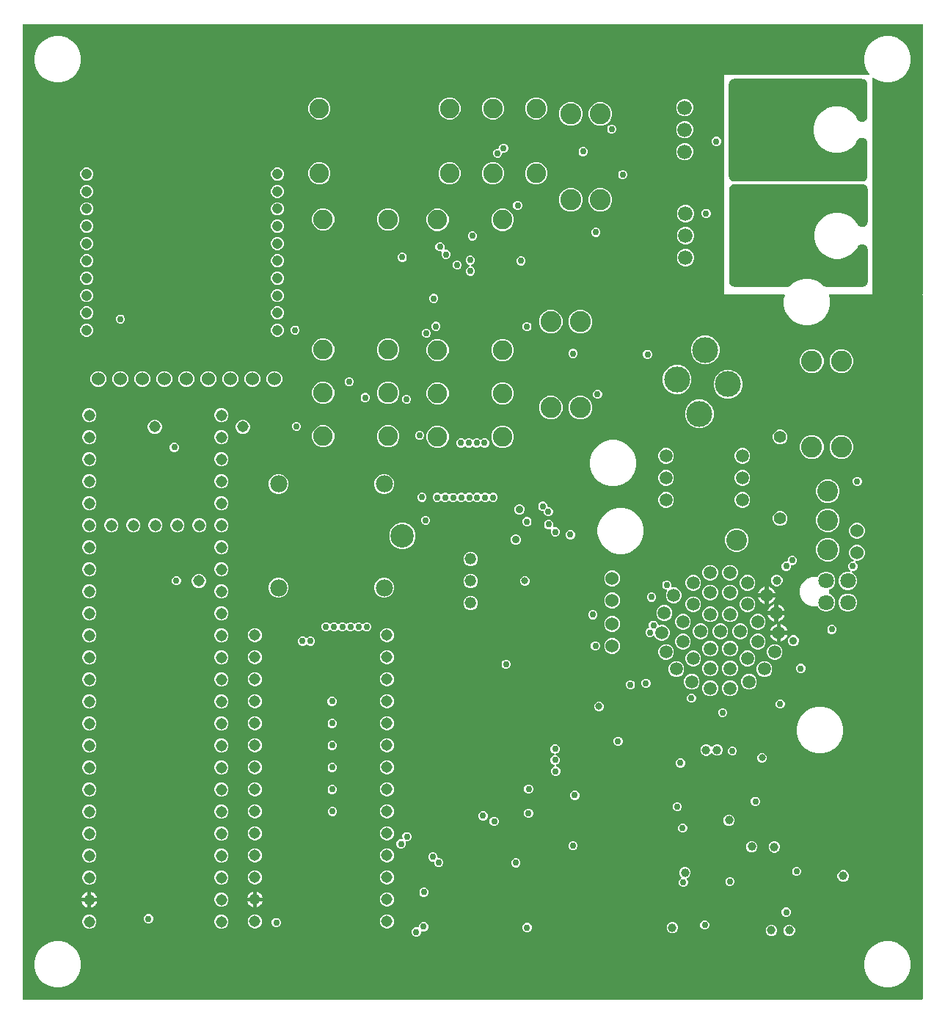
<source format=gbr>
G04 EAGLE Gerber RS-274X export*
G75*
%MOMM*%
%FSLAX34Y34*%
%LPD*%
%INCopper Layer 2*%
%IPPOS*%
%AMOC8*
5,1,8,0,0,1.08239X$1,22.5*%
G01*
%ADD10C,2.419350*%
%ADD11C,1.408000*%
%ADD12C,1.320800*%
%ADD13C,1.524000*%
%ADD14C,2.250000*%
%ADD15C,1.981200*%
%ADD16C,2.705100*%
%ADD17C,1.508000*%
%ADD18C,2.400300*%
%ADD19C,1.676400*%
%ADD20C,1.308000*%
%ADD21C,1.208000*%
%ADD22C,3.000000*%
%ADD23C,1.800000*%
%ADD24C,0.906400*%
%ADD25C,0.806400*%
%ADD26C,0.756400*%
%ADD27C,1.006400*%
%ADD28C,1.500000*%
%ADD29C,1.056400*%
%ADD30C,0.856400*%

G36*
X-44568Y1082024D02*
X-44568Y1082024D01*
X-44687Y1082017D01*
X-44725Y1082004D01*
X-44766Y1081999D01*
X-44876Y1081956D01*
X-44989Y1081919D01*
X-45024Y1081897D01*
X-45061Y1081882D01*
X-45157Y1081813D01*
X-45258Y1081749D01*
X-45286Y1081719D01*
X-45319Y1081696D01*
X-45395Y1081604D01*
X-45476Y1081517D01*
X-45496Y1081482D01*
X-45521Y1081451D01*
X-45572Y1081343D01*
X-45630Y1081239D01*
X-45640Y1081199D01*
X-45657Y1081163D01*
X-45679Y1081046D01*
X-45709Y1080931D01*
X-45713Y1080871D01*
X-45717Y1080851D01*
X-45715Y1080830D01*
X-45719Y1080770D01*
X-45719Y-41910D01*
X-45704Y-42028D01*
X-45697Y-42147D01*
X-45684Y-42185D01*
X-45679Y-42226D01*
X-45636Y-42336D01*
X-45599Y-42449D01*
X-45577Y-42484D01*
X-45562Y-42521D01*
X-45493Y-42617D01*
X-45429Y-42718D01*
X-45399Y-42746D01*
X-45376Y-42779D01*
X-45284Y-42855D01*
X-45197Y-42936D01*
X-45162Y-42956D01*
X-45131Y-42981D01*
X-45023Y-43032D01*
X-44919Y-43090D01*
X-44879Y-43100D01*
X-44843Y-43117D01*
X-44726Y-43139D01*
X-44611Y-43169D01*
X-44551Y-43173D01*
X-44531Y-43177D01*
X-44510Y-43175D01*
X-44450Y-43179D01*
X991870Y-43179D01*
X991988Y-43164D01*
X992107Y-43157D01*
X992145Y-43144D01*
X992186Y-43139D01*
X992296Y-43096D01*
X992409Y-43059D01*
X992444Y-43037D01*
X992481Y-43022D01*
X992577Y-42953D01*
X992678Y-42889D01*
X992706Y-42859D01*
X992739Y-42836D01*
X992815Y-42744D01*
X992896Y-42657D01*
X992916Y-42622D01*
X992941Y-42591D01*
X992992Y-42483D01*
X993050Y-42379D01*
X993060Y-42339D01*
X993077Y-42303D01*
X993099Y-42186D01*
X993129Y-42071D01*
X993133Y-42011D01*
X993137Y-41991D01*
X993135Y-41970D01*
X993139Y-41910D01*
X993139Y769112D01*
X993124Y769230D01*
X993117Y769349D01*
X993104Y769387D01*
X993099Y769428D01*
X993056Y769538D01*
X993019Y769651D01*
X992997Y769686D01*
X992982Y769723D01*
X992913Y769819D01*
X992901Y769838D01*
X992936Y769879D01*
X993008Y769954D01*
X993016Y769972D01*
X993029Y769987D01*
X993068Y770083D01*
X993111Y770177D01*
X993113Y770197D01*
X993121Y770215D01*
X993139Y770382D01*
X993139Y1081278D01*
X993136Y1081298D01*
X993138Y1081317D01*
X993116Y1081419D01*
X993100Y1081521D01*
X993090Y1081538D01*
X993086Y1081558D01*
X993033Y1081647D01*
X992984Y1081738D01*
X992970Y1081752D01*
X992960Y1081769D01*
X992881Y1081836D01*
X992806Y1081908D01*
X992788Y1081916D01*
X992773Y1081929D01*
X992677Y1081968D01*
X992583Y1082011D01*
X992563Y1082013D01*
X992545Y1082021D01*
X992378Y1082039D01*
X-44450Y1082039D01*
X-44568Y1082024D01*
G37*
%LPC*%
G36*
X855960Y734808D02*
X855960Y734808D01*
X849179Y736625D01*
X843100Y740135D01*
X838136Y745099D01*
X834626Y751178D01*
X832809Y757959D01*
X832809Y764979D01*
X833828Y768784D01*
X833845Y768908D01*
X833869Y769032D01*
X833867Y769065D01*
X833872Y769099D01*
X833857Y769224D01*
X833849Y769349D01*
X833839Y769381D01*
X833835Y769415D01*
X833790Y769532D01*
X833751Y769651D01*
X833733Y769680D01*
X833721Y769711D01*
X833648Y769814D01*
X833581Y769920D01*
X833557Y769943D01*
X833537Y769971D01*
X833441Y770052D01*
X833350Y770138D01*
X833320Y770154D01*
X833294Y770176D01*
X833181Y770231D01*
X833071Y770292D01*
X833038Y770300D01*
X833008Y770315D01*
X832885Y770340D01*
X832763Y770371D01*
X832714Y770374D01*
X832696Y770378D01*
X832675Y770377D01*
X832602Y770381D01*
X764285Y770381D01*
X764285Y1023621D01*
X930723Y1023621D01*
X930794Y1023632D01*
X930866Y1023634D01*
X930915Y1023652D01*
X930966Y1023661D01*
X931029Y1023694D01*
X931097Y1023719D01*
X931137Y1023751D01*
X931183Y1023776D01*
X931233Y1023828D01*
X931289Y1023872D01*
X931317Y1023916D01*
X931353Y1023954D01*
X931383Y1024019D01*
X931422Y1024079D01*
X931435Y1024130D01*
X931456Y1024177D01*
X931464Y1024248D01*
X931482Y1024318D01*
X931478Y1024370D01*
X931484Y1024421D01*
X931468Y1024492D01*
X931463Y1024563D01*
X931442Y1024611D01*
X931431Y1024662D01*
X931394Y1024723D01*
X931366Y1024789D01*
X931322Y1024845D01*
X931305Y1024873D01*
X931287Y1024888D01*
X931262Y1024920D01*
X931158Y1025024D01*
X927647Y1031105D01*
X925829Y1037889D01*
X925829Y1044911D01*
X927647Y1051695D01*
X931158Y1057776D01*
X936124Y1062742D01*
X942205Y1066253D01*
X948989Y1068071D01*
X956011Y1068071D01*
X962795Y1066253D01*
X968876Y1062742D01*
X973842Y1057776D01*
X977353Y1051695D01*
X979171Y1044911D01*
X979171Y1037889D01*
X977353Y1031105D01*
X973842Y1025024D01*
X968876Y1020058D01*
X962795Y1016547D01*
X956011Y1014729D01*
X948989Y1014729D01*
X942205Y1016547D01*
X936124Y1020058D01*
X936020Y1020162D01*
X935962Y1020203D01*
X935910Y1020253D01*
X935863Y1020275D01*
X935821Y1020305D01*
X935752Y1020326D01*
X935687Y1020356D01*
X935635Y1020362D01*
X935586Y1020378D01*
X935514Y1020376D01*
X935443Y1020384D01*
X935392Y1020372D01*
X935340Y1020371D01*
X935272Y1020347D01*
X935202Y1020331D01*
X935158Y1020305D01*
X935109Y1020287D01*
X935053Y1020242D01*
X934991Y1020205D01*
X934957Y1020166D01*
X934917Y1020133D01*
X934878Y1020073D01*
X934831Y1020018D01*
X934812Y1019970D01*
X934784Y1019926D01*
X934766Y1019857D01*
X934739Y1019790D01*
X934731Y1019719D01*
X934723Y1019688D01*
X934725Y1019664D01*
X934721Y1019623D01*
X934721Y770382D01*
X934721Y770381D01*
X886337Y770381D01*
X886212Y770366D01*
X886087Y770356D01*
X886055Y770346D01*
X886021Y770341D01*
X885904Y770295D01*
X885785Y770255D01*
X885757Y770237D01*
X885726Y770224D01*
X885624Y770151D01*
X885518Y770082D01*
X885496Y770057D01*
X885468Y770038D01*
X885388Y769941D01*
X885303Y769848D01*
X885287Y769819D01*
X885265Y769793D01*
X885212Y769679D01*
X885152Y769568D01*
X885144Y769535D01*
X885130Y769505D01*
X885106Y769382D01*
X885076Y769259D01*
X885077Y769226D01*
X885070Y769193D01*
X885078Y769067D01*
X885079Y768941D01*
X885089Y768893D01*
X885090Y768875D01*
X885097Y768855D01*
X885111Y768784D01*
X886130Y764979D01*
X886130Y757959D01*
X884313Y751178D01*
X880804Y745099D01*
X875840Y740135D01*
X869760Y736625D01*
X862980Y734808D01*
X855960Y734808D01*
G37*
%LPD*%
G36*
X923039Y900431D02*
X923039Y900431D01*
X923042Y900431D01*
X923389Y900451D01*
X923747Y900471D01*
X923750Y900471D01*
X923753Y900471D01*
X924093Y900530D01*
X924450Y900590D01*
X924452Y900591D01*
X924455Y900591D01*
X924800Y900691D01*
X925134Y900787D01*
X925137Y900789D01*
X925140Y900789D01*
X925464Y900924D01*
X925792Y901060D01*
X925795Y901062D01*
X925797Y901063D01*
X926109Y901235D01*
X926416Y901405D01*
X926418Y901407D01*
X926421Y901408D01*
X926718Y901619D01*
X926997Y901818D01*
X926999Y901819D01*
X927001Y901821D01*
X927269Y902061D01*
X927528Y902292D01*
X927530Y902295D01*
X927532Y902296D01*
X927770Y902564D01*
X928002Y902824D01*
X928004Y902826D01*
X928006Y902828D01*
X928204Y903109D01*
X928414Y903405D01*
X928416Y903408D01*
X928417Y903410D01*
X928580Y903706D01*
X928758Y904029D01*
X928759Y904032D01*
X928761Y904034D01*
X928892Y904352D01*
X929030Y904687D01*
X929031Y904690D01*
X929032Y904693D01*
X929127Y905022D01*
X929227Y905372D01*
X929228Y905375D01*
X929228Y905378D01*
X929288Y905731D01*
X929346Y906074D01*
X929346Y906077D01*
X929347Y906080D01*
X929385Y906780D01*
X929385Y944673D01*
X929379Y944793D01*
X929381Y944913D01*
X929359Y945148D01*
X929345Y945385D01*
X929325Y945503D01*
X929314Y945622D01*
X929266Y945854D01*
X929226Y946087D01*
X929193Y946202D01*
X929168Y946319D01*
X929094Y946544D01*
X929029Y946771D01*
X928983Y946882D01*
X928945Y946996D01*
X928846Y947211D01*
X928756Y947430D01*
X928698Y947534D01*
X928648Y947643D01*
X928525Y947846D01*
X928411Y948053D01*
X928342Y948150D01*
X928280Y948253D01*
X928135Y948441D01*
X927999Y948634D01*
X927919Y948723D01*
X927846Y948818D01*
X927681Y948989D01*
X927524Y949165D01*
X927434Y949245D01*
X927351Y949331D01*
X927169Y949482D01*
X926992Y949639D01*
X926894Y949709D01*
X926802Y949785D01*
X926604Y949914D01*
X926411Y950051D01*
X926306Y950109D01*
X926206Y950175D01*
X925995Y950281D01*
X925787Y950396D01*
X925676Y950441D01*
X925569Y950495D01*
X925348Y950577D01*
X925129Y950668D01*
X925013Y950701D01*
X924901Y950742D01*
X924672Y950799D01*
X924444Y950864D01*
X924326Y950884D01*
X924210Y950913D01*
X923975Y950944D01*
X923742Y950983D01*
X923622Y950990D01*
X923503Y951005D01*
X923267Y951009D01*
X923030Y951023D01*
X922910Y951016D01*
X922791Y951018D01*
X922555Y950995D01*
X922319Y950982D01*
X922201Y950962D01*
X922082Y950950D01*
X921850Y950902D01*
X921617Y950862D01*
X921502Y950829D01*
X921384Y950804D01*
X921160Y950730D01*
X920932Y950664D01*
X920822Y950618D01*
X920708Y950580D01*
X920493Y950481D01*
X920275Y950391D01*
X920170Y950332D01*
X920061Y950282D01*
X919859Y950160D01*
X919651Y950045D01*
X919554Y949976D01*
X919451Y949914D01*
X919264Y949769D01*
X919071Y949632D01*
X918982Y949552D01*
X918887Y949479D01*
X918716Y949315D01*
X918540Y949157D01*
X918461Y949067D01*
X918374Y948984D01*
X918224Y948802D01*
X918066Y948625D01*
X917997Y948527D01*
X917921Y948435D01*
X917788Y948232D01*
X917655Y948043D01*
X917601Y947945D01*
X917537Y947848D01*
X915168Y943744D01*
X910202Y938778D01*
X904120Y935267D01*
X897337Y933449D01*
X890315Y933449D01*
X883532Y935267D01*
X877450Y938778D01*
X872484Y943744D01*
X868973Y949826D01*
X867155Y956609D01*
X867155Y963631D01*
X868973Y970414D01*
X872484Y976496D01*
X877450Y981462D01*
X883532Y984973D01*
X890315Y986791D01*
X897337Y986791D01*
X904120Y984973D01*
X910202Y981462D01*
X915168Y976496D01*
X917537Y972392D01*
X917603Y972292D01*
X917661Y972187D01*
X917798Y971995D01*
X917928Y971796D01*
X918004Y971704D01*
X918074Y971606D01*
X918231Y971430D01*
X918382Y971248D01*
X918469Y971164D01*
X918548Y971075D01*
X918725Y970918D01*
X918895Y970753D01*
X918991Y970680D01*
X919080Y970601D01*
X919273Y970464D01*
X919461Y970320D01*
X919563Y970258D01*
X919661Y970189D01*
X919869Y970074D01*
X920071Y969952D01*
X920180Y969902D01*
X920285Y969844D01*
X920503Y969754D01*
X920719Y969655D01*
X920833Y969618D01*
X920943Y969572D01*
X921171Y969507D01*
X921395Y969433D01*
X921513Y969409D01*
X921628Y969376D01*
X921861Y969336D01*
X922093Y969288D01*
X922212Y969277D01*
X922330Y969257D01*
X922567Y969244D01*
X922802Y969222D01*
X922922Y969224D01*
X923042Y969217D01*
X923278Y969231D01*
X923515Y969236D01*
X923633Y969251D01*
X923753Y969258D01*
X923986Y969298D01*
X924221Y969329D01*
X924337Y969358D01*
X924455Y969378D01*
X924683Y969444D01*
X924912Y969501D01*
X925024Y969543D01*
X925140Y969576D01*
X925358Y969667D01*
X925580Y969749D01*
X925687Y969803D01*
X925797Y969849D01*
X926005Y969964D01*
X926216Y970071D01*
X926316Y970137D01*
X926421Y970195D01*
X926613Y970332D01*
X926811Y970462D01*
X926904Y970538D01*
X927001Y970608D01*
X927177Y970766D01*
X927359Y970917D01*
X927442Y971003D01*
X927532Y971083D01*
X927689Y971260D01*
X927853Y971430D01*
X927926Y971526D01*
X928006Y971615D01*
X928142Y971808D01*
X928286Y971996D01*
X928348Y972099D01*
X928417Y972197D01*
X928531Y972404D01*
X928653Y972607D01*
X928703Y972716D01*
X928761Y972821D01*
X928851Y973039D01*
X928949Y973255D01*
X928987Y973369D01*
X929032Y973479D01*
X929097Y973707D01*
X929171Y973932D01*
X929195Y974049D01*
X929228Y974164D01*
X929268Y974398D01*
X929316Y974629D01*
X929327Y974748D01*
X929347Y974867D01*
X929360Y975109D01*
X929381Y975339D01*
X929379Y975451D01*
X929385Y975567D01*
X929385Y1012444D01*
X929385Y1012447D01*
X929385Y1012450D01*
X929365Y1012797D01*
X929345Y1013155D01*
X929345Y1013158D01*
X929345Y1013161D01*
X929286Y1013501D01*
X929226Y1013858D01*
X929225Y1013860D01*
X929225Y1013863D01*
X929125Y1014208D01*
X929029Y1014542D01*
X929027Y1014545D01*
X929027Y1014548D01*
X928892Y1014872D01*
X928756Y1015200D01*
X928754Y1015203D01*
X928753Y1015205D01*
X928581Y1015517D01*
X928411Y1015824D01*
X928409Y1015826D01*
X928408Y1015829D01*
X928197Y1016126D01*
X927999Y1016405D01*
X927997Y1016407D01*
X927995Y1016409D01*
X927755Y1016677D01*
X927524Y1016936D01*
X927521Y1016938D01*
X927520Y1016940D01*
X927252Y1017178D01*
X926992Y1017410D01*
X926990Y1017412D01*
X926988Y1017414D01*
X926707Y1017612D01*
X926411Y1017822D01*
X926408Y1017824D01*
X926406Y1017825D01*
X926110Y1017988D01*
X925787Y1018166D01*
X925784Y1018167D01*
X925782Y1018169D01*
X925464Y1018300D01*
X925129Y1018438D01*
X925126Y1018439D01*
X925123Y1018440D01*
X924794Y1018535D01*
X924444Y1018635D01*
X924441Y1018636D01*
X924439Y1018636D01*
X924085Y1018696D01*
X923742Y1018754D01*
X923739Y1018754D01*
X923736Y1018755D01*
X923036Y1018793D01*
X775716Y1018793D01*
X775713Y1018793D01*
X775710Y1018793D01*
X775363Y1018773D01*
X775005Y1018753D01*
X775002Y1018753D01*
X774999Y1018753D01*
X774659Y1018694D01*
X774302Y1018634D01*
X774300Y1018633D01*
X774297Y1018633D01*
X773952Y1018533D01*
X773618Y1018437D01*
X773615Y1018435D01*
X773612Y1018435D01*
X773288Y1018300D01*
X772960Y1018164D01*
X772957Y1018162D01*
X772955Y1018161D01*
X772643Y1017989D01*
X772336Y1017819D01*
X772334Y1017817D01*
X772331Y1017816D01*
X772034Y1017605D01*
X771755Y1017407D01*
X771753Y1017405D01*
X771751Y1017403D01*
X771483Y1017163D01*
X771224Y1016932D01*
X771223Y1016929D01*
X771220Y1016928D01*
X770982Y1016660D01*
X770750Y1016400D01*
X770748Y1016398D01*
X770746Y1016396D01*
X770548Y1016115D01*
X770338Y1015819D01*
X770337Y1015816D01*
X770335Y1015814D01*
X770172Y1015518D01*
X769994Y1015195D01*
X769993Y1015192D01*
X769991Y1015190D01*
X769860Y1014872D01*
X769722Y1014537D01*
X769721Y1014534D01*
X769720Y1014531D01*
X769626Y1014202D01*
X769525Y1013852D01*
X769524Y1013849D01*
X769524Y1013847D01*
X769464Y1013493D01*
X769406Y1013150D01*
X769406Y1013147D01*
X769405Y1013144D01*
X769367Y1012444D01*
X769367Y906780D01*
X769367Y906777D01*
X769367Y906774D01*
X769387Y906427D01*
X769407Y906069D01*
X769407Y906066D01*
X769407Y906063D01*
X769466Y905723D01*
X769526Y905366D01*
X769527Y905364D01*
X769527Y905361D01*
X769627Y905016D01*
X769723Y904682D01*
X769725Y904679D01*
X769725Y904676D01*
X769860Y904352D01*
X769996Y904024D01*
X769998Y904021D01*
X769999Y904019D01*
X770171Y903707D01*
X770341Y903400D01*
X770343Y903398D01*
X770344Y903395D01*
X770555Y903098D01*
X770754Y902819D01*
X770755Y902817D01*
X770757Y902815D01*
X770997Y902547D01*
X771228Y902288D01*
X771231Y902287D01*
X771232Y902284D01*
X771500Y902046D01*
X771760Y901814D01*
X771762Y901812D01*
X771764Y901810D01*
X772045Y901612D01*
X772341Y901402D01*
X772344Y901401D01*
X772346Y901399D01*
X772642Y901236D01*
X772965Y901058D01*
X772968Y901057D01*
X772970Y901055D01*
X773288Y900924D01*
X773623Y900786D01*
X773626Y900785D01*
X773629Y900784D01*
X773958Y900690D01*
X774308Y900589D01*
X774311Y900588D01*
X774314Y900588D01*
X774667Y900528D01*
X775010Y900470D01*
X775013Y900470D01*
X775016Y900469D01*
X775716Y900431D01*
X923036Y900431D01*
X923039Y900431D01*
G37*
G36*
X836690Y779019D02*
X836690Y779019D01*
X836694Y779019D01*
X837048Y779039D01*
X837397Y779059D01*
X837401Y779059D01*
X837406Y779060D01*
X837756Y779120D01*
X838099Y779178D01*
X838103Y779179D01*
X838108Y779180D01*
X838460Y779282D01*
X838784Y779375D01*
X838788Y779377D01*
X838792Y779378D01*
X839118Y779514D01*
X839442Y779648D01*
X839446Y779650D01*
X839450Y779652D01*
X839757Y779822D01*
X840066Y779993D01*
X840069Y779995D01*
X840073Y779998D01*
X840372Y780210D01*
X840646Y780406D01*
X840649Y780408D01*
X840653Y780411D01*
X841175Y780878D01*
X843099Y782803D01*
X849179Y786313D01*
X855960Y788129D01*
X862980Y788129D01*
X869760Y786313D01*
X875840Y782803D01*
X877764Y780878D01*
X877767Y780876D01*
X877770Y780872D01*
X878033Y780638D01*
X878295Y780404D01*
X878299Y780401D01*
X878302Y780398D01*
X878586Y780197D01*
X878876Y779992D01*
X878880Y779989D01*
X878883Y779987D01*
X879194Y779816D01*
X879500Y779647D01*
X879504Y779645D01*
X879507Y779643D01*
X879832Y779509D01*
X880158Y779375D01*
X880162Y779373D01*
X880166Y779372D01*
X880505Y779275D01*
X880843Y779178D01*
X880847Y779177D01*
X880851Y779176D01*
X881207Y779116D01*
X881545Y779058D01*
X881549Y779058D01*
X881554Y779057D01*
X882253Y779019D01*
X923290Y779019D01*
X923293Y779019D01*
X923296Y779019D01*
X923643Y779039D01*
X924001Y779059D01*
X924004Y779059D01*
X924007Y779059D01*
X924347Y779118D01*
X924704Y779178D01*
X924706Y779179D01*
X924709Y779179D01*
X925054Y779279D01*
X925388Y779375D01*
X925391Y779377D01*
X925394Y779377D01*
X925718Y779512D01*
X926046Y779648D01*
X926049Y779650D01*
X926051Y779651D01*
X926363Y779823D01*
X926670Y779993D01*
X926672Y779995D01*
X926675Y779996D01*
X926972Y780207D01*
X927251Y780406D01*
X927253Y780407D01*
X927255Y780409D01*
X927523Y780649D01*
X927782Y780880D01*
X927784Y780883D01*
X927786Y780884D01*
X928024Y781152D01*
X928256Y781412D01*
X928258Y781414D01*
X928260Y781416D01*
X928458Y781697D01*
X928668Y781993D01*
X928670Y781996D01*
X928671Y781998D01*
X928834Y782294D01*
X929012Y782617D01*
X929013Y782620D01*
X929015Y782622D01*
X929146Y782940D01*
X929284Y783275D01*
X929285Y783278D01*
X929286Y783281D01*
X929381Y783610D01*
X929481Y783960D01*
X929482Y783963D01*
X929482Y783966D01*
X929542Y784319D01*
X929600Y784662D01*
X929600Y784665D01*
X929601Y784668D01*
X929639Y785368D01*
X929639Y821619D01*
X929633Y821739D01*
X929635Y821859D01*
X929613Y822094D01*
X929599Y822331D01*
X929579Y822449D01*
X929568Y822568D01*
X929520Y822800D01*
X929480Y823033D01*
X929447Y823148D01*
X929422Y823265D01*
X929348Y823490D01*
X929283Y823718D01*
X929237Y823828D01*
X929199Y823942D01*
X929100Y824157D01*
X929010Y824376D01*
X928952Y824481D01*
X928902Y824589D01*
X928779Y824792D01*
X928665Y824999D01*
X928596Y825097D01*
X928534Y825199D01*
X928389Y825387D01*
X928253Y825580D01*
X928173Y825669D01*
X928100Y825764D01*
X927935Y825935D01*
X927778Y826111D01*
X927688Y826191D01*
X927605Y826277D01*
X927423Y826428D01*
X927246Y826585D01*
X927148Y826655D01*
X927056Y826731D01*
X926858Y826860D01*
X926665Y826997D01*
X926560Y827055D01*
X926460Y827121D01*
X926249Y827227D01*
X926041Y827342D01*
X925930Y827387D01*
X925823Y827441D01*
X925602Y827523D01*
X925383Y827614D01*
X925268Y827647D01*
X925155Y827688D01*
X924926Y827745D01*
X924698Y827811D01*
X924580Y827831D01*
X924464Y827859D01*
X924229Y827890D01*
X923996Y827929D01*
X923876Y827936D01*
X923757Y827951D01*
X923521Y827956D01*
X923284Y827969D01*
X923164Y827962D01*
X923045Y827964D01*
X922809Y827941D01*
X922573Y827928D01*
X922455Y827908D01*
X922336Y827896D01*
X922104Y827848D01*
X921871Y827808D01*
X921756Y827775D01*
X921638Y827750D01*
X921413Y827676D01*
X921186Y827610D01*
X921076Y827564D01*
X920962Y827526D01*
X920747Y827427D01*
X920529Y827337D01*
X920424Y827279D01*
X920315Y827228D01*
X920112Y827106D01*
X919905Y826991D01*
X919808Y826922D01*
X919705Y826860D01*
X919517Y826715D01*
X919325Y826578D01*
X919236Y826498D01*
X919141Y826425D01*
X918970Y826261D01*
X918794Y826103D01*
X918715Y826013D01*
X918628Y825930D01*
X918478Y825748D01*
X918320Y825571D01*
X918251Y825473D01*
X918175Y825381D01*
X918042Y825178D01*
X917909Y824989D01*
X917855Y824891D01*
X917791Y824794D01*
X915930Y821570D01*
X910964Y816604D01*
X904882Y813093D01*
X898099Y811275D01*
X891077Y811275D01*
X884294Y813093D01*
X878212Y816604D01*
X873246Y821570D01*
X869735Y827652D01*
X867917Y834435D01*
X867917Y841457D01*
X869735Y848240D01*
X873246Y854322D01*
X878212Y859288D01*
X884294Y862799D01*
X891077Y864617D01*
X898099Y864617D01*
X904882Y862799D01*
X910964Y859288D01*
X915930Y854322D01*
X917791Y851098D01*
X917857Y850998D01*
X917915Y850893D01*
X918052Y850701D01*
X918182Y850502D01*
X918258Y850409D01*
X918328Y850312D01*
X918485Y850136D01*
X918636Y849953D01*
X918723Y849870D01*
X918802Y849781D01*
X918979Y849624D01*
X919149Y849459D01*
X919245Y849386D01*
X919334Y849307D01*
X919527Y849170D01*
X919715Y849026D01*
X919817Y848964D01*
X919915Y848895D01*
X920123Y848780D01*
X920325Y848658D01*
X920434Y848608D01*
X920539Y848550D01*
X920758Y848460D01*
X920973Y848361D01*
X921087Y848324D01*
X921197Y848278D01*
X921425Y848213D01*
X921649Y848139D01*
X921767Y848115D01*
X921882Y848081D01*
X922115Y848042D01*
X922347Y847994D01*
X922466Y847983D01*
X922584Y847963D01*
X922821Y847950D01*
X923056Y847928D01*
X923176Y847930D01*
X923296Y847923D01*
X923532Y847937D01*
X923769Y847941D01*
X923887Y847957D01*
X924007Y847964D01*
X924240Y848004D01*
X924475Y848035D01*
X924591Y848064D01*
X924709Y848084D01*
X924937Y848150D01*
X925166Y848207D01*
X925278Y848249D01*
X925394Y848282D01*
X925612Y848373D01*
X925834Y848455D01*
X925941Y848509D01*
X926051Y848555D01*
X926259Y848670D01*
X926470Y848777D01*
X926570Y848843D01*
X926675Y848901D01*
X926867Y849038D01*
X927065Y849168D01*
X927158Y849244D01*
X927255Y849314D01*
X927431Y849471D01*
X927613Y849623D01*
X927697Y849709D01*
X927786Y849789D01*
X927943Y849966D01*
X928107Y850136D01*
X928180Y850231D01*
X928260Y850321D01*
X928396Y850514D01*
X928540Y850702D01*
X928602Y850805D01*
X928671Y850903D01*
X928785Y851110D01*
X928907Y851313D01*
X928957Y851422D01*
X929015Y851527D01*
X929105Y851745D01*
X929203Y851961D01*
X929241Y852074D01*
X929286Y852185D01*
X929351Y852413D01*
X929425Y852638D01*
X929449Y852755D01*
X929482Y852870D01*
X929522Y853104D01*
X929570Y853335D01*
X929581Y853454D01*
X929601Y853573D01*
X929614Y853815D01*
X929635Y854045D01*
X929633Y854157D01*
X929639Y854273D01*
X929639Y891032D01*
X929639Y891035D01*
X929639Y891038D01*
X929619Y891385D01*
X929599Y891743D01*
X929599Y891746D01*
X929599Y891749D01*
X929540Y892089D01*
X929480Y892446D01*
X929479Y892448D01*
X929479Y892451D01*
X929379Y892796D01*
X929283Y893130D01*
X929281Y893133D01*
X929281Y893136D01*
X929146Y893460D01*
X929010Y893788D01*
X929008Y893791D01*
X929007Y893793D01*
X928835Y894105D01*
X928665Y894412D01*
X928663Y894414D01*
X928662Y894417D01*
X928451Y894714D01*
X928253Y894993D01*
X928251Y894995D01*
X928249Y894997D01*
X928009Y895265D01*
X927778Y895524D01*
X927775Y895526D01*
X927774Y895528D01*
X927506Y895766D01*
X927246Y895998D01*
X927244Y896000D01*
X927242Y896002D01*
X926961Y896200D01*
X926665Y896410D01*
X926662Y896412D01*
X926660Y896413D01*
X926364Y896576D01*
X926041Y896754D01*
X926038Y896755D01*
X926036Y896757D01*
X925718Y896888D01*
X925383Y897026D01*
X925380Y897027D01*
X925377Y897028D01*
X925048Y897123D01*
X924698Y897223D01*
X924695Y897224D01*
X924693Y897224D01*
X924339Y897284D01*
X923996Y897342D01*
X923993Y897342D01*
X923990Y897343D01*
X923290Y897381D01*
X775970Y897381D01*
X775967Y897381D01*
X775964Y897381D01*
X775617Y897361D01*
X775259Y897341D01*
X775256Y897341D01*
X775253Y897341D01*
X774913Y897282D01*
X774556Y897222D01*
X774554Y897221D01*
X774551Y897221D01*
X774206Y897121D01*
X773872Y897025D01*
X773869Y897023D01*
X773866Y897023D01*
X773542Y896888D01*
X773214Y896752D01*
X773211Y896750D01*
X773209Y896749D01*
X772897Y896577D01*
X772590Y896407D01*
X772588Y896405D01*
X772585Y896404D01*
X772288Y896193D01*
X772009Y895995D01*
X772007Y895993D01*
X772005Y895991D01*
X771737Y895751D01*
X771478Y895520D01*
X771477Y895517D01*
X771474Y895516D01*
X771236Y895248D01*
X771004Y894988D01*
X771002Y894986D01*
X771000Y894984D01*
X770802Y894703D01*
X770592Y894407D01*
X770591Y894404D01*
X770589Y894402D01*
X770426Y894106D01*
X770248Y893783D01*
X770247Y893780D01*
X770245Y893778D01*
X770114Y893460D01*
X769976Y893125D01*
X769975Y893122D01*
X769974Y893119D01*
X769880Y892790D01*
X769779Y892440D01*
X769778Y892437D01*
X769778Y892435D01*
X769718Y892081D01*
X769660Y891738D01*
X769660Y891735D01*
X769659Y891732D01*
X769621Y891032D01*
X769621Y785368D01*
X769621Y785365D01*
X769621Y785362D01*
X769641Y785015D01*
X769661Y784657D01*
X769661Y784654D01*
X769661Y784651D01*
X769720Y784311D01*
X769780Y783954D01*
X769781Y783952D01*
X769781Y783949D01*
X769881Y783604D01*
X769977Y783270D01*
X769979Y783267D01*
X769979Y783264D01*
X770114Y782940D01*
X770250Y782612D01*
X770252Y782609D01*
X770253Y782607D01*
X770425Y782295D01*
X770595Y781988D01*
X770597Y781986D01*
X770598Y781983D01*
X770809Y781686D01*
X771008Y781407D01*
X771009Y781405D01*
X771011Y781403D01*
X771251Y781135D01*
X771482Y780876D01*
X771485Y780875D01*
X771486Y780872D01*
X771754Y780634D01*
X772014Y780402D01*
X772016Y780400D01*
X772018Y780398D01*
X772299Y780200D01*
X772595Y779990D01*
X772598Y779988D01*
X772600Y779987D01*
X772896Y779824D01*
X773219Y779646D01*
X773222Y779645D01*
X773224Y779643D01*
X773542Y779512D01*
X773877Y779374D01*
X773880Y779373D01*
X773883Y779372D01*
X774212Y779278D01*
X774562Y779177D01*
X774565Y779176D01*
X774568Y779176D01*
X774921Y779116D01*
X775264Y779058D01*
X775267Y779058D01*
X775270Y779057D01*
X775970Y779019D01*
X836686Y779019D01*
X836690Y779019D01*
G37*
%LPC*%
G36*
X-8591Y1014729D02*
X-8591Y1014729D01*
X-15375Y1016547D01*
X-21456Y1020058D01*
X-26422Y1025024D01*
X-29933Y1031105D01*
X-31751Y1037889D01*
X-31751Y1044911D01*
X-29933Y1051695D01*
X-26422Y1057776D01*
X-21456Y1062742D01*
X-15375Y1066253D01*
X-8591Y1068071D01*
X-1569Y1068071D01*
X5215Y1066253D01*
X11296Y1062742D01*
X16262Y1057776D01*
X19773Y1051695D01*
X21591Y1044911D01*
X21591Y1037889D01*
X19773Y1031105D01*
X16262Y1025024D01*
X11296Y1020058D01*
X5215Y1016547D01*
X-1569Y1014729D01*
X-8591Y1014729D01*
G37*
%LPD*%
%LPC*%
G36*
X948989Y-29211D02*
X948989Y-29211D01*
X942205Y-27393D01*
X936124Y-23882D01*
X931158Y-18916D01*
X927647Y-12835D01*
X925829Y-6051D01*
X925829Y971D01*
X927647Y7755D01*
X931158Y13836D01*
X936124Y18802D01*
X942205Y22313D01*
X948989Y24131D01*
X956011Y24131D01*
X962795Y22313D01*
X968876Y18802D01*
X973842Y13836D01*
X977353Y7755D01*
X979171Y971D01*
X979171Y-6051D01*
X977353Y-12835D01*
X973842Y-18916D01*
X968876Y-23882D01*
X962795Y-27393D01*
X956011Y-29211D01*
X948989Y-29211D01*
G37*
%LPD*%
%LPC*%
G36*
X-8591Y-29211D02*
X-8591Y-29211D01*
X-15375Y-27393D01*
X-21456Y-23882D01*
X-26422Y-18916D01*
X-29933Y-12835D01*
X-31751Y-6051D01*
X-31751Y971D01*
X-29933Y7755D01*
X-26422Y13836D01*
X-21456Y18802D01*
X-15375Y22313D01*
X-8591Y24131D01*
X-1569Y24131D01*
X5215Y22313D01*
X11296Y18802D01*
X16262Y13836D01*
X19773Y7755D01*
X21591Y971D01*
X21591Y-6051D01*
X19773Y-12835D01*
X16262Y-18916D01*
X11296Y-23882D01*
X5215Y-27393D01*
X-1569Y-29211D01*
X-8591Y-29211D01*
G37*
%LPD*%
%LPC*%
G36*
X632064Y548927D02*
X632064Y548927D01*
X625284Y550743D01*
X619204Y554253D01*
X614240Y559217D01*
X610731Y565297D01*
X608914Y572077D01*
X608914Y579097D01*
X610731Y585878D01*
X614240Y591957D01*
X619204Y596921D01*
X625284Y600431D01*
X632064Y602248D01*
X639084Y602248D01*
X645865Y600431D01*
X651944Y596921D01*
X656908Y591957D01*
X660418Y585878D01*
X662235Y579097D01*
X662235Y572077D01*
X660418Y565297D01*
X656908Y559217D01*
X651944Y554253D01*
X645865Y550743D01*
X639084Y548927D01*
X632064Y548927D01*
G37*
%LPD*%
%LPC*%
G36*
X641045Y470768D02*
X641045Y470768D01*
X634264Y472585D01*
X628185Y476095D01*
X623221Y481059D01*
X619711Y487138D01*
X617894Y493919D01*
X617894Y500939D01*
X619711Y507720D01*
X623221Y513799D01*
X628185Y518763D01*
X634264Y522273D01*
X641045Y524090D01*
X648065Y524090D01*
X654846Y522273D01*
X660925Y518763D01*
X665889Y513799D01*
X669399Y507720D01*
X671216Y500939D01*
X671216Y493919D01*
X669399Y487138D01*
X665889Y481059D01*
X660925Y476095D01*
X654846Y472585D01*
X648065Y470768D01*
X641045Y470768D01*
G37*
%LPD*%
%LPC*%
G36*
X870855Y240958D02*
X870855Y240958D01*
X864074Y242775D01*
X857995Y246285D01*
X853031Y251249D01*
X849521Y257328D01*
X847704Y264109D01*
X847704Y271129D01*
X849521Y277910D01*
X853031Y283989D01*
X857995Y288953D01*
X864074Y292463D01*
X870855Y294280D01*
X877875Y294280D01*
X884656Y292463D01*
X890735Y288953D01*
X895699Y283989D01*
X899209Y277910D01*
X901026Y271129D01*
X901026Y264109D01*
X899209Y257328D01*
X895699Y251249D01*
X890735Y246285D01*
X884656Y242775D01*
X877875Y240958D01*
X870855Y240958D01*
G37*
%LPD*%
%LPC*%
G36*
X879540Y404203D02*
X879540Y404203D01*
X875672Y405806D01*
X872712Y408766D01*
X872290Y409784D01*
X872275Y409809D01*
X872266Y409837D01*
X872197Y409947D01*
X872133Y410060D01*
X872112Y410081D01*
X872096Y410106D01*
X872002Y410195D01*
X871911Y410288D01*
X871886Y410304D01*
X871865Y410324D01*
X871751Y410387D01*
X871640Y410455D01*
X871612Y410463D01*
X871586Y410478D01*
X871460Y410510D01*
X871336Y410548D01*
X871307Y410550D01*
X871278Y410557D01*
X871117Y410567D01*
X864920Y410567D01*
X858796Y413104D01*
X854110Y417790D01*
X851573Y423914D01*
X851573Y430542D01*
X854110Y436666D01*
X858796Y441352D01*
X864920Y443889D01*
X871117Y443889D01*
X871147Y443892D01*
X871176Y443890D01*
X871304Y443912D01*
X871433Y443929D01*
X871460Y443939D01*
X871490Y443944D01*
X871608Y443998D01*
X871729Y444046D01*
X871753Y444063D01*
X871779Y444075D01*
X871881Y444156D01*
X871986Y444232D01*
X872005Y444255D01*
X872028Y444274D01*
X872106Y444377D01*
X872189Y444477D01*
X872201Y444504D01*
X872219Y444528D01*
X872290Y444672D01*
X872712Y445690D01*
X875672Y448650D01*
X879540Y450253D01*
X883728Y450253D01*
X887596Y448650D01*
X890556Y445690D01*
X892159Y441822D01*
X892159Y437634D01*
X890556Y433766D01*
X887596Y430806D01*
X885678Y430011D01*
X885653Y429997D01*
X885625Y429988D01*
X885515Y429918D01*
X885402Y429854D01*
X885381Y429833D01*
X885356Y429817D01*
X885267Y429723D01*
X885174Y429632D01*
X885158Y429607D01*
X885138Y429586D01*
X885075Y429472D01*
X885007Y429361D01*
X884999Y429333D01*
X884984Y429307D01*
X884952Y429182D01*
X884914Y429057D01*
X884912Y429028D01*
X884905Y428999D01*
X884895Y428839D01*
X884895Y425617D01*
X884898Y425588D01*
X884896Y425559D01*
X884918Y425430D01*
X884935Y425302D01*
X884945Y425274D01*
X884950Y425245D01*
X885004Y425127D01*
X885052Y425006D01*
X885069Y424982D01*
X885081Y424955D01*
X885162Y424854D01*
X885238Y424749D01*
X885261Y424730D01*
X885280Y424707D01*
X885383Y424629D01*
X885483Y424546D01*
X885510Y424533D01*
X885534Y424516D01*
X885678Y424445D01*
X887596Y423650D01*
X890556Y420690D01*
X892159Y416822D01*
X892159Y412634D01*
X890556Y408766D01*
X887596Y405806D01*
X883728Y404203D01*
X879540Y404203D01*
G37*
%LPD*%
%LPC*%
G36*
X738808Y689750D02*
X738808Y689750D01*
X732735Y692266D01*
X728086Y696914D01*
X725571Y702988D01*
X725571Y709562D01*
X728086Y715635D01*
X732735Y720284D01*
X738808Y722799D01*
X745383Y722799D01*
X751456Y720284D01*
X756105Y715635D01*
X758620Y709562D01*
X758620Y702988D01*
X756105Y696914D01*
X751456Y692266D01*
X745383Y689750D01*
X738808Y689750D01*
G37*
%LPD*%
%LPC*%
G36*
X706298Y655523D02*
X706298Y655523D01*
X700224Y658038D01*
X695576Y662687D01*
X693060Y668760D01*
X693060Y675334D01*
X695576Y681408D01*
X700224Y686056D01*
X706298Y688572D01*
X712872Y688572D01*
X718945Y686056D01*
X723594Y681408D01*
X726110Y675334D01*
X726110Y668760D01*
X723594Y662687D01*
X718945Y658038D01*
X712872Y655523D01*
X706298Y655523D01*
G37*
%LPD*%
%LPC*%
G36*
X731958Y615899D02*
X731958Y615899D01*
X725884Y618415D01*
X721236Y623063D01*
X718720Y629137D01*
X718720Y635711D01*
X721236Y641784D01*
X725884Y646433D01*
X731958Y648948D01*
X738532Y648948D01*
X744605Y646433D01*
X749254Y641784D01*
X751769Y635711D01*
X751769Y629137D01*
X749254Y623063D01*
X744605Y618415D01*
X738532Y615899D01*
X731958Y615899D01*
G37*
%LPD*%
%LPC*%
G36*
X765227Y650056D02*
X765227Y650056D01*
X759153Y652572D01*
X754505Y657220D01*
X751989Y663294D01*
X751989Y669868D01*
X754505Y675941D01*
X759153Y680590D01*
X765227Y683105D01*
X771801Y683105D01*
X777874Y680590D01*
X782523Y675941D01*
X785039Y669868D01*
X785039Y663294D01*
X782523Y657220D01*
X777874Y652572D01*
X771801Y650056D01*
X765227Y650056D01*
G37*
%LPD*%
%LPC*%
G36*
X389690Y476694D02*
X389690Y476694D01*
X384159Y478985D01*
X379925Y483219D01*
X377634Y488750D01*
X377634Y494738D01*
X379925Y500269D01*
X384159Y504503D01*
X389690Y506794D01*
X395678Y506794D01*
X401209Y504503D01*
X405443Y500269D01*
X407734Y494738D01*
X407734Y488750D01*
X405443Y483219D01*
X401209Y478985D01*
X395678Y476694D01*
X389690Y476694D01*
G37*
%LPD*%
%LPC*%
G36*
X904540Y429203D02*
X904540Y429203D01*
X900672Y430806D01*
X897712Y433766D01*
X896109Y437634D01*
X896109Y441822D01*
X897712Y445690D01*
X900672Y448650D01*
X904540Y450253D01*
X908266Y450253D01*
X908404Y450270D01*
X908543Y450283D01*
X908562Y450290D01*
X908582Y450293D01*
X908711Y450344D01*
X908842Y450391D01*
X908859Y450402D01*
X908877Y450410D01*
X908990Y450491D01*
X909105Y450569D01*
X909118Y450585D01*
X909135Y450596D01*
X909224Y450704D01*
X909315Y450808D01*
X909325Y450826D01*
X909338Y450841D01*
X909397Y450967D01*
X909460Y451091D01*
X909464Y451111D01*
X909473Y451129D01*
X909499Y451266D01*
X909530Y451401D01*
X909529Y451422D01*
X909533Y451441D01*
X909524Y451580D01*
X909520Y451719D01*
X909514Y451739D01*
X909513Y451759D01*
X909470Y451891D01*
X909432Y452025D01*
X909421Y452042D01*
X909415Y452061D01*
X909341Y452179D01*
X909270Y452299D01*
X909252Y452320D01*
X909245Y452330D01*
X909230Y452344D01*
X909164Y452419D01*
X907897Y453686D01*
X907089Y455636D01*
X907089Y457748D01*
X907897Y459698D01*
X909390Y461191D01*
X911340Y461999D01*
X912378Y461999D01*
X912447Y462007D01*
X912517Y462006D01*
X912605Y462027D01*
X912694Y462039D01*
X912759Y462064D01*
X912826Y462081D01*
X912906Y462123D01*
X912989Y462156D01*
X913046Y462197D01*
X913108Y462229D01*
X913174Y462290D01*
X913247Y462342D01*
X913291Y462396D01*
X913343Y462443D01*
X913392Y462518D01*
X913450Y462587D01*
X913479Y462651D01*
X913518Y462709D01*
X913547Y462794D01*
X913585Y462875D01*
X913598Y462944D01*
X913621Y463010D01*
X913628Y463099D01*
X913645Y463187D01*
X913641Y463257D01*
X913646Y463327D01*
X913631Y463415D01*
X913625Y463505D01*
X913604Y463571D01*
X913592Y463640D01*
X913555Y463722D01*
X913527Y463807D01*
X913490Y463866D01*
X913461Y463930D01*
X913405Y464000D01*
X913357Y464076D01*
X913306Y464124D01*
X913263Y464178D01*
X913191Y464233D01*
X913125Y464294D01*
X913064Y464328D01*
X913008Y464370D01*
X912864Y464441D01*
X912268Y464687D01*
X909695Y467260D01*
X908303Y470621D01*
X908303Y474259D01*
X909695Y477620D01*
X912268Y480193D01*
X915629Y481585D01*
X919267Y481585D01*
X922628Y480193D01*
X925201Y477620D01*
X926593Y474259D01*
X926593Y470621D01*
X925201Y467260D01*
X922628Y464687D01*
X919267Y463295D01*
X916362Y463295D01*
X916224Y463278D01*
X916085Y463265D01*
X916066Y463258D01*
X916046Y463255D01*
X915917Y463204D01*
X915786Y463157D01*
X915769Y463146D01*
X915751Y463138D01*
X915638Y463057D01*
X915523Y462979D01*
X915510Y462963D01*
X915493Y462952D01*
X915404Y462844D01*
X915313Y462740D01*
X915303Y462722D01*
X915290Y462707D01*
X915231Y462581D01*
X915168Y462457D01*
X915164Y462437D01*
X915155Y462419D01*
X915129Y462282D01*
X915098Y462147D01*
X915099Y462126D01*
X915095Y462107D01*
X915104Y461968D01*
X915108Y461829D01*
X915114Y461809D01*
X915115Y461789D01*
X915158Y461657D01*
X915196Y461523D01*
X915207Y461506D01*
X915213Y461487D01*
X915287Y461369D01*
X915358Y461249D01*
X915376Y461228D01*
X915383Y461218D01*
X915398Y461204D01*
X915464Y461129D01*
X916895Y459698D01*
X917703Y457748D01*
X917703Y455636D01*
X916895Y453686D01*
X915402Y452193D01*
X913452Y451385D01*
X912374Y451385D01*
X912305Y451377D01*
X912235Y451378D01*
X912148Y451357D01*
X912059Y451345D01*
X911994Y451320D01*
X911926Y451303D01*
X911847Y451261D01*
X911763Y451228D01*
X911707Y451187D01*
X911645Y451155D01*
X911578Y451094D01*
X911506Y451042D01*
X911461Y450988D01*
X911410Y450941D01*
X911360Y450866D01*
X911303Y450797D01*
X911273Y450733D01*
X911235Y450675D01*
X911206Y450590D01*
X911167Y450509D01*
X911154Y450440D01*
X911132Y450374D01*
X911124Y450285D01*
X911108Y450197D01*
X911112Y450127D01*
X911106Y450057D01*
X911122Y449969D01*
X911127Y449879D01*
X911149Y449813D01*
X911161Y449744D01*
X911198Y449662D01*
X911225Y449577D01*
X911263Y449518D01*
X911291Y449454D01*
X911347Y449384D01*
X911395Y449308D01*
X911446Y449260D01*
X911490Y449206D01*
X911562Y449151D01*
X911627Y449090D01*
X911688Y449056D01*
X911744Y449014D01*
X911889Y448943D01*
X912596Y448650D01*
X915556Y445690D01*
X917159Y441822D01*
X917159Y437634D01*
X915556Y433766D01*
X912596Y430806D01*
X908728Y429203D01*
X904540Y429203D01*
G37*
%LPD*%
%LPC*%
G36*
X450358Y530619D02*
X450358Y530619D01*
X448408Y531427D01*
X447662Y532173D01*
X447568Y532246D01*
X447478Y532325D01*
X447442Y532344D01*
X447410Y532368D01*
X447301Y532416D01*
X447195Y532470D01*
X447156Y532479D01*
X447118Y532495D01*
X447001Y532513D01*
X446885Y532539D01*
X446844Y532538D01*
X446804Y532545D01*
X446686Y532533D01*
X446567Y532530D01*
X446528Y532519D01*
X446488Y532515D01*
X446376Y532474D01*
X446261Y532441D01*
X446227Y532421D01*
X446188Y532407D01*
X446090Y532340D01*
X445987Y532280D01*
X445942Y532240D01*
X445925Y532229D01*
X445912Y532213D01*
X445867Y532173D01*
X445177Y531484D01*
X443227Y530676D01*
X441116Y530676D01*
X439165Y531484D01*
X438306Y532343D01*
X438212Y532416D01*
X438123Y532495D01*
X438087Y532513D01*
X438055Y532538D01*
X437946Y532585D01*
X437840Y532639D01*
X437800Y532648D01*
X437763Y532664D01*
X437645Y532683D01*
X437529Y532709D01*
X437489Y532708D01*
X437449Y532714D01*
X437330Y532703D01*
X437211Y532699D01*
X437173Y532688D01*
X437132Y532684D01*
X437020Y532644D01*
X436906Y532611D01*
X436871Y532590D01*
X436833Y532577D01*
X436734Y532510D01*
X436632Y532449D01*
X436587Y532410D01*
X436570Y532398D01*
X436556Y532383D01*
X436511Y532343D01*
X435835Y531667D01*
X433885Y530859D01*
X431774Y530859D01*
X429823Y531667D01*
X428330Y533160D01*
X427522Y535110D01*
X427522Y537222D01*
X428330Y539172D01*
X429823Y540665D01*
X431774Y541473D01*
X433885Y541473D01*
X435835Y540665D01*
X436694Y539806D01*
X436788Y539733D01*
X436878Y539654D01*
X436913Y539636D01*
X436945Y539611D01*
X437055Y539563D01*
X437161Y539509D01*
X437200Y539501D01*
X437237Y539485D01*
X437355Y539466D01*
X437471Y539440D01*
X437511Y539441D01*
X437551Y539435D01*
X437670Y539446D01*
X437789Y539449D01*
X437828Y539461D01*
X437868Y539464D01*
X437980Y539505D01*
X438094Y539538D01*
X438129Y539558D01*
X438167Y539572D01*
X438266Y539639D01*
X438368Y539699D01*
X438414Y539739D01*
X438430Y539751D01*
X438444Y539766D01*
X438489Y539806D01*
X439165Y540482D01*
X441116Y541290D01*
X443227Y541290D01*
X445177Y540482D01*
X445924Y539735D01*
X446017Y539663D01*
X446031Y539650D01*
X446034Y539648D01*
X446107Y539584D01*
X446143Y539565D01*
X446175Y539540D01*
X446284Y539493D01*
X446390Y539439D01*
X446430Y539430D01*
X446467Y539414D01*
X446585Y539395D01*
X446700Y539369D01*
X446741Y539371D01*
X446781Y539364D01*
X446899Y539375D01*
X447018Y539379D01*
X447057Y539390D01*
X447097Y539394D01*
X447209Y539434D01*
X447324Y539467D01*
X447359Y539488D01*
X447397Y539502D01*
X447495Y539568D01*
X447598Y539629D01*
X447643Y539669D01*
X447660Y539680D01*
X447673Y539696D01*
X447719Y539735D01*
X448408Y540425D01*
X450358Y541233D01*
X452470Y541233D01*
X454420Y540425D01*
X455166Y539678D01*
X455260Y539605D01*
X455350Y539527D01*
X455386Y539508D01*
X455418Y539483D01*
X455527Y539436D01*
X455633Y539382D01*
X455672Y539373D01*
X455710Y539357D01*
X455827Y539338D01*
X455943Y539312D01*
X455984Y539314D01*
X456024Y539307D01*
X456142Y539318D01*
X456261Y539322D01*
X456300Y539333D01*
X456340Y539337D01*
X456452Y539377D01*
X456567Y539410D01*
X456601Y539431D01*
X456640Y539445D01*
X456738Y539511D01*
X456841Y539572D01*
X456886Y539612D01*
X456903Y539623D01*
X456916Y539638D01*
X456961Y539678D01*
X457750Y540467D01*
X459700Y541275D01*
X461812Y541275D01*
X463762Y540467D01*
X464403Y539826D01*
X464497Y539753D01*
X464586Y539675D01*
X464622Y539656D01*
X464654Y539631D01*
X464763Y539584D01*
X464869Y539530D01*
X464908Y539521D01*
X464946Y539505D01*
X465063Y539486D01*
X465179Y539460D01*
X465220Y539462D01*
X465260Y539455D01*
X465378Y539466D01*
X465497Y539470D01*
X465536Y539481D01*
X465576Y539485D01*
X465688Y539525D01*
X465803Y539558D01*
X465838Y539579D01*
X465876Y539593D01*
X465974Y539659D01*
X466077Y539720D01*
X466122Y539760D01*
X466139Y539771D01*
X466152Y539787D01*
X466198Y539826D01*
X466838Y540467D01*
X468788Y541275D01*
X470900Y541275D01*
X472850Y540467D01*
X473490Y539826D01*
X473584Y539753D01*
X473674Y539675D01*
X473710Y539656D01*
X473742Y539631D01*
X473851Y539584D01*
X473957Y539530D01*
X473996Y539521D01*
X474034Y539505D01*
X474151Y539486D01*
X474267Y539460D01*
X474308Y539462D01*
X474348Y539455D01*
X474466Y539466D01*
X474585Y539470D01*
X474624Y539481D01*
X474664Y539485D01*
X474776Y539525D01*
X474891Y539558D01*
X474926Y539579D01*
X474964Y539593D01*
X475062Y539659D01*
X475165Y539720D01*
X475210Y539760D01*
X475227Y539771D01*
X475240Y539786D01*
X475285Y539826D01*
X475926Y540467D01*
X477876Y541275D01*
X479988Y541275D01*
X481938Y540467D01*
X482579Y539826D01*
X482673Y539753D01*
X482762Y539675D01*
X482798Y539656D01*
X482830Y539631D01*
X482939Y539584D01*
X483045Y539530D01*
X483084Y539521D01*
X483122Y539505D01*
X483239Y539486D01*
X483355Y539460D01*
X483396Y539462D01*
X483436Y539455D01*
X483554Y539466D01*
X483673Y539470D01*
X483712Y539481D01*
X483752Y539485D01*
X483864Y539525D01*
X483979Y539558D01*
X484014Y539579D01*
X484052Y539593D01*
X484150Y539659D01*
X484253Y539720D01*
X484298Y539760D01*
X484315Y539771D01*
X484328Y539787D01*
X484374Y539826D01*
X485014Y540467D01*
X486964Y541275D01*
X489076Y541275D01*
X491026Y540467D01*
X491772Y539720D01*
X491866Y539648D01*
X491956Y539569D01*
X491992Y539550D01*
X492024Y539526D01*
X492133Y539478D01*
X492239Y539424D01*
X492278Y539415D01*
X492316Y539399D01*
X492433Y539380D01*
X492549Y539354D01*
X492590Y539356D01*
X492630Y539349D01*
X492748Y539360D01*
X492867Y539364D01*
X492906Y539375D01*
X492946Y539379D01*
X493058Y539419D01*
X493173Y539452D01*
X493207Y539473D01*
X493246Y539487D01*
X493344Y539554D01*
X493447Y539614D01*
X493492Y539654D01*
X493509Y539665D01*
X493522Y539681D01*
X493567Y539720D01*
X494356Y540509D01*
X496306Y541317D01*
X498418Y541317D01*
X500368Y540509D01*
X501861Y539016D01*
X502669Y537066D01*
X502669Y534955D01*
X501861Y533004D01*
X500368Y531511D01*
X498418Y530703D01*
X496306Y530703D01*
X494356Y531511D01*
X493610Y532258D01*
X493515Y532331D01*
X493426Y532409D01*
X493390Y532428D01*
X493358Y532453D01*
X493249Y532500D01*
X493143Y532554D01*
X493104Y532563D01*
X493066Y532579D01*
X492949Y532598D01*
X492833Y532624D01*
X492792Y532622D01*
X492752Y532629D01*
X492634Y532618D01*
X492515Y532614D01*
X492476Y532603D01*
X492436Y532599D01*
X492324Y532559D01*
X492209Y532526D01*
X492174Y532505D01*
X492136Y532491D01*
X492038Y532425D01*
X491935Y532364D01*
X491890Y532324D01*
X491873Y532313D01*
X491860Y532297D01*
X491815Y532258D01*
X491026Y531469D01*
X489076Y530661D01*
X486964Y530661D01*
X485014Y531469D01*
X484374Y532110D01*
X484280Y532183D01*
X484190Y532261D01*
X484154Y532280D01*
X484122Y532305D01*
X484013Y532352D01*
X483907Y532406D01*
X483868Y532415D01*
X483830Y532431D01*
X483713Y532450D01*
X483597Y532476D01*
X483556Y532474D01*
X483516Y532481D01*
X483398Y532470D01*
X483279Y532466D01*
X483240Y532455D01*
X483200Y532451D01*
X483088Y532411D01*
X482973Y532378D01*
X482938Y532357D01*
X482900Y532343D01*
X482802Y532277D01*
X482699Y532216D01*
X482654Y532176D01*
X482637Y532165D01*
X482624Y532150D01*
X482579Y532110D01*
X481938Y531469D01*
X479988Y530661D01*
X477876Y530661D01*
X475926Y531469D01*
X475285Y532110D01*
X475191Y532183D01*
X475102Y532261D01*
X475066Y532280D01*
X475034Y532305D01*
X474925Y532352D01*
X474819Y532406D01*
X474780Y532415D01*
X474742Y532431D01*
X474625Y532450D01*
X474509Y532476D01*
X474468Y532474D01*
X474428Y532481D01*
X474310Y532470D01*
X474191Y532466D01*
X474152Y532455D01*
X474112Y532451D01*
X474000Y532411D01*
X473885Y532378D01*
X473850Y532357D01*
X473812Y532343D01*
X473714Y532277D01*
X473611Y532216D01*
X473566Y532176D01*
X473549Y532165D01*
X473536Y532149D01*
X473490Y532110D01*
X472850Y531469D01*
X470900Y530661D01*
X468788Y530661D01*
X466838Y531469D01*
X466198Y532110D01*
X466104Y532183D01*
X466014Y532261D01*
X465978Y532280D01*
X465946Y532305D01*
X465837Y532352D01*
X465731Y532406D01*
X465692Y532415D01*
X465654Y532431D01*
X465537Y532450D01*
X465421Y532476D01*
X465380Y532474D01*
X465340Y532481D01*
X465222Y532470D01*
X465103Y532466D01*
X465064Y532455D01*
X465024Y532451D01*
X464912Y532411D01*
X464797Y532378D01*
X464762Y532357D01*
X464724Y532343D01*
X464626Y532277D01*
X464523Y532216D01*
X464478Y532176D01*
X464461Y532165D01*
X464448Y532150D01*
X464403Y532110D01*
X463762Y531469D01*
X461812Y530661D01*
X459700Y530661D01*
X457750Y531469D01*
X457004Y532216D01*
X456909Y532289D01*
X456820Y532367D01*
X456784Y532386D01*
X456752Y532411D01*
X456643Y532458D01*
X456537Y532512D01*
X456498Y532521D01*
X456460Y532537D01*
X456343Y532556D01*
X456227Y532582D01*
X456186Y532580D01*
X456146Y532587D01*
X456028Y532576D01*
X455909Y532572D01*
X455870Y532561D01*
X455830Y532557D01*
X455718Y532517D01*
X455603Y532484D01*
X455568Y532463D01*
X455530Y532449D01*
X455432Y532382D01*
X455329Y532322D01*
X455284Y532282D01*
X455267Y532271D01*
X455254Y532255D01*
X455209Y532216D01*
X454420Y531427D01*
X452470Y530619D01*
X450358Y530619D01*
G37*
%LPD*%
%LPC*%
G36*
X618320Y865727D02*
X618320Y865727D01*
X613314Y867800D01*
X609482Y871632D01*
X607409Y876638D01*
X607409Y882058D01*
X609482Y887064D01*
X613314Y890896D01*
X618320Y892969D01*
X623740Y892969D01*
X628746Y890896D01*
X632578Y887064D01*
X634651Y882058D01*
X634651Y876638D01*
X632578Y871632D01*
X628746Y867800D01*
X623740Y865727D01*
X618320Y865727D01*
G37*
%LPD*%
%LPC*%
G36*
X561170Y625951D02*
X561170Y625951D01*
X556164Y628024D01*
X552332Y631856D01*
X550259Y636862D01*
X550259Y642282D01*
X552332Y647288D01*
X556164Y651120D01*
X561170Y653193D01*
X566590Y653193D01*
X571596Y651120D01*
X575428Y647288D01*
X577501Y642282D01*
X577501Y636862D01*
X575428Y631856D01*
X571596Y628024D01*
X566590Y625951D01*
X561170Y625951D01*
G37*
%LPD*%
%LPC*%
G36*
X595206Y725011D02*
X595206Y725011D01*
X590200Y727084D01*
X586368Y730916D01*
X584295Y735922D01*
X584295Y741342D01*
X586368Y746348D01*
X590200Y750180D01*
X595206Y752253D01*
X600626Y752253D01*
X605632Y750180D01*
X609464Y746348D01*
X611537Y741342D01*
X611537Y735922D01*
X609464Y730916D01*
X605632Y727084D01*
X600626Y725011D01*
X595206Y725011D01*
G37*
%LPD*%
%LPC*%
G36*
X618320Y964787D02*
X618320Y964787D01*
X613314Y966860D01*
X609482Y970692D01*
X607409Y975698D01*
X607409Y981118D01*
X609482Y986124D01*
X613314Y989956D01*
X618320Y992029D01*
X623740Y992029D01*
X628746Y989956D01*
X632578Y986124D01*
X634651Y981118D01*
X634651Y975698D01*
X632578Y970692D01*
X628746Y966860D01*
X623740Y964787D01*
X618320Y964787D01*
G37*
%LPD*%
%LPC*%
G36*
X896450Y580485D02*
X896450Y580485D01*
X891444Y582558D01*
X887612Y586390D01*
X885539Y591396D01*
X885539Y596816D01*
X887612Y601822D01*
X891444Y605654D01*
X896450Y607727D01*
X901870Y607727D01*
X906876Y605654D01*
X910708Y601822D01*
X912781Y596816D01*
X912781Y591396D01*
X910708Y586390D01*
X906876Y582558D01*
X901870Y580485D01*
X896450Y580485D01*
G37*
%LPD*%
%LPC*%
G36*
X561170Y725011D02*
X561170Y725011D01*
X556164Y727084D01*
X552332Y730916D01*
X550259Y735922D01*
X550259Y741342D01*
X552332Y746348D01*
X556164Y750180D01*
X561170Y752253D01*
X566590Y752253D01*
X571596Y750180D01*
X575428Y746348D01*
X577501Y741342D01*
X577501Y735922D01*
X575428Y730916D01*
X571596Y727084D01*
X566590Y725011D01*
X561170Y725011D01*
G37*
%LPD*%
%LPC*%
G36*
X584284Y964787D02*
X584284Y964787D01*
X579278Y966860D01*
X575446Y970692D01*
X573373Y975698D01*
X573373Y981118D01*
X575446Y986124D01*
X579278Y989956D01*
X584284Y992029D01*
X589704Y992029D01*
X594710Y989956D01*
X598542Y986124D01*
X600615Y981118D01*
X600615Y975698D01*
X598542Y970692D01*
X594710Y966860D01*
X589704Y964787D01*
X584284Y964787D01*
G37*
%LPD*%
%LPC*%
G36*
X595206Y625951D02*
X595206Y625951D01*
X590200Y628024D01*
X586368Y631856D01*
X584295Y636862D01*
X584295Y642282D01*
X586368Y647288D01*
X590200Y651120D01*
X595206Y653193D01*
X600626Y653193D01*
X605632Y651120D01*
X609464Y647288D01*
X611537Y642282D01*
X611537Y636862D01*
X609464Y631856D01*
X605632Y628024D01*
X600626Y625951D01*
X595206Y625951D01*
G37*
%LPD*%
%LPC*%
G36*
X584284Y865727D02*
X584284Y865727D01*
X579278Y867800D01*
X575446Y871632D01*
X573373Y876638D01*
X573373Y882058D01*
X575446Y887064D01*
X579278Y890896D01*
X584284Y892969D01*
X589704Y892969D01*
X594710Y890896D01*
X598542Y887064D01*
X600615Y882058D01*
X600615Y876638D01*
X598542Y871632D01*
X594710Y867800D01*
X589704Y865727D01*
X584284Y865727D01*
G37*
%LPD*%
%LPC*%
G36*
X862414Y580485D02*
X862414Y580485D01*
X857408Y582558D01*
X853576Y586390D01*
X851503Y591396D01*
X851503Y596816D01*
X853576Y601822D01*
X857408Y605654D01*
X862414Y607727D01*
X867834Y607727D01*
X872840Y605654D01*
X876672Y601822D01*
X878745Y596816D01*
X878745Y591396D01*
X876672Y586390D01*
X872840Y582558D01*
X867834Y580485D01*
X862414Y580485D01*
G37*
%LPD*%
%LPC*%
G36*
X862414Y679545D02*
X862414Y679545D01*
X857408Y681618D01*
X853576Y685450D01*
X851503Y690456D01*
X851503Y695876D01*
X853576Y700882D01*
X857408Y704714D01*
X862414Y706787D01*
X867834Y706787D01*
X872840Y704714D01*
X876672Y700882D01*
X878745Y695876D01*
X878745Y690456D01*
X876672Y685450D01*
X872840Y681618D01*
X867834Y679545D01*
X862414Y679545D01*
G37*
%LPD*%
%LPC*%
G36*
X896450Y679545D02*
X896450Y679545D01*
X891444Y681618D01*
X887612Y685450D01*
X885539Y690456D01*
X885539Y695876D01*
X887612Y700882D01*
X891444Y704714D01*
X896450Y706787D01*
X901870Y706787D01*
X906876Y704714D01*
X910708Y700882D01*
X912781Y695876D01*
X912781Y690456D01*
X910708Y685450D01*
X906876Y681618D01*
X901870Y679545D01*
X896450Y679545D01*
G37*
%LPD*%
%LPC*%
G36*
X880975Y529780D02*
X880975Y529780D01*
X876004Y531839D01*
X872199Y535644D01*
X870140Y540615D01*
X870140Y545997D01*
X872199Y550968D01*
X876004Y554773D01*
X880975Y556832D01*
X886357Y556832D01*
X891328Y554773D01*
X895133Y550968D01*
X897192Y545997D01*
X897192Y540615D01*
X895133Y535644D01*
X891328Y531839D01*
X886357Y529780D01*
X880975Y529780D01*
G37*
%LPD*%
%LPC*%
G36*
X880975Y462470D02*
X880975Y462470D01*
X876004Y464529D01*
X872199Y468334D01*
X870140Y473305D01*
X870140Y478687D01*
X872199Y483658D01*
X876004Y487463D01*
X880975Y489522D01*
X886357Y489522D01*
X891328Y487463D01*
X895133Y483658D01*
X897192Y478687D01*
X897192Y473305D01*
X895133Y468334D01*
X891328Y464529D01*
X886357Y462470D01*
X880975Y462470D01*
G37*
%LPD*%
%LPC*%
G36*
X775819Y473392D02*
X775819Y473392D01*
X770848Y475451D01*
X767043Y479256D01*
X764984Y484227D01*
X764984Y489609D01*
X767043Y494580D01*
X770848Y498385D01*
X775819Y500444D01*
X781201Y500444D01*
X786172Y498385D01*
X789977Y494580D01*
X792036Y489609D01*
X792036Y484227D01*
X789977Y479256D01*
X786172Y475451D01*
X781201Y473392D01*
X775819Y473392D01*
G37*
%LPD*%
%LPC*%
G36*
X880975Y496252D02*
X880975Y496252D01*
X876004Y498311D01*
X872199Y502116D01*
X870140Y507087D01*
X870140Y512469D01*
X872199Y517440D01*
X876004Y521245D01*
X880975Y523304D01*
X886357Y523304D01*
X891328Y521245D01*
X895133Y517440D01*
X897192Y512469D01*
X897192Y507087D01*
X895133Y502116D01*
X891328Y498311D01*
X886357Y496252D01*
X880975Y496252D01*
G37*
%LPD*%
%LPC*%
G36*
X303488Y381535D02*
X303488Y381535D01*
X301538Y382343D01*
X300045Y383836D01*
X299237Y385786D01*
X299237Y387898D01*
X300045Y389848D01*
X301538Y391341D01*
X303488Y392149D01*
X305600Y392149D01*
X307550Y391341D01*
X308318Y390573D01*
X308412Y390500D01*
X308501Y390422D01*
X308537Y390403D01*
X308569Y390378D01*
X308678Y390331D01*
X308784Y390277D01*
X308823Y390268D01*
X308861Y390252D01*
X308978Y390233D01*
X309094Y390207D01*
X309135Y390209D01*
X309175Y390202D01*
X309293Y390213D01*
X309412Y390217D01*
X309451Y390228D01*
X309491Y390232D01*
X309603Y390272D01*
X309718Y390305D01*
X309753Y390326D01*
X309791Y390340D01*
X309889Y390406D01*
X309992Y390467D01*
X310037Y390507D01*
X310054Y390518D01*
X310067Y390534D01*
X310113Y390573D01*
X310880Y391341D01*
X312830Y392149D01*
X314942Y392149D01*
X316892Y391341D01*
X317787Y390446D01*
X317881Y390373D01*
X317970Y390295D01*
X318006Y390276D01*
X318038Y390251D01*
X318147Y390204D01*
X318253Y390150D01*
X318292Y390141D01*
X318330Y390125D01*
X318447Y390106D01*
X318563Y390080D01*
X318604Y390082D01*
X318644Y390075D01*
X318762Y390086D01*
X318881Y390090D01*
X318920Y390101D01*
X318960Y390105D01*
X319072Y390145D01*
X319187Y390178D01*
X319222Y390199D01*
X319260Y390213D01*
X319358Y390279D01*
X319461Y390340D01*
X319506Y390380D01*
X319523Y390391D01*
X319536Y390407D01*
X319582Y390446D01*
X320476Y391341D01*
X322426Y392149D01*
X324538Y392149D01*
X326488Y391341D01*
X327256Y390573D01*
X327350Y390500D01*
X327439Y390422D01*
X327475Y390403D01*
X327507Y390378D01*
X327616Y390331D01*
X327722Y390277D01*
X327761Y390268D01*
X327799Y390252D01*
X327916Y390233D01*
X328032Y390207D01*
X328073Y390209D01*
X328113Y390202D01*
X328231Y390213D01*
X328350Y390217D01*
X328389Y390228D01*
X328429Y390232D01*
X328541Y390272D01*
X328656Y390305D01*
X328691Y390326D01*
X328729Y390340D01*
X328827Y390406D01*
X328930Y390467D01*
X328975Y390507D01*
X328992Y390518D01*
X329005Y390534D01*
X329051Y390573D01*
X329818Y391341D01*
X331768Y392149D01*
X333880Y392149D01*
X335830Y391341D01*
X336597Y390573D01*
X336691Y390500D01*
X336781Y390422D01*
X336817Y390403D01*
X336849Y390378D01*
X336958Y390331D01*
X337064Y390277D01*
X337103Y390268D01*
X337141Y390252D01*
X337258Y390233D01*
X337374Y390207D01*
X337415Y390209D01*
X337455Y390202D01*
X337573Y390213D01*
X337692Y390217D01*
X337731Y390228D01*
X337771Y390232D01*
X337884Y390272D01*
X337998Y390305D01*
X338032Y390326D01*
X338071Y390340D01*
X338169Y390406D01*
X338272Y390467D01*
X338317Y390507D01*
X338334Y390518D01*
X338347Y390533D01*
X338392Y390573D01*
X339160Y391341D01*
X341110Y392149D01*
X343222Y392149D01*
X345172Y391341D01*
X345999Y390513D01*
X346093Y390441D01*
X346183Y390362D01*
X346219Y390343D01*
X346251Y390318D01*
X346360Y390271D01*
X346466Y390217D01*
X346505Y390208D01*
X346543Y390192D01*
X346660Y390173D01*
X346776Y390147D01*
X346817Y390149D01*
X346857Y390142D01*
X346975Y390153D01*
X347094Y390157D01*
X347133Y390168D01*
X347173Y390172D01*
X347285Y390212D01*
X347400Y390245D01*
X347434Y390266D01*
X347473Y390280D01*
X347571Y390347D01*
X347674Y390407D01*
X347719Y390447D01*
X347736Y390458D01*
X347749Y390474D01*
X347794Y390513D01*
X348622Y391341D01*
X350572Y392149D01*
X352684Y392149D01*
X354634Y391341D01*
X356127Y389848D01*
X356935Y387898D01*
X356935Y385786D01*
X356127Y383836D01*
X354634Y382343D01*
X352684Y381535D01*
X350572Y381535D01*
X348622Y382343D01*
X347794Y383171D01*
X347700Y383244D01*
X347611Y383322D01*
X347575Y383341D01*
X347543Y383366D01*
X347434Y383413D01*
X347328Y383467D01*
X347289Y383476D01*
X347251Y383492D01*
X347133Y383511D01*
X347018Y383537D01*
X346977Y383535D01*
X346937Y383542D01*
X346819Y383531D01*
X346700Y383527D01*
X346661Y383516D01*
X346621Y383512D01*
X346509Y383472D01*
X346394Y383439D01*
X346359Y383418D01*
X346321Y383404D01*
X346223Y383337D01*
X346120Y383277D01*
X346075Y383237D01*
X346058Y383226D01*
X346045Y383210D01*
X345999Y383171D01*
X345172Y382343D01*
X343222Y381535D01*
X341110Y381535D01*
X339160Y382343D01*
X338392Y383111D01*
X338298Y383184D01*
X338209Y383262D01*
X338173Y383281D01*
X338141Y383306D01*
X338032Y383353D01*
X337926Y383407D01*
X337887Y383416D01*
X337849Y383432D01*
X337732Y383451D01*
X337616Y383477D01*
X337575Y383475D01*
X337535Y383482D01*
X337417Y383471D01*
X337298Y383467D01*
X337259Y383456D01*
X337219Y383452D01*
X337107Y383412D01*
X336992Y383379D01*
X336957Y383358D01*
X336919Y383344D01*
X336821Y383278D01*
X336718Y383217D01*
X336673Y383177D01*
X336656Y383166D01*
X336643Y383150D01*
X336597Y383111D01*
X335830Y382343D01*
X333880Y381535D01*
X331768Y381535D01*
X329818Y382343D01*
X329051Y383111D01*
X328957Y383184D01*
X328867Y383262D01*
X328831Y383281D01*
X328799Y383306D01*
X328690Y383353D01*
X328584Y383407D01*
X328545Y383416D01*
X328507Y383432D01*
X328390Y383451D01*
X328274Y383477D01*
X328233Y383475D01*
X328193Y383482D01*
X328075Y383471D01*
X327956Y383467D01*
X327917Y383456D01*
X327877Y383452D01*
X327764Y383412D01*
X327650Y383379D01*
X327616Y383358D01*
X327577Y383344D01*
X327479Y383278D01*
X327376Y383217D01*
X327331Y383177D01*
X327314Y383166D01*
X327301Y383151D01*
X327256Y383111D01*
X326488Y382343D01*
X324538Y381535D01*
X322426Y381535D01*
X320476Y382343D01*
X319582Y383238D01*
X319488Y383310D01*
X319398Y383389D01*
X319362Y383408D01*
X319330Y383433D01*
X319221Y383480D01*
X319115Y383534D01*
X319076Y383543D01*
X319038Y383559D01*
X318921Y383578D01*
X318805Y383604D01*
X318764Y383602D01*
X318724Y383609D01*
X318606Y383598D01*
X318487Y383594D01*
X318448Y383583D01*
X318408Y383579D01*
X318295Y383539D01*
X318181Y383506D01*
X318147Y383485D01*
X318108Y383471D01*
X318010Y383405D01*
X317907Y383344D01*
X317862Y383304D01*
X317845Y383293D01*
X317832Y383278D01*
X317787Y383238D01*
X316892Y382343D01*
X314942Y381535D01*
X312830Y381535D01*
X310880Y382343D01*
X310113Y383111D01*
X310019Y383184D01*
X309929Y383262D01*
X309893Y383281D01*
X309861Y383306D01*
X309752Y383353D01*
X309646Y383407D01*
X309607Y383416D01*
X309569Y383432D01*
X309452Y383451D01*
X309336Y383477D01*
X309295Y383475D01*
X309255Y383482D01*
X309137Y383471D01*
X309018Y383467D01*
X308979Y383456D01*
X308939Y383452D01*
X308826Y383412D01*
X308712Y383379D01*
X308678Y383358D01*
X308639Y383344D01*
X308541Y383278D01*
X308438Y383217D01*
X308393Y383177D01*
X308376Y383166D01*
X308363Y383151D01*
X308318Y383111D01*
X307550Y382343D01*
X305600Y381535D01*
X303488Y381535D01*
G37*
%LPD*%
%LPC*%
G36*
X294385Y897053D02*
X294385Y897053D01*
X289690Y898998D01*
X286096Y902592D01*
X284151Y907287D01*
X284151Y912369D01*
X286096Y917064D01*
X289690Y920658D01*
X294385Y922603D01*
X299467Y922603D01*
X304162Y920658D01*
X307756Y917064D01*
X309701Y912369D01*
X309701Y907287D01*
X307756Y902592D01*
X304162Y898998D01*
X299467Y897053D01*
X294385Y897053D01*
G37*
%LPD*%
%LPC*%
G36*
X544575Y897053D02*
X544575Y897053D01*
X539880Y898998D01*
X536286Y902592D01*
X534341Y907287D01*
X534341Y912369D01*
X536286Y917064D01*
X539880Y920658D01*
X544575Y922603D01*
X549657Y922603D01*
X554352Y920658D01*
X557946Y917064D01*
X559891Y912369D01*
X559891Y907287D01*
X557946Y902592D01*
X554352Y898998D01*
X549657Y897053D01*
X544575Y897053D01*
G37*
%LPD*%
%LPC*%
G36*
X494537Y897053D02*
X494537Y897053D01*
X489842Y898998D01*
X486248Y902592D01*
X484303Y907287D01*
X484303Y912369D01*
X486248Y917064D01*
X489842Y920658D01*
X494537Y922603D01*
X499619Y922603D01*
X504314Y920658D01*
X507908Y917064D01*
X509853Y912369D01*
X509853Y907287D01*
X507908Y902592D01*
X504314Y898998D01*
X499619Y897053D01*
X494537Y897053D01*
G37*
%LPD*%
%LPC*%
G36*
X444499Y897053D02*
X444499Y897053D01*
X439804Y898998D01*
X436210Y902592D01*
X434265Y907287D01*
X434265Y912369D01*
X436210Y917064D01*
X439804Y920658D01*
X444499Y922603D01*
X449581Y922603D01*
X454276Y920658D01*
X457870Y917064D01*
X459815Y912369D01*
X459815Y907287D01*
X457870Y902592D01*
X454276Y898998D01*
X449581Y897053D01*
X444499Y897053D01*
G37*
%LPD*%
%LPC*%
G36*
X505713Y643307D02*
X505713Y643307D01*
X501018Y645252D01*
X497424Y648846D01*
X495479Y653541D01*
X495479Y658623D01*
X497424Y663318D01*
X501018Y666912D01*
X505713Y668857D01*
X510795Y668857D01*
X515490Y666912D01*
X519084Y663318D01*
X521029Y658623D01*
X521029Y653541D01*
X519084Y648846D01*
X515490Y645252D01*
X510795Y643307D01*
X505713Y643307D01*
G37*
%LPD*%
%LPC*%
G36*
X373633Y843967D02*
X373633Y843967D01*
X368938Y845912D01*
X365344Y849506D01*
X363399Y854201D01*
X363399Y859283D01*
X365344Y863978D01*
X368938Y867572D01*
X373633Y869517D01*
X378715Y869517D01*
X383410Y867572D01*
X387004Y863978D01*
X388949Y859283D01*
X388949Y854201D01*
X387004Y849506D01*
X383410Y845912D01*
X378715Y843967D01*
X373633Y843967D01*
G37*
%LPD*%
%LPC*%
G36*
X505713Y843459D02*
X505713Y843459D01*
X501018Y845404D01*
X497424Y848998D01*
X495479Y853693D01*
X495479Y858775D01*
X497424Y863470D01*
X501018Y867064D01*
X505713Y869009D01*
X510795Y869009D01*
X515490Y867064D01*
X519084Y863470D01*
X521029Y858775D01*
X521029Y853693D01*
X519084Y848998D01*
X515490Y845404D01*
X510795Y843459D01*
X505713Y843459D01*
G37*
%LPD*%
%LPC*%
G36*
X430783Y843459D02*
X430783Y843459D01*
X426088Y845404D01*
X422494Y848998D01*
X420549Y853693D01*
X420549Y858775D01*
X422494Y863470D01*
X426088Y867064D01*
X430783Y869009D01*
X435865Y869009D01*
X440560Y867064D01*
X444154Y863470D01*
X446099Y858775D01*
X446099Y853693D01*
X444154Y848998D01*
X440560Y845404D01*
X435865Y843459D01*
X430783Y843459D01*
G37*
%LPD*%
%LPC*%
G36*
X298703Y593777D02*
X298703Y593777D01*
X294008Y595722D01*
X290414Y599316D01*
X288469Y604011D01*
X288469Y609093D01*
X290414Y613788D01*
X294008Y617382D01*
X298703Y619327D01*
X303785Y619327D01*
X308480Y617382D01*
X312074Y613788D01*
X314019Y609093D01*
X314019Y604011D01*
X312074Y599316D01*
X308480Y595722D01*
X303785Y593777D01*
X298703Y593777D01*
G37*
%LPD*%
%LPC*%
G36*
X298703Y843967D02*
X298703Y843967D01*
X294008Y845912D01*
X290414Y849506D01*
X288469Y854201D01*
X288469Y859283D01*
X290414Y863978D01*
X294008Y867572D01*
X298703Y869517D01*
X303785Y869517D01*
X308480Y867572D01*
X312074Y863978D01*
X314019Y859283D01*
X314019Y854201D01*
X312074Y849506D01*
X308480Y845912D01*
X303785Y843967D01*
X298703Y843967D01*
G37*
%LPD*%
%LPC*%
G36*
X505713Y593269D02*
X505713Y593269D01*
X501018Y595214D01*
X497424Y598808D01*
X495479Y603503D01*
X495479Y608585D01*
X497424Y613280D01*
X501018Y616874D01*
X505713Y618819D01*
X510795Y618819D01*
X515490Y616874D01*
X519084Y613280D01*
X521029Y608585D01*
X521029Y603503D01*
X519084Y598808D01*
X515490Y595214D01*
X510795Y593269D01*
X505713Y593269D01*
G37*
%LPD*%
%LPC*%
G36*
X430783Y593269D02*
X430783Y593269D01*
X426088Y595214D01*
X422494Y598808D01*
X420549Y603503D01*
X420549Y608585D01*
X422494Y613280D01*
X426088Y616874D01*
X430783Y618819D01*
X435865Y618819D01*
X440560Y616874D01*
X444154Y613280D01*
X446099Y608585D01*
X446099Y603503D01*
X444154Y598808D01*
X440560Y595214D01*
X435865Y593269D01*
X430783Y593269D01*
G37*
%LPD*%
%LPC*%
G36*
X373633Y593777D02*
X373633Y593777D01*
X368938Y595722D01*
X365344Y599316D01*
X363399Y604011D01*
X363399Y609093D01*
X365344Y613788D01*
X368938Y617382D01*
X373633Y619327D01*
X378715Y619327D01*
X383410Y617382D01*
X387004Y613788D01*
X388949Y609093D01*
X388949Y604011D01*
X387004Y599316D01*
X383410Y595722D01*
X378715Y593777D01*
X373633Y593777D01*
G37*
%LPD*%
%LPC*%
G36*
X544575Y971983D02*
X544575Y971983D01*
X539880Y973928D01*
X536286Y977522D01*
X534341Y982217D01*
X534341Y987299D01*
X536286Y991994D01*
X539880Y995588D01*
X544575Y997533D01*
X549657Y997533D01*
X554352Y995588D01*
X557946Y991994D01*
X559891Y987299D01*
X559891Y982217D01*
X557946Y977522D01*
X554352Y973928D01*
X549657Y971983D01*
X544575Y971983D01*
G37*
%LPD*%
%LPC*%
G36*
X294385Y971983D02*
X294385Y971983D01*
X289690Y973928D01*
X286096Y977522D01*
X284151Y982217D01*
X284151Y987299D01*
X286096Y991994D01*
X289690Y995588D01*
X294385Y997533D01*
X299467Y997533D01*
X304162Y995588D01*
X307756Y991994D01*
X309701Y987299D01*
X309701Y982217D01*
X307756Y977522D01*
X304162Y973928D01*
X299467Y971983D01*
X294385Y971983D01*
G37*
%LPD*%
%LPC*%
G36*
X373633Y693853D02*
X373633Y693853D01*
X368938Y695798D01*
X365344Y699392D01*
X363399Y704087D01*
X363399Y709169D01*
X365344Y713864D01*
X368938Y717458D01*
X373633Y719403D01*
X378715Y719403D01*
X383410Y717458D01*
X387004Y713864D01*
X388949Y709169D01*
X388949Y704087D01*
X387004Y699392D01*
X383410Y695798D01*
X378715Y693853D01*
X373633Y693853D01*
G37*
%LPD*%
%LPC*%
G36*
X298703Y693853D02*
X298703Y693853D01*
X294008Y695798D01*
X290414Y699392D01*
X288469Y704087D01*
X288469Y709169D01*
X290414Y713864D01*
X294008Y717458D01*
X298703Y719403D01*
X303785Y719403D01*
X308480Y717458D01*
X312074Y713864D01*
X314019Y709169D01*
X314019Y704087D01*
X312074Y699392D01*
X308480Y695798D01*
X303785Y693853D01*
X298703Y693853D01*
G37*
%LPD*%
%LPC*%
G36*
X505713Y693345D02*
X505713Y693345D01*
X501018Y695290D01*
X497424Y698884D01*
X495479Y703579D01*
X495479Y708661D01*
X497424Y713356D01*
X501018Y716950D01*
X505713Y718895D01*
X510795Y718895D01*
X515490Y716950D01*
X519084Y713356D01*
X521029Y708661D01*
X521029Y703579D01*
X519084Y698884D01*
X515490Y695290D01*
X510795Y693345D01*
X505713Y693345D01*
G37*
%LPD*%
%LPC*%
G36*
X430783Y693345D02*
X430783Y693345D01*
X426088Y695290D01*
X422494Y698884D01*
X420549Y703579D01*
X420549Y708661D01*
X422494Y713356D01*
X426088Y716950D01*
X430783Y718895D01*
X435865Y718895D01*
X440560Y716950D01*
X444154Y713356D01*
X446099Y708661D01*
X446099Y703579D01*
X444154Y698884D01*
X440560Y695290D01*
X435865Y693345D01*
X430783Y693345D01*
G37*
%LPD*%
%LPC*%
G36*
X444499Y971983D02*
X444499Y971983D01*
X439804Y973928D01*
X436210Y977522D01*
X434265Y982217D01*
X434265Y987299D01*
X436210Y991994D01*
X439804Y995588D01*
X444499Y997533D01*
X449581Y997533D01*
X454276Y995588D01*
X457870Y991994D01*
X459815Y987299D01*
X459815Y982217D01*
X457870Y977522D01*
X454276Y973928D01*
X449581Y971983D01*
X444499Y971983D01*
G37*
%LPD*%
%LPC*%
G36*
X494537Y971983D02*
X494537Y971983D01*
X489842Y973928D01*
X486248Y977522D01*
X484303Y982217D01*
X484303Y987299D01*
X486248Y991994D01*
X489842Y995588D01*
X494537Y997533D01*
X499619Y997533D01*
X504314Y995588D01*
X507908Y991994D01*
X509853Y987299D01*
X509853Y982217D01*
X507908Y977522D01*
X504314Y973928D01*
X499619Y971983D01*
X494537Y971983D01*
G37*
%LPD*%
%LPC*%
G36*
X373633Y643815D02*
X373633Y643815D01*
X368938Y645760D01*
X365344Y649354D01*
X363399Y654049D01*
X363399Y659131D01*
X365344Y663826D01*
X368938Y667420D01*
X373633Y669365D01*
X378715Y669365D01*
X383410Y667420D01*
X387004Y663826D01*
X388949Y659131D01*
X388949Y654049D01*
X387004Y649354D01*
X383410Y645760D01*
X378715Y643815D01*
X373633Y643815D01*
G37*
%LPD*%
%LPC*%
G36*
X298703Y643815D02*
X298703Y643815D01*
X294008Y645760D01*
X290414Y649354D01*
X288469Y654049D01*
X288469Y659131D01*
X290414Y663826D01*
X294008Y667420D01*
X298703Y669365D01*
X303785Y669365D01*
X308480Y667420D01*
X312074Y663826D01*
X314019Y659131D01*
X314019Y654049D01*
X312074Y649354D01*
X308480Y645760D01*
X303785Y643815D01*
X298703Y643815D01*
G37*
%LPD*%
%LPC*%
G36*
X430783Y643307D02*
X430783Y643307D01*
X426088Y645252D01*
X422494Y648846D01*
X420549Y653541D01*
X420549Y658623D01*
X422494Y663318D01*
X426088Y666912D01*
X430783Y668857D01*
X435865Y668857D01*
X440560Y666912D01*
X444154Y663318D01*
X446099Y658623D01*
X446099Y653541D01*
X444154Y648846D01*
X440560Y645252D01*
X435865Y643307D01*
X430783Y643307D01*
G37*
%LPD*%
%LPC*%
G36*
X690093Y370919D02*
X690093Y370919D01*
X686761Y372299D01*
X684211Y374849D01*
X683791Y375863D01*
X683767Y375906D01*
X683750Y375953D01*
X683688Y376043D01*
X683634Y376139D01*
X683599Y376175D01*
X683571Y376216D01*
X683489Y376288D01*
X683413Y376367D01*
X683370Y376393D01*
X683333Y376426D01*
X683235Y376476D01*
X683142Y376534D01*
X683094Y376548D01*
X683050Y376571D01*
X682942Y376595D01*
X682838Y376627D01*
X682788Y376630D01*
X682739Y376641D01*
X682630Y376637D01*
X682520Y376642D01*
X682471Y376632D01*
X682422Y376631D01*
X682316Y376600D01*
X682209Y376578D01*
X682164Y376556D01*
X682116Y376542D01*
X682022Y376487D01*
X681923Y376438D01*
X681885Y376406D01*
X681842Y376381D01*
X681721Y376274D01*
X681309Y375862D01*
X679359Y375054D01*
X677247Y375054D01*
X675297Y375862D01*
X673804Y377355D01*
X672996Y379305D01*
X672996Y381417D01*
X673804Y383367D01*
X675297Y384860D01*
X676589Y385395D01*
X676693Y385454D01*
X676800Y385506D01*
X676830Y385533D01*
X676865Y385553D01*
X676951Y385636D01*
X677042Y385713D01*
X677065Y385746D01*
X677094Y385774D01*
X677156Y385875D01*
X677225Y385973D01*
X677239Y386011D01*
X677260Y386045D01*
X677295Y386159D01*
X677337Y386270D01*
X677342Y386310D01*
X677354Y386349D01*
X677359Y386468D01*
X677373Y386586D01*
X677367Y386626D01*
X677369Y386667D01*
X677345Y386783D01*
X677328Y386901D01*
X677309Y386958D01*
X677305Y386978D01*
X677296Y386996D01*
X677276Y387053D01*
X677069Y387554D01*
X677069Y389665D01*
X677877Y391616D01*
X679369Y393108D01*
X681320Y393916D01*
X683431Y393916D01*
X685382Y393108D01*
X686874Y391616D01*
X687767Y389459D01*
X687826Y389356D01*
X687879Y389249D01*
X687905Y389218D01*
X687925Y389183D01*
X688008Y389098D01*
X688085Y389007D01*
X688118Y388984D01*
X688146Y388955D01*
X688248Y388893D01*
X688345Y388824D01*
X688383Y388810D01*
X688417Y388788D01*
X688531Y388753D01*
X688642Y388711D01*
X688683Y388707D01*
X688721Y388695D01*
X688840Y388689D01*
X688959Y388676D01*
X688999Y388682D01*
X689039Y388680D01*
X689156Y388704D01*
X689273Y388720D01*
X689330Y388740D01*
X689350Y388744D01*
X689369Y388753D01*
X689426Y388772D01*
X690093Y389049D01*
X693699Y389049D01*
X697031Y387669D01*
X699581Y385119D01*
X700961Y381787D01*
X700961Y378181D01*
X699581Y374849D01*
X697031Y372299D01*
X693699Y370919D01*
X690093Y370919D01*
G37*
%LPD*%
%LPC*%
G36*
X369328Y540257D02*
X369328Y540257D01*
X365127Y541997D01*
X361911Y545213D01*
X360171Y549414D01*
X360171Y553962D01*
X361911Y558163D01*
X365127Y561379D01*
X369328Y563119D01*
X373876Y563119D01*
X378077Y561379D01*
X381293Y558163D01*
X383033Y553962D01*
X383033Y549414D01*
X381293Y545213D01*
X378077Y541997D01*
X373876Y540257D01*
X369328Y540257D01*
G37*
%LPD*%
%LPC*%
G36*
X247408Y420369D02*
X247408Y420369D01*
X243207Y422109D01*
X239991Y425325D01*
X238251Y429526D01*
X238251Y434074D01*
X239991Y438275D01*
X243207Y441491D01*
X247408Y443231D01*
X251956Y443231D01*
X256157Y441491D01*
X259373Y438275D01*
X261113Y434074D01*
X261113Y429526D01*
X259373Y425325D01*
X256157Y422109D01*
X251956Y420369D01*
X247408Y420369D01*
G37*
%LPD*%
%LPC*%
G36*
X369328Y420369D02*
X369328Y420369D01*
X365127Y422109D01*
X361911Y425325D01*
X360171Y429526D01*
X360171Y434074D01*
X361911Y438275D01*
X365127Y441491D01*
X369328Y443231D01*
X373876Y443231D01*
X378077Y441491D01*
X381293Y438275D01*
X383033Y434074D01*
X383033Y429526D01*
X381293Y425325D01*
X378077Y422109D01*
X373876Y420369D01*
X369328Y420369D01*
G37*
%LPD*%
%LPC*%
G36*
X247408Y540257D02*
X247408Y540257D01*
X243207Y541997D01*
X239991Y545213D01*
X238251Y549414D01*
X238251Y553962D01*
X239991Y558163D01*
X243207Y561379D01*
X247408Y563119D01*
X251956Y563119D01*
X256157Y561379D01*
X259373Y558163D01*
X261113Y553962D01*
X261113Y549414D01*
X259373Y545213D01*
X256157Y541997D01*
X251956Y540257D01*
X247408Y540257D01*
G37*
%LPD*%
%LPC*%
G36*
X704063Y414099D02*
X704063Y414099D01*
X700731Y415479D01*
X698181Y418029D01*
X696801Y421361D01*
X696801Y424967D01*
X698074Y428040D01*
X698087Y428088D01*
X698109Y428133D01*
X698129Y428241D01*
X698158Y428347D01*
X698159Y428397D01*
X698168Y428446D01*
X698161Y428555D01*
X698163Y428665D01*
X698152Y428713D01*
X698149Y428763D01*
X698115Y428867D01*
X698089Y428974D01*
X698066Y429018D01*
X698051Y429065D01*
X697992Y429158D01*
X697940Y429255D01*
X697907Y429292D01*
X697880Y429334D01*
X697800Y429409D01*
X697726Y429491D01*
X697685Y429518D01*
X697649Y429552D01*
X697553Y429605D01*
X697461Y429665D01*
X697414Y429682D01*
X697370Y429706D01*
X697264Y429733D01*
X697160Y429769D01*
X697110Y429773D01*
X697062Y429785D01*
X696902Y429795D01*
X696682Y429795D01*
X694732Y430603D01*
X693239Y432096D01*
X692431Y434046D01*
X692431Y436158D01*
X693239Y438108D01*
X694732Y439601D01*
X696682Y440409D01*
X698794Y440409D01*
X700744Y439601D01*
X702237Y438108D01*
X703045Y436158D01*
X703045Y434046D01*
X703019Y433984D01*
X703006Y433936D01*
X702984Y433891D01*
X702964Y433783D01*
X702935Y433677D01*
X702934Y433627D01*
X702925Y433578D01*
X702932Y433469D01*
X702930Y433359D01*
X702941Y433311D01*
X702944Y433261D01*
X702978Y433157D01*
X703004Y433050D01*
X703027Y433006D01*
X703042Y432959D01*
X703101Y432866D01*
X703153Y432769D01*
X703186Y432732D01*
X703213Y432690D01*
X703293Y432615D01*
X703367Y432533D01*
X703408Y432506D01*
X703444Y432472D01*
X703540Y432419D01*
X703632Y432359D01*
X703679Y432342D01*
X703723Y432318D01*
X703829Y432291D01*
X703933Y432255D01*
X703983Y432251D01*
X704031Y432239D01*
X704191Y432229D01*
X707669Y432229D01*
X711001Y430849D01*
X713551Y428299D01*
X714931Y424967D01*
X714931Y421361D01*
X713551Y418029D01*
X711001Y415479D01*
X707669Y414099D01*
X704063Y414099D01*
G37*
%LPD*%
%LPC*%
G36*
X904540Y404203D02*
X904540Y404203D01*
X900672Y405806D01*
X897712Y408766D01*
X896109Y412634D01*
X896109Y416822D01*
X897712Y420690D01*
X900672Y423650D01*
X904540Y425253D01*
X908728Y425253D01*
X912596Y423650D01*
X915556Y420690D01*
X917159Y416822D01*
X917159Y412634D01*
X915556Y408766D01*
X912596Y405806D01*
X908728Y404203D01*
X904540Y404203D01*
G37*
%LPD*%
%LPC*%
G36*
X459192Y593523D02*
X459192Y593523D01*
X457242Y594331D01*
X455749Y595824D01*
X454941Y597774D01*
X454941Y599886D01*
X455749Y601836D01*
X457242Y603329D01*
X459192Y604137D01*
X461304Y604137D01*
X463254Y603329D01*
X463895Y602688D01*
X463989Y602615D01*
X464078Y602537D01*
X464114Y602518D01*
X464146Y602493D01*
X464255Y602446D01*
X464361Y602392D01*
X464400Y602383D01*
X464438Y602367D01*
X464555Y602348D01*
X464671Y602322D01*
X464712Y602324D01*
X464752Y602317D01*
X464870Y602328D01*
X464989Y602332D01*
X465028Y602343D01*
X465068Y602347D01*
X465180Y602387D01*
X465295Y602420D01*
X465330Y602441D01*
X465368Y602455D01*
X465466Y602521D01*
X465569Y602582D01*
X465614Y602622D01*
X465631Y602633D01*
X465644Y602649D01*
X465690Y602688D01*
X466330Y603329D01*
X468280Y604137D01*
X470392Y604137D01*
X472342Y603329D01*
X472982Y602688D01*
X473076Y602615D01*
X473166Y602537D01*
X473202Y602518D01*
X473234Y602493D01*
X473343Y602446D01*
X473449Y602392D01*
X473488Y602383D01*
X473526Y602367D01*
X473643Y602348D01*
X473759Y602322D01*
X473800Y602324D01*
X473840Y602317D01*
X473958Y602328D01*
X474077Y602332D01*
X474116Y602343D01*
X474156Y602347D01*
X474268Y602387D01*
X474383Y602420D01*
X474418Y602441D01*
X474456Y602455D01*
X474554Y602521D01*
X474657Y602582D01*
X474702Y602622D01*
X474719Y602633D01*
X474732Y602648D01*
X474777Y602688D01*
X475418Y603329D01*
X477368Y604137D01*
X479480Y604137D01*
X481430Y603329D01*
X482071Y602688D01*
X482165Y602615D01*
X482254Y602537D01*
X482290Y602518D01*
X482322Y602493D01*
X482431Y602446D01*
X482537Y602392D01*
X482576Y602383D01*
X482614Y602367D01*
X482731Y602348D01*
X482847Y602322D01*
X482888Y602324D01*
X482928Y602317D01*
X483046Y602328D01*
X483165Y602332D01*
X483204Y602343D01*
X483244Y602347D01*
X483356Y602387D01*
X483471Y602420D01*
X483506Y602441D01*
X483544Y602455D01*
X483642Y602521D01*
X483745Y602582D01*
X483790Y602622D01*
X483807Y602633D01*
X483820Y602649D01*
X483866Y602688D01*
X484506Y603329D01*
X486456Y604137D01*
X488568Y604137D01*
X490518Y603329D01*
X492011Y601836D01*
X492819Y599886D01*
X492819Y597774D01*
X492011Y595824D01*
X490518Y594331D01*
X488568Y593523D01*
X486456Y593523D01*
X484506Y594331D01*
X483866Y594972D01*
X483772Y595045D01*
X483682Y595123D01*
X483646Y595142D01*
X483614Y595167D01*
X483505Y595214D01*
X483399Y595268D01*
X483360Y595277D01*
X483322Y595293D01*
X483205Y595312D01*
X483089Y595338D01*
X483048Y595336D01*
X483008Y595343D01*
X482890Y595332D01*
X482771Y595328D01*
X482732Y595317D01*
X482692Y595313D01*
X482580Y595273D01*
X482465Y595240D01*
X482430Y595219D01*
X482392Y595205D01*
X482294Y595139D01*
X482191Y595078D01*
X482146Y595038D01*
X482129Y595027D01*
X482116Y595012D01*
X482071Y594972D01*
X481430Y594331D01*
X479480Y593523D01*
X477368Y593523D01*
X475418Y594331D01*
X474777Y594972D01*
X474683Y595045D01*
X474594Y595123D01*
X474558Y595142D01*
X474526Y595167D01*
X474417Y595214D01*
X474311Y595268D01*
X474272Y595277D01*
X474234Y595293D01*
X474117Y595312D01*
X474001Y595338D01*
X473960Y595336D01*
X473920Y595343D01*
X473802Y595332D01*
X473683Y595328D01*
X473644Y595317D01*
X473604Y595313D01*
X473492Y595273D01*
X473377Y595240D01*
X473342Y595219D01*
X473304Y595205D01*
X473206Y595139D01*
X473103Y595078D01*
X473058Y595038D01*
X473041Y595027D01*
X473028Y595011D01*
X472982Y594972D01*
X472342Y594331D01*
X470392Y593523D01*
X468280Y593523D01*
X466330Y594331D01*
X465690Y594972D01*
X465596Y595045D01*
X465506Y595123D01*
X465470Y595142D01*
X465438Y595167D01*
X465329Y595214D01*
X465223Y595268D01*
X465184Y595277D01*
X465146Y595293D01*
X465029Y595312D01*
X464913Y595338D01*
X464872Y595336D01*
X464832Y595343D01*
X464714Y595332D01*
X464595Y595328D01*
X464556Y595317D01*
X464516Y595313D01*
X464404Y595273D01*
X464289Y595240D01*
X464254Y595219D01*
X464216Y595205D01*
X464118Y595139D01*
X464015Y595078D01*
X463970Y595038D01*
X463953Y595027D01*
X463940Y595012D01*
X463895Y594972D01*
X463254Y594331D01*
X461304Y593523D01*
X459192Y593523D01*
G37*
%LPD*%
%LPC*%
G36*
X716595Y950213D02*
X716595Y950213D01*
X712954Y951721D01*
X710167Y954508D01*
X708659Y958149D01*
X708659Y962091D01*
X710167Y965732D01*
X712954Y968519D01*
X716595Y970027D01*
X720537Y970027D01*
X724178Y968519D01*
X726965Y965732D01*
X728473Y962091D01*
X728473Y958149D01*
X726965Y954508D01*
X724178Y951721D01*
X720537Y950213D01*
X716595Y950213D01*
G37*
%LPD*%
%LPC*%
G36*
X716595Y924813D02*
X716595Y924813D01*
X712954Y926321D01*
X710167Y929108D01*
X708659Y932749D01*
X708659Y936691D01*
X710167Y940332D01*
X712954Y943119D01*
X716595Y944627D01*
X720537Y944627D01*
X724178Y943119D01*
X726965Y940332D01*
X728473Y936691D01*
X728473Y932749D01*
X726965Y929108D01*
X724178Y926321D01*
X720537Y924813D01*
X716595Y924813D01*
G37*
%LPD*%
%LPC*%
G36*
X716595Y975613D02*
X716595Y975613D01*
X712954Y977121D01*
X710167Y979908D01*
X708659Y983549D01*
X708659Y987491D01*
X710167Y991132D01*
X712954Y993919D01*
X716595Y995427D01*
X720537Y995427D01*
X724178Y993919D01*
X726965Y991132D01*
X728473Y987491D01*
X728473Y983549D01*
X726965Y979908D01*
X724178Y977121D01*
X720537Y975613D01*
X716595Y975613D01*
G37*
%LPD*%
%LPC*%
G36*
X717357Y828039D02*
X717357Y828039D01*
X713716Y829547D01*
X710929Y832334D01*
X709421Y835975D01*
X709421Y839917D01*
X710929Y843558D01*
X713716Y846345D01*
X717357Y847853D01*
X721299Y847853D01*
X724940Y846345D01*
X727727Y843558D01*
X729235Y839917D01*
X729235Y835975D01*
X727727Y832334D01*
X724940Y829547D01*
X721299Y828039D01*
X717357Y828039D01*
G37*
%LPD*%
%LPC*%
G36*
X717357Y802639D02*
X717357Y802639D01*
X713716Y804147D01*
X710929Y806934D01*
X709421Y810575D01*
X709421Y814517D01*
X710929Y818158D01*
X713716Y820945D01*
X717357Y822453D01*
X721299Y822453D01*
X724940Y820945D01*
X727727Y818158D01*
X729235Y814517D01*
X729235Y810575D01*
X727727Y806934D01*
X724940Y804147D01*
X721299Y802639D01*
X717357Y802639D01*
G37*
%LPD*%
%LPC*%
G36*
X717357Y853439D02*
X717357Y853439D01*
X713716Y854947D01*
X710929Y857734D01*
X709421Y861375D01*
X709421Y865317D01*
X710929Y868958D01*
X713716Y871745D01*
X717357Y873253D01*
X721299Y873253D01*
X724940Y871745D01*
X727727Y868958D01*
X729235Y865317D01*
X729235Y861375D01*
X727727Y857734D01*
X724940Y854947D01*
X721299Y853439D01*
X717357Y853439D01*
G37*
%LPD*%
%LPC*%
G36*
X568412Y215051D02*
X568412Y215051D01*
X566462Y215859D01*
X564969Y217352D01*
X564161Y219302D01*
X564161Y221414D01*
X564969Y223364D01*
X566462Y224857D01*
X567984Y225487D01*
X568104Y225556D01*
X568227Y225621D01*
X568242Y225635D01*
X568260Y225645D01*
X568360Y225741D01*
X568463Y225835D01*
X568474Y225852D01*
X568488Y225866D01*
X568561Y225984D01*
X568637Y226101D01*
X568644Y226120D01*
X568655Y226137D01*
X568696Y226270D01*
X568741Y226402D01*
X568742Y226422D01*
X568748Y226441D01*
X568755Y226580D01*
X568766Y226719D01*
X568762Y226738D01*
X568763Y226759D01*
X568735Y226895D01*
X568712Y227032D01*
X568703Y227050D01*
X568699Y227070D01*
X568638Y227195D01*
X568581Y227322D01*
X568568Y227338D01*
X568559Y227356D01*
X568469Y227462D01*
X568382Y227570D01*
X568366Y227582D01*
X568353Y227598D01*
X568239Y227678D01*
X568128Y227762D01*
X568103Y227774D01*
X568093Y227781D01*
X568074Y227788D01*
X567984Y227832D01*
X565954Y228673D01*
X564461Y230166D01*
X563653Y232116D01*
X563653Y234228D01*
X564461Y236178D01*
X565954Y237671D01*
X567592Y238349D01*
X567713Y238418D01*
X567836Y238483D01*
X567851Y238497D01*
X567868Y238507D01*
X567969Y238604D01*
X568071Y238697D01*
X568082Y238714D01*
X568097Y238728D01*
X568170Y238847D01*
X568246Y238963D01*
X568252Y238982D01*
X568263Y238999D01*
X568304Y239132D01*
X568349Y239264D01*
X568351Y239284D01*
X568357Y239303D01*
X568363Y239442D01*
X568374Y239581D01*
X568371Y239601D01*
X568372Y239621D01*
X568344Y239757D01*
X568320Y239894D01*
X568312Y239913D01*
X568307Y239932D01*
X568246Y240058D01*
X568189Y240184D01*
X568177Y240200D01*
X568168Y240218D01*
X568077Y240324D01*
X567991Y240432D01*
X567975Y240445D01*
X567961Y240460D01*
X567848Y240540D01*
X567737Y240624D01*
X567711Y240636D01*
X567701Y240643D01*
X567682Y240650D01*
X567592Y240695D01*
X565954Y241373D01*
X564461Y242866D01*
X563653Y244816D01*
X563653Y246928D01*
X564461Y248878D01*
X565954Y250371D01*
X567904Y251179D01*
X570016Y251179D01*
X571966Y250371D01*
X573459Y248878D01*
X574267Y246928D01*
X574267Y244816D01*
X573459Y242866D01*
X571966Y241373D01*
X570328Y240695D01*
X570207Y240626D01*
X570084Y240561D01*
X570069Y240547D01*
X570052Y240537D01*
X569952Y240440D01*
X569849Y240347D01*
X569838Y240330D01*
X569823Y240316D01*
X569751Y240198D01*
X569674Y240081D01*
X569668Y240062D01*
X569657Y240045D01*
X569616Y239912D01*
X569571Y239780D01*
X569569Y239760D01*
X569563Y239741D01*
X569557Y239602D01*
X569546Y239463D01*
X569549Y239443D01*
X569548Y239423D01*
X569576Y239287D01*
X569600Y239150D01*
X569608Y239131D01*
X569613Y239112D01*
X569674Y238987D01*
X569731Y238860D01*
X569743Y238844D01*
X569752Y238826D01*
X569842Y238720D01*
X569929Y238612D01*
X569945Y238599D01*
X569959Y238584D01*
X570072Y238504D01*
X570183Y238420D01*
X570209Y238408D01*
X570219Y238401D01*
X570238Y238394D01*
X570328Y238349D01*
X571966Y237671D01*
X573459Y236178D01*
X574267Y234228D01*
X574267Y232116D01*
X573459Y230166D01*
X571966Y228673D01*
X570444Y228043D01*
X570324Y227974D01*
X570201Y227909D01*
X570186Y227895D01*
X570168Y227885D01*
X570068Y227789D01*
X569965Y227695D01*
X569954Y227678D01*
X569940Y227664D01*
X569867Y227546D01*
X569791Y227429D01*
X569784Y227410D01*
X569773Y227393D01*
X569732Y227260D01*
X569687Y227128D01*
X569686Y227108D01*
X569680Y227089D01*
X569673Y226950D01*
X569662Y226811D01*
X569666Y226792D01*
X569665Y226771D01*
X569693Y226635D01*
X569716Y226498D01*
X569725Y226480D01*
X569729Y226460D01*
X569790Y226335D01*
X569847Y226208D01*
X569860Y226192D01*
X569869Y226174D01*
X569959Y226068D01*
X570046Y225960D01*
X570062Y225948D01*
X570075Y225932D01*
X570189Y225852D01*
X570300Y225768D01*
X570325Y225756D01*
X570335Y225749D01*
X570354Y225742D01*
X570444Y225698D01*
X572474Y224857D01*
X573967Y223364D01*
X574775Y221414D01*
X574775Y219302D01*
X573967Y217352D01*
X572474Y215859D01*
X570524Y215051D01*
X568412Y215051D01*
G37*
%LPD*%
%LPC*%
G36*
X741900Y238045D02*
X741900Y238045D01*
X739490Y239043D01*
X737645Y240888D01*
X736647Y243298D01*
X736647Y245906D01*
X737645Y248316D01*
X739490Y250161D01*
X741900Y251159D01*
X744508Y251159D01*
X746918Y250161D01*
X748403Y248676D01*
X748497Y248603D01*
X748586Y248524D01*
X748622Y248506D01*
X748654Y248481D01*
X748763Y248434D01*
X748869Y248380D01*
X748908Y248371D01*
X748946Y248355D01*
X749063Y248336D01*
X749179Y248310D01*
X749220Y248311D01*
X749260Y248305D01*
X749378Y248316D01*
X749497Y248320D01*
X749536Y248331D01*
X749576Y248335D01*
X749688Y248375D01*
X749803Y248408D01*
X749838Y248429D01*
X749876Y248442D01*
X749974Y248509D01*
X750077Y248570D01*
X750122Y248610D01*
X750139Y248621D01*
X750152Y248636D01*
X750198Y248676D01*
X751936Y250415D01*
X754346Y251413D01*
X756954Y251413D01*
X759364Y250415D01*
X761209Y248570D01*
X762207Y246160D01*
X762207Y243552D01*
X761209Y241142D01*
X759364Y239297D01*
X756954Y238299D01*
X754346Y238299D01*
X751936Y239297D01*
X750452Y240782D01*
X750366Y240849D01*
X750322Y240890D01*
X750312Y240895D01*
X750268Y240934D01*
X750232Y240952D01*
X750200Y240977D01*
X750091Y241024D01*
X749985Y241078D01*
X749946Y241087D01*
X749908Y241103D01*
X749791Y241122D01*
X749675Y241148D01*
X749634Y241147D01*
X749594Y241153D01*
X749476Y241142D01*
X749357Y241138D01*
X749318Y241127D01*
X749278Y241123D01*
X749165Y241083D01*
X749051Y241050D01*
X749017Y241029D01*
X748978Y241016D01*
X748880Y240949D01*
X748777Y240888D01*
X748732Y240848D01*
X748715Y240837D01*
X748702Y240822D01*
X748665Y240789D01*
X748664Y240789D01*
X748657Y240782D01*
X746918Y239043D01*
X744508Y238045D01*
X741900Y238045D01*
G37*
%LPD*%
%LPC*%
G36*
X632927Y407923D02*
X632927Y407923D01*
X629566Y409315D01*
X626993Y411888D01*
X625601Y415249D01*
X625601Y418887D01*
X626993Y422248D01*
X629566Y424821D01*
X632927Y426213D01*
X636565Y426213D01*
X639926Y424821D01*
X642499Y422248D01*
X643891Y418887D01*
X643891Y415249D01*
X642499Y411888D01*
X639926Y409315D01*
X636565Y407923D01*
X632927Y407923D01*
G37*
%LPD*%
%LPC*%
G36*
X632927Y355345D02*
X632927Y355345D01*
X629566Y356737D01*
X626993Y359310D01*
X625601Y362671D01*
X625601Y366309D01*
X626993Y369670D01*
X629566Y372243D01*
X632927Y373635D01*
X636565Y373635D01*
X639926Y372243D01*
X642499Y369670D01*
X643891Y366309D01*
X643891Y362671D01*
X642499Y359310D01*
X639926Y356737D01*
X636565Y355345D01*
X632927Y355345D01*
G37*
%LPD*%
%LPC*%
G36*
X915629Y488695D02*
X915629Y488695D01*
X912268Y490087D01*
X909695Y492660D01*
X908303Y496021D01*
X908303Y499659D01*
X909695Y503020D01*
X912268Y505593D01*
X915629Y506985D01*
X919267Y506985D01*
X922628Y505593D01*
X925201Y503020D01*
X926593Y499659D01*
X926593Y496021D01*
X925201Y492660D01*
X922628Y490087D01*
X919267Y488695D01*
X915629Y488695D01*
G37*
%LPD*%
%LPC*%
G36*
X632927Y380745D02*
X632927Y380745D01*
X629566Y382137D01*
X626993Y384710D01*
X625601Y388071D01*
X625601Y391709D01*
X626993Y395070D01*
X629566Y397643D01*
X632927Y399035D01*
X636565Y399035D01*
X639926Y397643D01*
X642499Y395070D01*
X643891Y391709D01*
X643891Y388071D01*
X642499Y384710D01*
X639926Y382137D01*
X636565Y380745D01*
X632927Y380745D01*
G37*
%LPD*%
%LPC*%
G36*
X90891Y663447D02*
X90891Y663447D01*
X87530Y664839D01*
X84957Y667412D01*
X83565Y670773D01*
X83565Y674411D01*
X84957Y677772D01*
X87530Y680345D01*
X90891Y681737D01*
X94529Y681737D01*
X97890Y680345D01*
X100463Y677772D01*
X101855Y674411D01*
X101855Y670773D01*
X100463Y667412D01*
X97890Y664839D01*
X94529Y663447D01*
X90891Y663447D01*
G37*
%LPD*%
%LPC*%
G36*
X632927Y433323D02*
X632927Y433323D01*
X629566Y434715D01*
X626993Y437288D01*
X625601Y440649D01*
X625601Y444287D01*
X626993Y447648D01*
X629566Y450221D01*
X632927Y451613D01*
X636565Y451613D01*
X639926Y450221D01*
X642499Y447648D01*
X643891Y444287D01*
X643891Y440649D01*
X642499Y437288D01*
X639926Y434715D01*
X636565Y433323D01*
X632927Y433323D01*
G37*
%LPD*%
%LPC*%
G36*
X243291Y663447D02*
X243291Y663447D01*
X239930Y664839D01*
X237357Y667412D01*
X235965Y670773D01*
X235965Y674411D01*
X237357Y677772D01*
X239930Y680345D01*
X243291Y681737D01*
X246929Y681737D01*
X250290Y680345D01*
X252863Y677772D01*
X254255Y674411D01*
X254255Y670773D01*
X252863Y667412D01*
X250290Y664839D01*
X246929Y663447D01*
X243291Y663447D01*
G37*
%LPD*%
%LPC*%
G36*
X217891Y663447D02*
X217891Y663447D01*
X214530Y664839D01*
X211957Y667412D01*
X210565Y670773D01*
X210565Y674411D01*
X211957Y677772D01*
X214530Y680345D01*
X217891Y681737D01*
X221529Y681737D01*
X224890Y680345D01*
X227463Y677772D01*
X228855Y674411D01*
X228855Y670773D01*
X227463Y667412D01*
X224890Y664839D01*
X221529Y663447D01*
X217891Y663447D01*
G37*
%LPD*%
%LPC*%
G36*
X192491Y663447D02*
X192491Y663447D01*
X189130Y664839D01*
X186557Y667412D01*
X185165Y670773D01*
X185165Y674411D01*
X186557Y677772D01*
X189130Y680345D01*
X192491Y681737D01*
X196129Y681737D01*
X199490Y680345D01*
X202063Y677772D01*
X203455Y674411D01*
X203455Y670773D01*
X202063Y667412D01*
X199490Y664839D01*
X196129Y663447D01*
X192491Y663447D01*
G37*
%LPD*%
%LPC*%
G36*
X167091Y663447D02*
X167091Y663447D01*
X163730Y664839D01*
X161157Y667412D01*
X159765Y670773D01*
X159765Y674411D01*
X161157Y677772D01*
X163730Y680345D01*
X167091Y681737D01*
X170729Y681737D01*
X174090Y680345D01*
X176663Y677772D01*
X178055Y674411D01*
X178055Y670773D01*
X176663Y667412D01*
X174090Y664839D01*
X170729Y663447D01*
X167091Y663447D01*
G37*
%LPD*%
%LPC*%
G36*
X141691Y663447D02*
X141691Y663447D01*
X138330Y664839D01*
X135757Y667412D01*
X134365Y670773D01*
X134365Y674411D01*
X135757Y677772D01*
X138330Y680345D01*
X141691Y681737D01*
X145329Y681737D01*
X148690Y680345D01*
X151263Y677772D01*
X152655Y674411D01*
X152655Y670773D01*
X151263Y667412D01*
X148690Y664839D01*
X145329Y663447D01*
X141691Y663447D01*
G37*
%LPD*%
%LPC*%
G36*
X116291Y663447D02*
X116291Y663447D01*
X112930Y664839D01*
X110357Y667412D01*
X108965Y670773D01*
X108965Y674411D01*
X110357Y677772D01*
X112930Y680345D01*
X116291Y681737D01*
X119929Y681737D01*
X123290Y680345D01*
X125863Y677772D01*
X127255Y674411D01*
X127255Y670773D01*
X125863Y667412D01*
X123290Y664839D01*
X119929Y663447D01*
X116291Y663447D01*
G37*
%LPD*%
%LPC*%
G36*
X65491Y663447D02*
X65491Y663447D01*
X62130Y664839D01*
X59557Y667412D01*
X58165Y670773D01*
X58165Y674411D01*
X59557Y677772D01*
X62130Y680345D01*
X65491Y681737D01*
X69129Y681737D01*
X72490Y680345D01*
X75063Y677772D01*
X76455Y674411D01*
X76455Y670773D01*
X75063Y667412D01*
X72490Y664839D01*
X69129Y663447D01*
X65491Y663447D01*
G37*
%LPD*%
%LPC*%
G36*
X40091Y663447D02*
X40091Y663447D01*
X36730Y664839D01*
X34157Y667412D01*
X32765Y670773D01*
X32765Y674411D01*
X34157Y677772D01*
X36730Y680345D01*
X40091Y681737D01*
X43729Y681737D01*
X47090Y680345D01*
X49663Y677772D01*
X51055Y674411D01*
X51055Y670773D01*
X49663Y667412D01*
X47090Y664839D01*
X43729Y663447D01*
X40091Y663447D01*
G37*
%LPD*%
%LPC*%
G36*
X706857Y329009D02*
X706857Y329009D01*
X703525Y330389D01*
X700975Y332939D01*
X699595Y336271D01*
X699595Y339877D01*
X700975Y343209D01*
X703525Y345759D01*
X706857Y347139D01*
X710463Y347139D01*
X713795Y345759D01*
X716345Y343209D01*
X717725Y339877D01*
X717725Y336271D01*
X716345Y332939D01*
X713795Y330389D01*
X710463Y329009D01*
X706857Y329009D01*
G37*
%LPD*%
%LPC*%
G36*
X790677Y314531D02*
X790677Y314531D01*
X787345Y315911D01*
X784795Y318461D01*
X783415Y321793D01*
X783415Y325399D01*
X784795Y328731D01*
X787345Y331281D01*
X790677Y332661D01*
X794283Y332661D01*
X797615Y331281D01*
X800165Y328731D01*
X801545Y325399D01*
X801545Y321793D01*
X800165Y318461D01*
X797615Y315911D01*
X794283Y314531D01*
X790677Y314531D01*
G37*
%LPD*%
%LPC*%
G36*
X724637Y314531D02*
X724637Y314531D01*
X721305Y315911D01*
X718755Y318461D01*
X717375Y321793D01*
X717375Y325399D01*
X718755Y328731D01*
X721305Y331281D01*
X724637Y332661D01*
X728243Y332661D01*
X731575Y331281D01*
X734125Y328731D01*
X735505Y325399D01*
X735505Y321793D01*
X734125Y318461D01*
X731575Y315911D01*
X728243Y314531D01*
X724637Y314531D01*
G37*
%LPD*%
%LPC*%
G36*
X769087Y306911D02*
X769087Y306911D01*
X765755Y308291D01*
X763205Y310841D01*
X761825Y314173D01*
X761825Y317779D01*
X763205Y321111D01*
X765755Y323661D01*
X769087Y325041D01*
X772693Y325041D01*
X776025Y323661D01*
X778575Y321111D01*
X779955Y317779D01*
X779955Y314173D01*
X778575Y310841D01*
X776025Y308291D01*
X772693Y306911D01*
X769087Y306911D01*
G37*
%LPD*%
%LPC*%
G36*
X746227Y306911D02*
X746227Y306911D01*
X742895Y308291D01*
X740345Y310841D01*
X738965Y314173D01*
X738965Y317779D01*
X740345Y321111D01*
X742895Y323661D01*
X746227Y325041D01*
X749833Y325041D01*
X753165Y323661D01*
X755715Y321111D01*
X757095Y317779D01*
X757095Y314173D01*
X755715Y310841D01*
X753165Y308291D01*
X749833Y306911D01*
X746227Y306911D01*
G37*
%LPD*%
%LPC*%
G36*
X769087Y440007D02*
X769087Y440007D01*
X765755Y441387D01*
X763205Y443937D01*
X761825Y447269D01*
X761825Y450875D01*
X763205Y454207D01*
X765755Y456757D01*
X769087Y458137D01*
X772693Y458137D01*
X776025Y456757D01*
X778575Y454207D01*
X779955Y450875D01*
X779955Y447269D01*
X778575Y443937D01*
X776025Y441387D01*
X772693Y440007D01*
X769087Y440007D01*
G37*
%LPD*%
%LPC*%
G36*
X746227Y440007D02*
X746227Y440007D01*
X742895Y441387D01*
X740345Y443937D01*
X738965Y447269D01*
X738965Y450875D01*
X740345Y454207D01*
X742895Y456757D01*
X746227Y458137D01*
X749833Y458137D01*
X753165Y456757D01*
X755715Y454207D01*
X757095Y450875D01*
X757095Y447269D01*
X755715Y443937D01*
X753165Y441387D01*
X749833Y440007D01*
X746227Y440007D01*
G37*
%LPD*%
%LPC*%
G36*
X788899Y428577D02*
X788899Y428577D01*
X785567Y429957D01*
X783017Y432507D01*
X781637Y435839D01*
X781637Y439445D01*
X783017Y442777D01*
X785567Y445327D01*
X788899Y446707D01*
X792505Y446707D01*
X795837Y445327D01*
X798387Y442777D01*
X799767Y439445D01*
X799767Y435839D01*
X798387Y432507D01*
X795837Y429957D01*
X792505Y428577D01*
X788899Y428577D01*
G37*
%LPD*%
%LPC*%
G36*
X726415Y428577D02*
X726415Y428577D01*
X723083Y429957D01*
X720533Y432507D01*
X719153Y435839D01*
X719153Y439445D01*
X720533Y442777D01*
X723083Y445327D01*
X726415Y446707D01*
X730021Y446707D01*
X733353Y445327D01*
X735903Y442777D01*
X737283Y439445D01*
X737283Y435839D01*
X735903Y432507D01*
X733353Y429957D01*
X730021Y428577D01*
X726415Y428577D01*
G37*
%LPD*%
%LPC*%
G36*
X800837Y360759D02*
X800837Y360759D01*
X797505Y362139D01*
X794955Y364689D01*
X793575Y368021D01*
X793575Y371627D01*
X794955Y374959D01*
X797505Y377509D01*
X800837Y378889D01*
X804443Y378889D01*
X807775Y377509D01*
X810325Y374959D01*
X811705Y371627D01*
X811705Y368021D01*
X810325Y364689D01*
X807775Y362139D01*
X804443Y360759D01*
X800837Y360759D01*
G37*
%LPD*%
%LPC*%
G36*
X746227Y417147D02*
X746227Y417147D01*
X742895Y418527D01*
X740345Y421077D01*
X738965Y424409D01*
X738965Y428015D01*
X740345Y431347D01*
X742895Y433897D01*
X746227Y435277D01*
X749833Y435277D01*
X753165Y433897D01*
X755715Y431347D01*
X757095Y428015D01*
X757095Y424409D01*
X755715Y421077D01*
X753165Y418527D01*
X749833Y417147D01*
X746227Y417147D01*
G37*
%LPD*%
%LPC*%
G36*
X769087Y417147D02*
X769087Y417147D01*
X765755Y418527D01*
X763205Y421077D01*
X761825Y424409D01*
X761825Y428015D01*
X763205Y431347D01*
X765755Y433897D01*
X769087Y435277D01*
X772693Y435277D01*
X776025Y433897D01*
X778575Y431347D01*
X779955Y428015D01*
X779955Y424409D01*
X778575Y421077D01*
X776025Y418527D01*
X772693Y417147D01*
X769087Y417147D01*
G37*
%LPD*%
%LPC*%
G36*
X788899Y403685D02*
X788899Y403685D01*
X785567Y405065D01*
X783017Y407615D01*
X781637Y410947D01*
X781637Y414553D01*
X783017Y417885D01*
X785567Y420435D01*
X788899Y421815D01*
X792505Y421815D01*
X795837Y420435D01*
X798387Y417885D01*
X799767Y414553D01*
X799767Y410947D01*
X798387Y407615D01*
X795837Y405065D01*
X792505Y403685D01*
X788899Y403685D01*
G37*
%LPD*%
%LPC*%
G36*
X726415Y403685D02*
X726415Y403685D01*
X723083Y405065D01*
X720533Y407615D01*
X719153Y410947D01*
X719153Y414553D01*
X720533Y417885D01*
X723083Y420435D01*
X726415Y421815D01*
X730021Y421815D01*
X733353Y420435D01*
X735903Y417885D01*
X737283Y414553D01*
X737283Y410947D01*
X735903Y407615D01*
X733353Y405065D01*
X730021Y403685D01*
X726415Y403685D01*
G37*
%LPD*%
%LPC*%
G36*
X693141Y393779D02*
X693141Y393779D01*
X689809Y395159D01*
X687259Y397709D01*
X685879Y401041D01*
X685879Y404647D01*
X687259Y407979D01*
X689809Y410529D01*
X693141Y411909D01*
X696747Y411909D01*
X700079Y410529D01*
X702629Y407979D01*
X704009Y404647D01*
X704009Y401041D01*
X702629Y397709D01*
X700079Y395159D01*
X696747Y393779D01*
X693141Y393779D01*
G37*
%LPD*%
%LPC*%
G36*
X769087Y392255D02*
X769087Y392255D01*
X765755Y393635D01*
X763205Y396185D01*
X761825Y399517D01*
X761825Y403123D01*
X763205Y406455D01*
X765755Y409005D01*
X769087Y410385D01*
X772693Y410385D01*
X776025Y409005D01*
X778575Y406455D01*
X779955Y403123D01*
X779955Y399517D01*
X778575Y396185D01*
X776025Y393635D01*
X772693Y392255D01*
X769087Y392255D01*
G37*
%LPD*%
%LPC*%
G36*
X746227Y392255D02*
X746227Y392255D01*
X742895Y393635D01*
X740345Y396185D01*
X738965Y399517D01*
X738965Y403123D01*
X740345Y406455D01*
X742895Y409005D01*
X746227Y410385D01*
X749833Y410385D01*
X753165Y409005D01*
X755715Y406455D01*
X757095Y403123D01*
X757095Y399517D01*
X755715Y396185D01*
X753165Y393635D01*
X749833Y392255D01*
X746227Y392255D01*
G37*
%LPD*%
%LPC*%
G36*
X714477Y383619D02*
X714477Y383619D01*
X711145Y384999D01*
X708595Y387549D01*
X707215Y390881D01*
X707215Y394487D01*
X708595Y397819D01*
X711145Y400369D01*
X714477Y401749D01*
X718083Y401749D01*
X721415Y400369D01*
X723965Y397819D01*
X725345Y394487D01*
X725345Y390881D01*
X723965Y387549D01*
X721415Y384999D01*
X718083Y383619D01*
X714477Y383619D01*
G37*
%LPD*%
%LPC*%
G36*
X694919Y574881D02*
X694919Y574881D01*
X691587Y576261D01*
X689037Y578811D01*
X687657Y582143D01*
X687657Y585749D01*
X689037Y589081D01*
X691587Y591631D01*
X694919Y593011D01*
X698525Y593011D01*
X701857Y591631D01*
X704407Y589081D01*
X705787Y585749D01*
X705787Y582143D01*
X704407Y578811D01*
X701857Y576261D01*
X698525Y574881D01*
X694919Y574881D01*
G37*
%LPD*%
%LPC*%
G36*
X783057Y574881D02*
X783057Y574881D01*
X779725Y576261D01*
X777175Y578811D01*
X775795Y582143D01*
X775795Y585749D01*
X777175Y589081D01*
X779725Y591631D01*
X783057Y593011D01*
X786663Y593011D01*
X789995Y591631D01*
X792545Y589081D01*
X793925Y585749D01*
X793925Y582143D01*
X792545Y578811D01*
X789995Y576261D01*
X786663Y574881D01*
X783057Y574881D01*
G37*
%LPD*%
%LPC*%
G36*
X800837Y383619D02*
X800837Y383619D01*
X797505Y384999D01*
X794955Y387549D01*
X793575Y390881D01*
X793575Y394487D01*
X794955Y397819D01*
X797505Y400369D01*
X800837Y401749D01*
X804443Y401749D01*
X807775Y400369D01*
X810325Y397819D01*
X811705Y394487D01*
X811705Y390881D01*
X810325Y387549D01*
X807775Y384999D01*
X804443Y383619D01*
X800837Y383619D01*
G37*
%LPD*%
%LPC*%
G36*
X734797Y372443D02*
X734797Y372443D01*
X731465Y373823D01*
X728915Y376373D01*
X727535Y379705D01*
X727535Y383311D01*
X728915Y386643D01*
X731465Y389193D01*
X734797Y390573D01*
X738403Y390573D01*
X741735Y389193D01*
X744285Y386643D01*
X745665Y383311D01*
X745665Y379705D01*
X744285Y376373D01*
X741735Y373823D01*
X738403Y372443D01*
X734797Y372443D01*
G37*
%LPD*%
%LPC*%
G36*
X783057Y549481D02*
X783057Y549481D01*
X779725Y550861D01*
X777175Y553411D01*
X775795Y556743D01*
X775795Y560349D01*
X777175Y563681D01*
X779725Y566231D01*
X783057Y567611D01*
X786663Y567611D01*
X789995Y566231D01*
X792545Y563681D01*
X793925Y560349D01*
X793925Y556743D01*
X792545Y553411D01*
X789995Y550861D01*
X786663Y549481D01*
X783057Y549481D01*
G37*
%LPD*%
%LPC*%
G36*
X694919Y549481D02*
X694919Y549481D01*
X691587Y550861D01*
X689037Y553411D01*
X687657Y556743D01*
X687657Y560349D01*
X689037Y563681D01*
X691587Y566231D01*
X694919Y567611D01*
X698525Y567611D01*
X701857Y566231D01*
X704407Y563681D01*
X705787Y560349D01*
X705787Y556743D01*
X704407Y553411D01*
X701857Y550861D01*
X698525Y549481D01*
X694919Y549481D01*
G37*
%LPD*%
%LPC*%
G36*
X757657Y372443D02*
X757657Y372443D01*
X754325Y373823D01*
X751775Y376373D01*
X750395Y379705D01*
X750395Y383311D01*
X751775Y386643D01*
X754325Y389193D01*
X757657Y390573D01*
X761263Y390573D01*
X764595Y389193D01*
X767145Y386643D01*
X768525Y383311D01*
X768525Y379705D01*
X767145Y376373D01*
X764595Y373823D01*
X761263Y372443D01*
X757657Y372443D01*
G37*
%LPD*%
%LPC*%
G36*
X780517Y372443D02*
X780517Y372443D01*
X777185Y373823D01*
X774635Y376373D01*
X773255Y379705D01*
X773255Y383311D01*
X774635Y386643D01*
X777185Y389193D01*
X780517Y390573D01*
X784123Y390573D01*
X787455Y389193D01*
X790005Y386643D01*
X791385Y383311D01*
X791385Y379705D01*
X790005Y376373D01*
X787455Y373823D01*
X784123Y372443D01*
X780517Y372443D01*
G37*
%LPD*%
%LPC*%
G36*
X714477Y360759D02*
X714477Y360759D01*
X711145Y362139D01*
X708595Y364689D01*
X707215Y368021D01*
X707215Y371627D01*
X708595Y374959D01*
X711145Y377509D01*
X714477Y378889D01*
X718083Y378889D01*
X721415Y377509D01*
X723965Y374959D01*
X725345Y371627D01*
X725345Y368021D01*
X723965Y364689D01*
X721415Y362139D01*
X718083Y360759D01*
X714477Y360759D01*
G37*
%LPD*%
%LPC*%
G36*
X783057Y524081D02*
X783057Y524081D01*
X779725Y525461D01*
X777175Y528011D01*
X775795Y531343D01*
X775795Y534949D01*
X777175Y538281D01*
X779725Y540831D01*
X783057Y542211D01*
X786663Y542211D01*
X789995Y540831D01*
X792545Y538281D01*
X793925Y534949D01*
X793925Y531343D01*
X792545Y528011D01*
X789995Y525461D01*
X786663Y524081D01*
X783057Y524081D01*
G37*
%LPD*%
%LPC*%
G36*
X694919Y524081D02*
X694919Y524081D01*
X691587Y525461D01*
X689037Y528011D01*
X687657Y531343D01*
X687657Y534949D01*
X689037Y538281D01*
X691587Y540831D01*
X694919Y542211D01*
X698525Y542211D01*
X701857Y540831D01*
X704407Y538281D01*
X705787Y534949D01*
X705787Y531343D01*
X704407Y528011D01*
X701857Y525461D01*
X698525Y524081D01*
X694919Y524081D01*
G37*
%LPD*%
%LPC*%
G36*
X769087Y352631D02*
X769087Y352631D01*
X765755Y354011D01*
X763205Y356561D01*
X761825Y359893D01*
X761825Y363499D01*
X763205Y366831D01*
X765755Y369381D01*
X769087Y370761D01*
X772693Y370761D01*
X776025Y369381D01*
X778575Y366831D01*
X779955Y363499D01*
X779955Y359893D01*
X778575Y356561D01*
X776025Y354011D01*
X772693Y352631D01*
X769087Y352631D01*
G37*
%LPD*%
%LPC*%
G36*
X746227Y352631D02*
X746227Y352631D01*
X742895Y354011D01*
X740345Y356561D01*
X738965Y359893D01*
X738965Y363499D01*
X740345Y366831D01*
X742895Y369381D01*
X746227Y370761D01*
X749833Y370761D01*
X753165Y369381D01*
X755715Y366831D01*
X757095Y363499D01*
X757095Y359893D01*
X755715Y356561D01*
X753165Y354011D01*
X749833Y352631D01*
X746227Y352631D01*
G37*
%LPD*%
%LPC*%
G36*
X820395Y348567D02*
X820395Y348567D01*
X817063Y349947D01*
X814513Y352497D01*
X813133Y355829D01*
X813133Y359435D01*
X814513Y362767D01*
X817063Y365317D01*
X820395Y366697D01*
X824001Y366697D01*
X827333Y365317D01*
X829883Y362767D01*
X831263Y359435D01*
X831263Y355829D01*
X829883Y352497D01*
X827333Y349947D01*
X824001Y348567D01*
X820395Y348567D01*
G37*
%LPD*%
%LPC*%
G36*
X694919Y348567D02*
X694919Y348567D01*
X691587Y349947D01*
X689037Y352497D01*
X687657Y355829D01*
X687657Y359435D01*
X689037Y362767D01*
X691587Y365317D01*
X694919Y366697D01*
X698525Y366697D01*
X701857Y365317D01*
X704407Y362767D01*
X705787Y359435D01*
X705787Y355829D01*
X704407Y352497D01*
X701857Y349947D01*
X698525Y348567D01*
X694919Y348567D01*
G37*
%LPD*%
%LPC*%
G36*
X788899Y341201D02*
X788899Y341201D01*
X785567Y342581D01*
X783017Y345131D01*
X781637Y348463D01*
X781637Y352069D01*
X783017Y355401D01*
X785567Y357951D01*
X788899Y359331D01*
X792505Y359331D01*
X795837Y357951D01*
X798387Y355401D01*
X799767Y352069D01*
X799767Y348463D01*
X798387Y345131D01*
X795837Y342581D01*
X792505Y341201D01*
X788899Y341201D01*
G37*
%LPD*%
%LPC*%
G36*
X726415Y341201D02*
X726415Y341201D01*
X723083Y342581D01*
X720533Y345131D01*
X719153Y348463D01*
X719153Y352069D01*
X720533Y355401D01*
X723083Y357951D01*
X726415Y359331D01*
X730021Y359331D01*
X733353Y357951D01*
X735903Y355401D01*
X737283Y352069D01*
X737283Y348463D01*
X735903Y345131D01*
X733353Y342581D01*
X730021Y341201D01*
X726415Y341201D01*
G37*
%LPD*%
%LPC*%
G36*
X769087Y329771D02*
X769087Y329771D01*
X765755Y331151D01*
X763205Y333701D01*
X761825Y337033D01*
X761825Y340639D01*
X763205Y343971D01*
X765755Y346521D01*
X769087Y347901D01*
X772693Y347901D01*
X776025Y346521D01*
X778575Y343971D01*
X779955Y340639D01*
X779955Y337033D01*
X778575Y333701D01*
X776025Y331151D01*
X772693Y329771D01*
X769087Y329771D01*
G37*
%LPD*%
%LPC*%
G36*
X746227Y329771D02*
X746227Y329771D01*
X742895Y331151D01*
X740345Y333701D01*
X738965Y337033D01*
X738965Y340639D01*
X740345Y343971D01*
X742895Y346521D01*
X746227Y347901D01*
X749833Y347901D01*
X753165Y346521D01*
X755715Y343971D01*
X757095Y340639D01*
X757095Y337033D01*
X755715Y333701D01*
X753165Y331151D01*
X749833Y329771D01*
X746227Y329771D01*
G37*
%LPD*%
%LPC*%
G36*
X808457Y329009D02*
X808457Y329009D01*
X805125Y330389D01*
X802575Y332939D01*
X801195Y336271D01*
X801195Y339877D01*
X802575Y343209D01*
X805125Y345759D01*
X808457Y347139D01*
X812063Y347139D01*
X815395Y345759D01*
X817945Y343209D01*
X819325Y339877D01*
X819325Y336271D01*
X817945Y332939D01*
X815395Y330389D01*
X812063Y329009D01*
X808457Y329009D01*
G37*
%LPD*%
%LPC*%
G36*
X826844Y503245D02*
X826844Y503245D01*
X823696Y504549D01*
X821287Y506958D01*
X819983Y510106D01*
X819983Y513514D01*
X821287Y516662D01*
X823696Y519071D01*
X826844Y520375D01*
X830252Y520375D01*
X833400Y519071D01*
X835809Y516662D01*
X837113Y513514D01*
X837113Y510106D01*
X835809Y506958D01*
X833400Y504549D01*
X830252Y503245D01*
X826844Y503245D01*
G37*
%LPD*%
%LPC*%
G36*
X826844Y597225D02*
X826844Y597225D01*
X823696Y598529D01*
X821287Y600938D01*
X819983Y604086D01*
X819983Y607494D01*
X821287Y610642D01*
X823696Y613051D01*
X826844Y614355D01*
X830252Y614355D01*
X833400Y613051D01*
X835809Y610642D01*
X837113Y607494D01*
X837113Y604086D01*
X835809Y600938D01*
X833400Y598529D01*
X830252Y597225D01*
X826844Y597225D01*
G37*
%LPD*%
%LPC*%
G36*
X715732Y86641D02*
X715732Y86641D01*
X713782Y87449D01*
X712289Y88942D01*
X711481Y90892D01*
X711481Y93004D01*
X712289Y94954D01*
X713782Y96447D01*
X713800Y96454D01*
X713844Y96479D01*
X713890Y96496D01*
X713981Y96558D01*
X714077Y96612D01*
X714112Y96647D01*
X714154Y96675D01*
X714226Y96757D01*
X714305Y96833D01*
X714331Y96876D01*
X714364Y96913D01*
X714414Y97011D01*
X714471Y97104D01*
X714486Y97152D01*
X714509Y97196D01*
X714533Y97303D01*
X714565Y97408D01*
X714567Y97458D01*
X714578Y97506D01*
X714575Y97616D01*
X714580Y97726D01*
X714570Y97775D01*
X714569Y97824D01*
X714538Y97930D01*
X714516Y98037D01*
X714494Y98082D01*
X714480Y98130D01*
X714424Y98224D01*
X714376Y98323D01*
X714344Y98361D01*
X714319Y98404D01*
X714212Y98525D01*
X713279Y99458D01*
X712281Y101868D01*
X712281Y104476D01*
X713279Y106886D01*
X715123Y108731D01*
X717533Y109729D01*
X720142Y109729D01*
X722552Y108731D01*
X724396Y106886D01*
X725394Y104476D01*
X725394Y101868D01*
X724396Y99458D01*
X722552Y97613D01*
X721532Y97191D01*
X721489Y97166D01*
X721442Y97150D01*
X721351Y97088D01*
X721255Y97033D01*
X721220Y96999D01*
X721179Y96971D01*
X721106Y96889D01*
X721027Y96812D01*
X721001Y96770D01*
X720968Y96733D01*
X720918Y96635D01*
X720861Y96541D01*
X720846Y96494D01*
X720824Y96449D01*
X720800Y96342D01*
X720767Y96237D01*
X720765Y96187D01*
X720754Y96139D01*
X720757Y96029D01*
X720752Y95919D01*
X720762Y95871D01*
X720764Y95821D01*
X720794Y95716D01*
X720816Y95608D01*
X720838Y95563D01*
X720852Y95516D01*
X720908Y95421D01*
X720956Y95322D01*
X720988Y95285D01*
X721014Y95242D01*
X721120Y95121D01*
X721287Y94954D01*
X722095Y93004D01*
X722095Y90892D01*
X721287Y88942D01*
X719794Y87449D01*
X717844Y86641D01*
X715732Y86641D01*
G37*
%LPD*%
%LPC*%
G36*
X469807Y456945D02*
X469807Y456945D01*
X466819Y458183D01*
X464533Y460469D01*
X463295Y463457D01*
X463295Y466691D01*
X464533Y469679D01*
X466819Y471965D01*
X469807Y473203D01*
X473041Y473203D01*
X476029Y471965D01*
X478315Y469679D01*
X479553Y466691D01*
X479553Y463457D01*
X478315Y460469D01*
X476029Y458183D01*
X473041Y456945D01*
X469807Y456945D01*
G37*
%LPD*%
%LPC*%
G36*
X469807Y431545D02*
X469807Y431545D01*
X466819Y432783D01*
X464533Y435069D01*
X463295Y438057D01*
X463295Y441291D01*
X464533Y444279D01*
X466819Y446565D01*
X469807Y447803D01*
X473041Y447803D01*
X476029Y446565D01*
X478315Y444279D01*
X479553Y441291D01*
X479553Y438057D01*
X478315Y435069D01*
X476029Y432783D01*
X473041Y431545D01*
X469807Y431545D01*
G37*
%LPD*%
%LPC*%
G36*
X469807Y406145D02*
X469807Y406145D01*
X466819Y407383D01*
X464533Y409669D01*
X463295Y412657D01*
X463295Y415891D01*
X464533Y418879D01*
X466819Y421165D01*
X469807Y422403D01*
X473041Y422403D01*
X476029Y421165D01*
X478315Y418879D01*
X479553Y415891D01*
X479553Y412657D01*
X478315Y409669D01*
X476029Y407383D01*
X473041Y406145D01*
X469807Y406145D01*
G37*
%LPD*%
%LPC*%
G36*
X29638Y394271D02*
X29638Y394271D01*
X26674Y395499D01*
X24405Y397768D01*
X23177Y400732D01*
X23177Y403940D01*
X24405Y406904D01*
X26674Y409173D01*
X29638Y410401D01*
X32846Y410401D01*
X35810Y409173D01*
X38079Y406904D01*
X39307Y403940D01*
X39307Y400732D01*
X38079Y397768D01*
X35810Y395499D01*
X32846Y394271D01*
X29638Y394271D01*
G37*
%LPD*%
%LPC*%
G36*
X182038Y216471D02*
X182038Y216471D01*
X179074Y217699D01*
X176805Y219968D01*
X175577Y222932D01*
X175577Y226140D01*
X176805Y229104D01*
X179074Y231373D01*
X182038Y232601D01*
X185246Y232601D01*
X188210Y231373D01*
X190479Y229104D01*
X191707Y226140D01*
X191707Y222932D01*
X190479Y219968D01*
X188210Y217699D01*
X185246Y216471D01*
X182038Y216471D01*
G37*
%LPD*%
%LPC*%
G36*
X29638Y216471D02*
X29638Y216471D01*
X26674Y217699D01*
X24405Y219968D01*
X23177Y222932D01*
X23177Y226140D01*
X24405Y229104D01*
X26674Y231373D01*
X29638Y232601D01*
X32846Y232601D01*
X35810Y231373D01*
X38079Y229104D01*
X39307Y226140D01*
X39307Y222932D01*
X38079Y219968D01*
X35810Y217699D01*
X32846Y216471D01*
X29638Y216471D01*
G37*
%LPD*%
%LPC*%
G36*
X373300Y191325D02*
X373300Y191325D01*
X370336Y192553D01*
X368067Y194822D01*
X366839Y197786D01*
X366839Y200994D01*
X368067Y203958D01*
X370336Y206227D01*
X373300Y207455D01*
X376508Y207455D01*
X379472Y206227D01*
X381741Y203958D01*
X382969Y200994D01*
X382969Y197786D01*
X381741Y194822D01*
X379472Y192553D01*
X376508Y191325D01*
X373300Y191325D01*
G37*
%LPD*%
%LPC*%
G36*
X220900Y191325D02*
X220900Y191325D01*
X217936Y192553D01*
X215667Y194822D01*
X214439Y197786D01*
X214439Y200994D01*
X215667Y203958D01*
X217936Y206227D01*
X220900Y207455D01*
X224108Y207455D01*
X227072Y206227D01*
X229341Y203958D01*
X230569Y200994D01*
X230569Y197786D01*
X229341Y194822D01*
X227072Y192553D01*
X224108Y191325D01*
X220900Y191325D01*
G37*
%LPD*%
%LPC*%
G36*
X373300Y318325D02*
X373300Y318325D01*
X370336Y319553D01*
X368067Y321822D01*
X366839Y324786D01*
X366839Y327994D01*
X368067Y330958D01*
X370336Y333227D01*
X373300Y334455D01*
X376508Y334455D01*
X379472Y333227D01*
X381741Y330958D01*
X382969Y327994D01*
X382969Y324786D01*
X381741Y321822D01*
X379472Y319553D01*
X376508Y318325D01*
X373300Y318325D01*
G37*
%LPD*%
%LPC*%
G36*
X182038Y191071D02*
X182038Y191071D01*
X179074Y192299D01*
X176805Y194568D01*
X175577Y197532D01*
X175577Y200740D01*
X176805Y203704D01*
X179074Y205973D01*
X182038Y207201D01*
X185246Y207201D01*
X188210Y205973D01*
X190479Y203704D01*
X191707Y200740D01*
X191707Y197532D01*
X190479Y194568D01*
X188210Y192299D01*
X185246Y191071D01*
X182038Y191071D01*
G37*
%LPD*%
%LPC*%
G36*
X29638Y191071D02*
X29638Y191071D01*
X26674Y192299D01*
X24405Y194568D01*
X23177Y197532D01*
X23177Y200740D01*
X24405Y203704D01*
X26674Y205973D01*
X29638Y207201D01*
X32846Y207201D01*
X35810Y205973D01*
X38079Y203704D01*
X39307Y200740D01*
X39307Y197532D01*
X38079Y194568D01*
X35810Y192299D01*
X32846Y191071D01*
X29638Y191071D01*
G37*
%LPD*%
%LPC*%
G36*
X373300Y165925D02*
X373300Y165925D01*
X370336Y167153D01*
X368067Y169422D01*
X366839Y172386D01*
X366839Y175594D01*
X368067Y178558D01*
X370336Y180827D01*
X373300Y182055D01*
X376508Y182055D01*
X379472Y180827D01*
X381741Y178558D01*
X382969Y175594D01*
X382969Y172386D01*
X381741Y169422D01*
X379472Y167153D01*
X376508Y165925D01*
X373300Y165925D01*
G37*
%LPD*%
%LPC*%
G36*
X182038Y165671D02*
X182038Y165671D01*
X179074Y166899D01*
X176805Y169168D01*
X175577Y172132D01*
X175577Y175340D01*
X176805Y178304D01*
X179074Y180573D01*
X182038Y181801D01*
X185246Y181801D01*
X188210Y180573D01*
X190479Y178304D01*
X191707Y175340D01*
X191707Y172132D01*
X190479Y169168D01*
X188210Y166899D01*
X185246Y165671D01*
X182038Y165671D01*
G37*
%LPD*%
%LPC*%
G36*
X29638Y445071D02*
X29638Y445071D01*
X26674Y446299D01*
X24405Y448568D01*
X23177Y451532D01*
X23177Y454740D01*
X24405Y457704D01*
X26674Y459973D01*
X29638Y461201D01*
X32846Y461201D01*
X35810Y459973D01*
X38079Y457704D01*
X39307Y454740D01*
X39307Y451532D01*
X38079Y448568D01*
X35810Y446299D01*
X32846Y445071D01*
X29638Y445071D01*
G37*
%LPD*%
%LPC*%
G36*
X29638Y165671D02*
X29638Y165671D01*
X26674Y166899D01*
X24405Y169168D01*
X23177Y172132D01*
X23177Y175340D01*
X24405Y178304D01*
X26674Y180573D01*
X29638Y181801D01*
X32846Y181801D01*
X35810Y180573D01*
X38079Y178304D01*
X39307Y175340D01*
X39307Y172132D01*
X38079Y169168D01*
X35810Y166899D01*
X32846Y165671D01*
X29638Y165671D01*
G37*
%LPD*%
%LPC*%
G36*
X373300Y140525D02*
X373300Y140525D01*
X370336Y141753D01*
X368067Y144022D01*
X366839Y146986D01*
X366839Y150194D01*
X368067Y153158D01*
X370336Y155427D01*
X373300Y156655D01*
X376508Y156655D01*
X379472Y155427D01*
X381741Y153158D01*
X382969Y150194D01*
X382969Y146986D01*
X381741Y144022D01*
X379472Y141753D01*
X376508Y140525D01*
X373300Y140525D01*
G37*
%LPD*%
%LPC*%
G36*
X220900Y292925D02*
X220900Y292925D01*
X217936Y294153D01*
X215667Y296422D01*
X214439Y299386D01*
X214439Y302594D01*
X215667Y305558D01*
X217936Y307827D01*
X220900Y309055D01*
X224108Y309055D01*
X227072Y307827D01*
X229341Y305558D01*
X230569Y302594D01*
X230569Y299386D01*
X229341Y296422D01*
X227072Y294153D01*
X224108Y292925D01*
X220900Y292925D01*
G37*
%LPD*%
%LPC*%
G36*
X182038Y368871D02*
X182038Y368871D01*
X179074Y370099D01*
X176805Y372368D01*
X175577Y375332D01*
X175577Y378540D01*
X176805Y381504D01*
X179074Y383773D01*
X182038Y385001D01*
X185246Y385001D01*
X188210Y383773D01*
X190479Y381504D01*
X191707Y378540D01*
X191707Y375332D01*
X190479Y372368D01*
X188210Y370099D01*
X185246Y368871D01*
X182038Y368871D01*
G37*
%LPD*%
%LPC*%
G36*
X220900Y140525D02*
X220900Y140525D01*
X217936Y141753D01*
X215667Y144022D01*
X214439Y146986D01*
X214439Y150194D01*
X215667Y153158D01*
X217936Y155427D01*
X220900Y156655D01*
X224108Y156655D01*
X227072Y155427D01*
X229341Y153158D01*
X230569Y150194D01*
X230569Y146986D01*
X229341Y144022D01*
X227072Y141753D01*
X224108Y140525D01*
X220900Y140525D01*
G37*
%LPD*%
%LPC*%
G36*
X182038Y140271D02*
X182038Y140271D01*
X179074Y141499D01*
X176805Y143768D01*
X175577Y146732D01*
X175577Y149940D01*
X176805Y152904D01*
X179074Y155173D01*
X182038Y156401D01*
X185246Y156401D01*
X188210Y155173D01*
X190479Y152904D01*
X191707Y149940D01*
X191707Y146732D01*
X190479Y143768D01*
X188210Y141499D01*
X185246Y140271D01*
X182038Y140271D01*
G37*
%LPD*%
%LPC*%
G36*
X182038Y394271D02*
X182038Y394271D01*
X179074Y395499D01*
X176805Y397768D01*
X175577Y400732D01*
X175577Y403940D01*
X176805Y406904D01*
X179074Y409173D01*
X182038Y410401D01*
X185246Y410401D01*
X188210Y409173D01*
X190479Y406904D01*
X191707Y403940D01*
X191707Y400732D01*
X190479Y397768D01*
X188210Y395499D01*
X185246Y394271D01*
X182038Y394271D01*
G37*
%LPD*%
%LPC*%
G36*
X29638Y140271D02*
X29638Y140271D01*
X26674Y141499D01*
X24405Y143768D01*
X23177Y146732D01*
X23177Y149940D01*
X24405Y152904D01*
X26674Y155173D01*
X29638Y156401D01*
X32846Y156401D01*
X35810Y155173D01*
X38079Y152904D01*
X39307Y149940D01*
X39307Y146732D01*
X38079Y143768D01*
X35810Y141499D01*
X32846Y140271D01*
X29638Y140271D01*
G37*
%LPD*%
%LPC*%
G36*
X220900Y267525D02*
X220900Y267525D01*
X217936Y268753D01*
X215667Y271022D01*
X214439Y273986D01*
X214439Y277194D01*
X215667Y280158D01*
X217936Y282427D01*
X220900Y283655D01*
X224108Y283655D01*
X227072Y282427D01*
X229341Y280158D01*
X230569Y277194D01*
X230569Y273986D01*
X229341Y271022D01*
X227072Y268753D01*
X224108Y267525D01*
X220900Y267525D01*
G37*
%LPD*%
%LPC*%
G36*
X373300Y115125D02*
X373300Y115125D01*
X370336Y116353D01*
X368067Y118622D01*
X366839Y121586D01*
X366839Y124794D01*
X368067Y127758D01*
X370336Y130027D01*
X373300Y131255D01*
X376508Y131255D01*
X379472Y130027D01*
X381741Y127758D01*
X382969Y124794D01*
X382969Y121586D01*
X381741Y118622D01*
X379472Y116353D01*
X376508Y115125D01*
X373300Y115125D01*
G37*
%LPD*%
%LPC*%
G36*
X373300Y369125D02*
X373300Y369125D01*
X370336Y370353D01*
X368067Y372622D01*
X366839Y375586D01*
X366839Y378794D01*
X368067Y381758D01*
X370336Y384027D01*
X373300Y385255D01*
X376508Y385255D01*
X379472Y384027D01*
X381741Y381758D01*
X382969Y378794D01*
X382969Y375586D01*
X381741Y372622D01*
X379472Y370353D01*
X376508Y369125D01*
X373300Y369125D01*
G37*
%LPD*%
%LPC*%
G36*
X220900Y369125D02*
X220900Y369125D01*
X217936Y370353D01*
X215667Y372622D01*
X214439Y375586D01*
X214439Y378794D01*
X215667Y381758D01*
X217936Y384027D01*
X220900Y385255D01*
X224108Y385255D01*
X227072Y384027D01*
X229341Y381758D01*
X230569Y378794D01*
X230569Y375586D01*
X229341Y372622D01*
X227072Y370353D01*
X224108Y369125D01*
X220900Y369125D01*
G37*
%LPD*%
%LPC*%
G36*
X220900Y115125D02*
X220900Y115125D01*
X217936Y116353D01*
X215667Y118622D01*
X214439Y121586D01*
X214439Y124794D01*
X215667Y127758D01*
X217936Y130027D01*
X220900Y131255D01*
X224108Y131255D01*
X227072Y130027D01*
X229341Y127758D01*
X230569Y124794D01*
X230569Y121586D01*
X229341Y118622D01*
X227072Y116353D01*
X224108Y115125D01*
X220900Y115125D01*
G37*
%LPD*%
%LPC*%
G36*
X182038Y114871D02*
X182038Y114871D01*
X179074Y116099D01*
X176805Y118368D01*
X175577Y121332D01*
X175577Y124540D01*
X176805Y127504D01*
X179074Y129773D01*
X182038Y131001D01*
X185246Y131001D01*
X188210Y129773D01*
X190479Y127504D01*
X191707Y124540D01*
X191707Y121332D01*
X190479Y118368D01*
X188210Y116099D01*
X185246Y114871D01*
X182038Y114871D01*
G37*
%LPD*%
%LPC*%
G36*
X29638Y89471D02*
X29638Y89471D01*
X26674Y90699D01*
X24405Y92968D01*
X23177Y95932D01*
X23177Y99140D01*
X24405Y102104D01*
X26674Y104373D01*
X29638Y105601D01*
X32846Y105601D01*
X35810Y104373D01*
X38079Y102104D01*
X39307Y99140D01*
X39307Y95932D01*
X38079Y92968D01*
X35810Y90699D01*
X32846Y89471D01*
X29638Y89471D01*
G37*
%LPD*%
%LPC*%
G36*
X29638Y114871D02*
X29638Y114871D01*
X26674Y116099D01*
X24405Y118368D01*
X23177Y121332D01*
X23177Y124540D01*
X24405Y127504D01*
X26674Y129773D01*
X29638Y131001D01*
X32846Y131001D01*
X35810Y129773D01*
X38079Y127504D01*
X39307Y124540D01*
X39307Y121332D01*
X38079Y118368D01*
X35810Y116099D01*
X32846Y114871D01*
X29638Y114871D01*
G37*
%LPD*%
%LPC*%
G36*
X29638Y368871D02*
X29638Y368871D01*
X26674Y370099D01*
X24405Y372368D01*
X23177Y375332D01*
X23177Y378540D01*
X24405Y381504D01*
X26674Y383773D01*
X29638Y385001D01*
X32846Y385001D01*
X35810Y383773D01*
X38079Y381504D01*
X39307Y378540D01*
X39307Y375332D01*
X38079Y372368D01*
X35810Y370099D01*
X32846Y368871D01*
X29638Y368871D01*
G37*
%LPD*%
%LPC*%
G36*
X220900Y165925D02*
X220900Y165925D01*
X217936Y167153D01*
X215667Y169422D01*
X214439Y172386D01*
X214439Y175594D01*
X215667Y178558D01*
X217936Y180827D01*
X220900Y182055D01*
X224108Y182055D01*
X227072Y180827D01*
X229341Y178558D01*
X230569Y175594D01*
X230569Y172386D01*
X229341Y169422D01*
X227072Y167153D01*
X224108Y165925D01*
X220900Y165925D01*
G37*
%LPD*%
%LPC*%
G36*
X373300Y89725D02*
X373300Y89725D01*
X370336Y90953D01*
X368067Y93222D01*
X366839Y96186D01*
X366839Y99394D01*
X368067Y102358D01*
X370336Y104627D01*
X373300Y105855D01*
X376508Y105855D01*
X379472Y104627D01*
X381741Y102358D01*
X382969Y99394D01*
X382969Y96186D01*
X381741Y93222D01*
X379472Y90953D01*
X376508Y89725D01*
X373300Y89725D01*
G37*
%LPD*%
%LPC*%
G36*
X220900Y89725D02*
X220900Y89725D01*
X217936Y90953D01*
X215667Y93222D01*
X214439Y96186D01*
X214439Y99394D01*
X215667Y102358D01*
X217936Y104627D01*
X220900Y105855D01*
X224108Y105855D01*
X227072Y104627D01*
X229341Y102358D01*
X230569Y99394D01*
X230569Y96186D01*
X229341Y93222D01*
X227072Y90953D01*
X224108Y89725D01*
X220900Y89725D01*
G37*
%LPD*%
%LPC*%
G36*
X182038Y89471D02*
X182038Y89471D01*
X179074Y90699D01*
X176805Y92968D01*
X175577Y95932D01*
X175577Y99140D01*
X176805Y102104D01*
X179074Y104373D01*
X182038Y105601D01*
X185246Y105601D01*
X188210Y104373D01*
X190479Y102104D01*
X191707Y99140D01*
X191707Y95932D01*
X190479Y92968D01*
X188210Y90699D01*
X185246Y89471D01*
X182038Y89471D01*
G37*
%LPD*%
%LPC*%
G36*
X373300Y64325D02*
X373300Y64325D01*
X370336Y65553D01*
X368067Y67822D01*
X366839Y70786D01*
X366839Y73994D01*
X368067Y76958D01*
X370336Y79227D01*
X373300Y80455D01*
X376508Y80455D01*
X379472Y79227D01*
X381741Y76958D01*
X382969Y73994D01*
X382969Y70786D01*
X381741Y67822D01*
X379472Y65553D01*
X376508Y64325D01*
X373300Y64325D01*
G37*
%LPD*%
%LPC*%
G36*
X182038Y64071D02*
X182038Y64071D01*
X179074Y65299D01*
X176805Y67568D01*
X175577Y70532D01*
X175577Y73740D01*
X176805Y76704D01*
X179074Y78973D01*
X182038Y80201D01*
X185246Y80201D01*
X188210Y78973D01*
X190479Y76704D01*
X191707Y73740D01*
X191707Y70532D01*
X190479Y67568D01*
X188210Y65299D01*
X185246Y64071D01*
X182038Y64071D01*
G37*
%LPD*%
%LPC*%
G36*
X373300Y292925D02*
X373300Y292925D01*
X370336Y294153D01*
X368067Y296422D01*
X366839Y299386D01*
X366839Y302594D01*
X368067Y305558D01*
X370336Y307827D01*
X373300Y309055D01*
X376508Y309055D01*
X379472Y307827D01*
X381741Y305558D01*
X382969Y302594D01*
X382969Y299386D01*
X381741Y296422D01*
X379472Y294153D01*
X376508Y292925D01*
X373300Y292925D01*
G37*
%LPD*%
%LPC*%
G36*
X373300Y38925D02*
X373300Y38925D01*
X370336Y40153D01*
X368067Y42422D01*
X366839Y45386D01*
X366839Y48594D01*
X368067Y51558D01*
X370336Y53827D01*
X373300Y55055D01*
X376508Y55055D01*
X379472Y53827D01*
X381741Y51558D01*
X382969Y48594D01*
X382969Y45386D01*
X381741Y42422D01*
X379472Y40153D01*
X376508Y38925D01*
X373300Y38925D01*
G37*
%LPD*%
%LPC*%
G36*
X220900Y38925D02*
X220900Y38925D01*
X217936Y40153D01*
X215667Y42422D01*
X214439Y45386D01*
X214439Y48594D01*
X215667Y51558D01*
X217936Y53827D01*
X220900Y55055D01*
X224108Y55055D01*
X227072Y53827D01*
X229341Y51558D01*
X230569Y48594D01*
X230569Y45386D01*
X229341Y42422D01*
X227072Y40153D01*
X224108Y38925D01*
X220900Y38925D01*
G37*
%LPD*%
%LPC*%
G36*
X182038Y38671D02*
X182038Y38671D01*
X179074Y39899D01*
X176805Y42168D01*
X175577Y45132D01*
X175577Y48340D01*
X176805Y51304D01*
X179074Y53573D01*
X182038Y54801D01*
X185246Y54801D01*
X188210Y53573D01*
X190479Y51304D01*
X191707Y48340D01*
X191707Y45132D01*
X190479Y42168D01*
X188210Y39899D01*
X185246Y38671D01*
X182038Y38671D01*
G37*
%LPD*%
%LPC*%
G36*
X29638Y38671D02*
X29638Y38671D01*
X26674Y39899D01*
X24405Y42168D01*
X23177Y45132D01*
X23177Y48340D01*
X24405Y51304D01*
X26674Y53573D01*
X29638Y54801D01*
X32846Y54801D01*
X35810Y53573D01*
X38079Y51304D01*
X39307Y48340D01*
X39307Y45132D01*
X38079Y42168D01*
X35810Y39899D01*
X32846Y38671D01*
X29638Y38671D01*
G37*
%LPD*%
%LPC*%
G36*
X29638Y470471D02*
X29638Y470471D01*
X26674Y471699D01*
X24405Y473968D01*
X23177Y476932D01*
X23177Y480140D01*
X24405Y483104D01*
X26674Y485373D01*
X29638Y486601D01*
X32846Y486601D01*
X35810Y485373D01*
X38079Y483104D01*
X39307Y480140D01*
X39307Y476932D01*
X38079Y473968D01*
X35810Y471699D01*
X32846Y470471D01*
X29638Y470471D01*
G37*
%LPD*%
%LPC*%
G36*
X156130Y431609D02*
X156130Y431609D01*
X153166Y432837D01*
X150897Y435106D01*
X149669Y438070D01*
X149669Y441278D01*
X150897Y444242D01*
X153166Y446511D01*
X156130Y447739D01*
X159338Y447739D01*
X162302Y446511D01*
X164571Y444242D01*
X165799Y441278D01*
X165799Y438070D01*
X164571Y435106D01*
X162302Y432837D01*
X159338Y431609D01*
X156130Y431609D01*
G37*
%LPD*%
%LPC*%
G36*
X182038Y419671D02*
X182038Y419671D01*
X179074Y420899D01*
X176805Y423168D01*
X175577Y426132D01*
X175577Y429340D01*
X176805Y432304D01*
X179074Y434573D01*
X182038Y435801D01*
X185246Y435801D01*
X188210Y434573D01*
X190479Y432304D01*
X191707Y429340D01*
X191707Y426132D01*
X190479Y423168D01*
X188210Y420899D01*
X185246Y419671D01*
X182038Y419671D01*
G37*
%LPD*%
%LPC*%
G36*
X29638Y419671D02*
X29638Y419671D01*
X26674Y420899D01*
X24405Y423168D01*
X23177Y426132D01*
X23177Y429340D01*
X24405Y432304D01*
X26674Y434573D01*
X29638Y435801D01*
X32846Y435801D01*
X35810Y434573D01*
X38079Y432304D01*
X39307Y429340D01*
X39307Y426132D01*
X38079Y423168D01*
X35810Y420899D01*
X32846Y419671D01*
X29638Y419671D01*
G37*
%LPD*%
%LPC*%
G36*
X29638Y622871D02*
X29638Y622871D01*
X26674Y624099D01*
X24405Y626368D01*
X23177Y629332D01*
X23177Y632540D01*
X24405Y635504D01*
X26674Y637773D01*
X29638Y639001D01*
X32846Y639001D01*
X35810Y637773D01*
X38079Y635504D01*
X39307Y632540D01*
X39307Y629332D01*
X38079Y626368D01*
X35810Y624099D01*
X32846Y622871D01*
X29638Y622871D01*
G37*
%LPD*%
%LPC*%
G36*
X182038Y622871D02*
X182038Y622871D01*
X179074Y624099D01*
X176805Y626368D01*
X175577Y629332D01*
X175577Y632540D01*
X176805Y635504D01*
X179074Y637773D01*
X182038Y639001D01*
X185246Y639001D01*
X188210Y637773D01*
X190479Y635504D01*
X191707Y632540D01*
X191707Y629332D01*
X190479Y626368D01*
X188210Y624099D01*
X185246Y622871D01*
X182038Y622871D01*
G37*
%LPD*%
%LPC*%
G36*
X206930Y609409D02*
X206930Y609409D01*
X203966Y610637D01*
X201697Y612906D01*
X200469Y615870D01*
X200469Y619078D01*
X201697Y622042D01*
X203966Y624311D01*
X206930Y625539D01*
X210138Y625539D01*
X213102Y624311D01*
X215371Y622042D01*
X216599Y619078D01*
X216599Y615870D01*
X215371Y612906D01*
X213102Y610637D01*
X210138Y609409D01*
X206930Y609409D01*
G37*
%LPD*%
%LPC*%
G36*
X105330Y609409D02*
X105330Y609409D01*
X102366Y610637D01*
X100097Y612906D01*
X98869Y615870D01*
X98869Y619078D01*
X100097Y622042D01*
X102366Y624311D01*
X105330Y625539D01*
X108538Y625539D01*
X111502Y624311D01*
X113771Y622042D01*
X114999Y619078D01*
X114999Y615870D01*
X113771Y612906D01*
X111502Y610637D01*
X108538Y609409D01*
X105330Y609409D01*
G37*
%LPD*%
%LPC*%
G36*
X182038Y597471D02*
X182038Y597471D01*
X179074Y598699D01*
X176805Y600968D01*
X175577Y603932D01*
X175577Y607140D01*
X176805Y610104D01*
X179074Y612373D01*
X182038Y613601D01*
X185246Y613601D01*
X188210Y612373D01*
X190479Y610104D01*
X191707Y607140D01*
X191707Y603932D01*
X190479Y600968D01*
X188210Y598699D01*
X185246Y597471D01*
X182038Y597471D01*
G37*
%LPD*%
%LPC*%
G36*
X29638Y597471D02*
X29638Y597471D01*
X26674Y598699D01*
X24405Y600968D01*
X23177Y603932D01*
X23177Y607140D01*
X24405Y610104D01*
X26674Y612373D01*
X29638Y613601D01*
X32846Y613601D01*
X35810Y612373D01*
X38079Y610104D01*
X39307Y607140D01*
X39307Y603932D01*
X38079Y600968D01*
X35810Y598699D01*
X32846Y597471D01*
X29638Y597471D01*
G37*
%LPD*%
%LPC*%
G36*
X182038Y318071D02*
X182038Y318071D01*
X179074Y319299D01*
X176805Y321568D01*
X175577Y324532D01*
X175577Y327740D01*
X176805Y330704D01*
X179074Y332973D01*
X182038Y334201D01*
X185246Y334201D01*
X188210Y332973D01*
X190479Y330704D01*
X191707Y327740D01*
X191707Y324532D01*
X190479Y321568D01*
X188210Y319299D01*
X185246Y318071D01*
X182038Y318071D01*
G37*
%LPD*%
%LPC*%
G36*
X220900Y343725D02*
X220900Y343725D01*
X217936Y344953D01*
X215667Y347222D01*
X214439Y350186D01*
X214439Y353394D01*
X215667Y356358D01*
X217936Y358627D01*
X220900Y359855D01*
X224108Y359855D01*
X227072Y358627D01*
X229341Y356358D01*
X230569Y353394D01*
X230569Y350186D01*
X229341Y347222D01*
X227072Y344953D01*
X224108Y343725D01*
X220900Y343725D01*
G37*
%LPD*%
%LPC*%
G36*
X29638Y572071D02*
X29638Y572071D01*
X26674Y573299D01*
X24405Y575568D01*
X23177Y578532D01*
X23177Y581740D01*
X24405Y584704D01*
X26674Y586973D01*
X29638Y588201D01*
X32846Y588201D01*
X35810Y586973D01*
X38079Y584704D01*
X39307Y581740D01*
X39307Y578532D01*
X38079Y575568D01*
X35810Y573299D01*
X32846Y572071D01*
X29638Y572071D01*
G37*
%LPD*%
%LPC*%
G36*
X182038Y572071D02*
X182038Y572071D01*
X179074Y573299D01*
X176805Y575568D01*
X175577Y578532D01*
X175577Y581740D01*
X176805Y584704D01*
X179074Y586973D01*
X182038Y588201D01*
X185246Y588201D01*
X188210Y586973D01*
X190479Y584704D01*
X191707Y581740D01*
X191707Y578532D01*
X190479Y575568D01*
X188210Y573299D01*
X185246Y572071D01*
X182038Y572071D01*
G37*
%LPD*%
%LPC*%
G36*
X182038Y546671D02*
X182038Y546671D01*
X179074Y547899D01*
X176805Y550168D01*
X175577Y553132D01*
X175577Y556340D01*
X176805Y559304D01*
X179074Y561573D01*
X182038Y562801D01*
X185246Y562801D01*
X188210Y561573D01*
X190479Y559304D01*
X191707Y556340D01*
X191707Y553132D01*
X190479Y550168D01*
X188210Y547899D01*
X185246Y546671D01*
X182038Y546671D01*
G37*
%LPD*%
%LPC*%
G36*
X29638Y546671D02*
X29638Y546671D01*
X26674Y547899D01*
X24405Y550168D01*
X23177Y553132D01*
X23177Y556340D01*
X24405Y559304D01*
X26674Y561573D01*
X29638Y562801D01*
X32846Y562801D01*
X35810Y561573D01*
X38079Y559304D01*
X39307Y556340D01*
X39307Y553132D01*
X38079Y550168D01*
X35810Y547899D01*
X32846Y546671D01*
X29638Y546671D01*
G37*
%LPD*%
%LPC*%
G36*
X373300Y343725D02*
X373300Y343725D01*
X370336Y344953D01*
X368067Y347222D01*
X366839Y350186D01*
X366839Y353394D01*
X368067Y356358D01*
X370336Y358627D01*
X373300Y359855D01*
X376508Y359855D01*
X379472Y358627D01*
X381741Y356358D01*
X382969Y353394D01*
X382969Y350186D01*
X381741Y347222D01*
X379472Y344953D01*
X376508Y343725D01*
X373300Y343725D01*
G37*
%LPD*%
%LPC*%
G36*
X29638Y343471D02*
X29638Y343471D01*
X26674Y344699D01*
X24405Y346968D01*
X23177Y349932D01*
X23177Y353140D01*
X24405Y356104D01*
X26674Y358373D01*
X29638Y359601D01*
X32846Y359601D01*
X35810Y358373D01*
X38079Y356104D01*
X39307Y353140D01*
X39307Y349932D01*
X38079Y346968D01*
X35810Y344699D01*
X32846Y343471D01*
X29638Y343471D01*
G37*
%LPD*%
%LPC*%
G36*
X182038Y521271D02*
X182038Y521271D01*
X179074Y522499D01*
X176805Y524768D01*
X175577Y527732D01*
X175577Y530940D01*
X176805Y533904D01*
X179074Y536173D01*
X182038Y537401D01*
X185246Y537401D01*
X188210Y536173D01*
X190479Y533904D01*
X191707Y530940D01*
X191707Y527732D01*
X190479Y524768D01*
X188210Y522499D01*
X185246Y521271D01*
X182038Y521271D01*
G37*
%LPD*%
%LPC*%
G36*
X29638Y521271D02*
X29638Y521271D01*
X26674Y522499D01*
X24405Y524768D01*
X23177Y527732D01*
X23177Y530940D01*
X24405Y533904D01*
X26674Y536173D01*
X29638Y537401D01*
X32846Y537401D01*
X35810Y536173D01*
X38079Y533904D01*
X39307Y530940D01*
X39307Y527732D01*
X38079Y524768D01*
X35810Y522499D01*
X32846Y521271D01*
X29638Y521271D01*
G37*
%LPD*%
%LPC*%
G36*
X55038Y495871D02*
X55038Y495871D01*
X52074Y497099D01*
X49805Y499368D01*
X48577Y502332D01*
X48577Y505540D01*
X49805Y508504D01*
X52074Y510773D01*
X55038Y512001D01*
X58246Y512001D01*
X61210Y510773D01*
X63479Y508504D01*
X64707Y505540D01*
X64707Y502332D01*
X63479Y499368D01*
X61210Y497099D01*
X58246Y495871D01*
X55038Y495871D01*
G37*
%LPD*%
%LPC*%
G36*
X29638Y318071D02*
X29638Y318071D01*
X26674Y319299D01*
X24405Y321568D01*
X23177Y324532D01*
X23177Y327740D01*
X24405Y330704D01*
X26674Y332973D01*
X29638Y334201D01*
X32846Y334201D01*
X35810Y332973D01*
X38079Y330704D01*
X39307Y327740D01*
X39307Y324532D01*
X38079Y321568D01*
X35810Y319299D01*
X32846Y318071D01*
X29638Y318071D01*
G37*
%LPD*%
%LPC*%
G36*
X182038Y343471D02*
X182038Y343471D01*
X179074Y344699D01*
X176805Y346968D01*
X175577Y349932D01*
X175577Y353140D01*
X176805Y356104D01*
X179074Y358373D01*
X182038Y359601D01*
X185246Y359601D01*
X188210Y358373D01*
X190479Y356104D01*
X191707Y353140D01*
X191707Y349932D01*
X190479Y346968D01*
X188210Y344699D01*
X185246Y343471D01*
X182038Y343471D01*
G37*
%LPD*%
%LPC*%
G36*
X220900Y318325D02*
X220900Y318325D01*
X217936Y319553D01*
X215667Y321822D01*
X214439Y324786D01*
X214439Y327994D01*
X215667Y330958D01*
X217936Y333227D01*
X220900Y334455D01*
X224108Y334455D01*
X227072Y333227D01*
X229341Y330958D01*
X230569Y327994D01*
X230569Y324786D01*
X229341Y321822D01*
X227072Y319553D01*
X224108Y318325D01*
X220900Y318325D01*
G37*
%LPD*%
%LPC*%
G36*
X29638Y495871D02*
X29638Y495871D01*
X26674Y497099D01*
X24405Y499368D01*
X23177Y502332D01*
X23177Y505540D01*
X24405Y508504D01*
X26674Y510773D01*
X29638Y512001D01*
X32846Y512001D01*
X35810Y510773D01*
X38079Y508504D01*
X39307Y505540D01*
X39307Y502332D01*
X38079Y499368D01*
X35810Y497099D01*
X32846Y495871D01*
X29638Y495871D01*
G37*
%LPD*%
%LPC*%
G36*
X182038Y495871D02*
X182038Y495871D01*
X179074Y497099D01*
X176805Y499368D01*
X175577Y502332D01*
X175577Y505540D01*
X176805Y508504D01*
X179074Y510773D01*
X182038Y512001D01*
X185246Y512001D01*
X188210Y510773D01*
X190479Y508504D01*
X191707Y505540D01*
X191707Y502332D01*
X190479Y499368D01*
X188210Y497099D01*
X185246Y495871D01*
X182038Y495871D01*
G37*
%LPD*%
%LPC*%
G36*
X156638Y495871D02*
X156638Y495871D01*
X153674Y497099D01*
X151405Y499368D01*
X150177Y502332D01*
X150177Y505540D01*
X151405Y508504D01*
X153674Y510773D01*
X156638Y512001D01*
X159846Y512001D01*
X162810Y510773D01*
X165079Y508504D01*
X166307Y505540D01*
X166307Y502332D01*
X165079Y499368D01*
X162810Y497099D01*
X159846Y495871D01*
X156638Y495871D01*
G37*
%LPD*%
%LPC*%
G36*
X131238Y495871D02*
X131238Y495871D01*
X128274Y497099D01*
X126005Y499368D01*
X124777Y502332D01*
X124777Y505540D01*
X126005Y508504D01*
X128274Y510773D01*
X131238Y512001D01*
X134446Y512001D01*
X137410Y510773D01*
X139679Y508504D01*
X140907Y505540D01*
X140907Y502332D01*
X139679Y499368D01*
X137410Y497099D01*
X134446Y495871D01*
X131238Y495871D01*
G37*
%LPD*%
%LPC*%
G36*
X105838Y495871D02*
X105838Y495871D01*
X102874Y497099D01*
X100605Y499368D01*
X99377Y502332D01*
X99377Y505540D01*
X100605Y508504D01*
X102874Y510773D01*
X105838Y512001D01*
X109046Y512001D01*
X112010Y510773D01*
X114279Y508504D01*
X115507Y505540D01*
X115507Y502332D01*
X114279Y499368D01*
X112010Y497099D01*
X109046Y495871D01*
X105838Y495871D01*
G37*
%LPD*%
%LPC*%
G36*
X80438Y495871D02*
X80438Y495871D01*
X77474Y497099D01*
X75205Y499368D01*
X73977Y502332D01*
X73977Y505540D01*
X75205Y508504D01*
X77474Y510773D01*
X80438Y512001D01*
X83646Y512001D01*
X86610Y510773D01*
X88879Y508504D01*
X90107Y505540D01*
X90107Y502332D01*
X88879Y499368D01*
X86610Y497099D01*
X83646Y495871D01*
X80438Y495871D01*
G37*
%LPD*%
%LPC*%
G36*
X29638Y292671D02*
X29638Y292671D01*
X26674Y293899D01*
X24405Y296168D01*
X23177Y299132D01*
X23177Y302340D01*
X24405Y305304D01*
X26674Y307573D01*
X29638Y308801D01*
X32846Y308801D01*
X35810Y307573D01*
X38079Y305304D01*
X39307Y302340D01*
X39307Y299132D01*
X38079Y296168D01*
X35810Y293899D01*
X32846Y292671D01*
X29638Y292671D01*
G37*
%LPD*%
%LPC*%
G36*
X182038Y292671D02*
X182038Y292671D01*
X179074Y293899D01*
X176805Y296168D01*
X175577Y299132D01*
X175577Y302340D01*
X176805Y305304D01*
X179074Y307573D01*
X182038Y308801D01*
X185246Y308801D01*
X188210Y307573D01*
X190479Y305304D01*
X191707Y302340D01*
X191707Y299132D01*
X190479Y296168D01*
X188210Y293899D01*
X185246Y292671D01*
X182038Y292671D01*
G37*
%LPD*%
%LPC*%
G36*
X182038Y445071D02*
X182038Y445071D01*
X179074Y446299D01*
X176805Y448568D01*
X175577Y451532D01*
X175577Y454740D01*
X176805Y457704D01*
X179074Y459973D01*
X182038Y461201D01*
X185246Y461201D01*
X188210Y459973D01*
X190479Y457704D01*
X191707Y454740D01*
X191707Y451532D01*
X190479Y448568D01*
X188210Y446299D01*
X185246Y445071D01*
X182038Y445071D01*
G37*
%LPD*%
%LPC*%
G36*
X182038Y470471D02*
X182038Y470471D01*
X179074Y471699D01*
X176805Y473968D01*
X175577Y476932D01*
X175577Y480140D01*
X176805Y483104D01*
X179074Y485373D01*
X182038Y486601D01*
X185246Y486601D01*
X188210Y485373D01*
X190479Y483104D01*
X191707Y480140D01*
X191707Y476932D01*
X190479Y473968D01*
X188210Y471699D01*
X185246Y470471D01*
X182038Y470471D01*
G37*
%LPD*%
%LPC*%
G36*
X373300Y267525D02*
X373300Y267525D01*
X370336Y268753D01*
X368067Y271022D01*
X366839Y273986D01*
X366839Y277194D01*
X368067Y280158D01*
X370336Y282427D01*
X373300Y283655D01*
X376508Y283655D01*
X379472Y282427D01*
X381741Y280158D01*
X382969Y277194D01*
X382969Y273986D01*
X381741Y271022D01*
X379472Y268753D01*
X376508Y267525D01*
X373300Y267525D01*
G37*
%LPD*%
%LPC*%
G36*
X182038Y267271D02*
X182038Y267271D01*
X179074Y268499D01*
X176805Y270768D01*
X175577Y273732D01*
X175577Y276940D01*
X176805Y279904D01*
X179074Y282173D01*
X182038Y283401D01*
X185246Y283401D01*
X188210Y282173D01*
X190479Y279904D01*
X191707Y276940D01*
X191707Y273732D01*
X190479Y270768D01*
X188210Y268499D01*
X185246Y267271D01*
X182038Y267271D01*
G37*
%LPD*%
%LPC*%
G36*
X29638Y267271D02*
X29638Y267271D01*
X26674Y268499D01*
X24405Y270768D01*
X23177Y273732D01*
X23177Y276940D01*
X24405Y279904D01*
X26674Y282173D01*
X29638Y283401D01*
X32846Y283401D01*
X35810Y282173D01*
X38079Y279904D01*
X39307Y276940D01*
X39307Y273732D01*
X38079Y270768D01*
X35810Y268499D01*
X32846Y267271D01*
X29638Y267271D01*
G37*
%LPD*%
%LPC*%
G36*
X373300Y242125D02*
X373300Y242125D01*
X370336Y243353D01*
X368067Y245622D01*
X366839Y248586D01*
X366839Y251794D01*
X368067Y254758D01*
X370336Y257027D01*
X373300Y258255D01*
X376508Y258255D01*
X379472Y257027D01*
X381741Y254758D01*
X382969Y251794D01*
X382969Y248586D01*
X381741Y245622D01*
X379472Y243353D01*
X376508Y242125D01*
X373300Y242125D01*
G37*
%LPD*%
%LPC*%
G36*
X220900Y242125D02*
X220900Y242125D01*
X217936Y243353D01*
X215667Y245622D01*
X214439Y248586D01*
X214439Y251794D01*
X215667Y254758D01*
X217936Y257027D01*
X220900Y258255D01*
X224108Y258255D01*
X227072Y257027D01*
X229341Y254758D01*
X230569Y251794D01*
X230569Y248586D01*
X229341Y245622D01*
X227072Y243353D01*
X224108Y242125D01*
X220900Y242125D01*
G37*
%LPD*%
%LPC*%
G36*
X182038Y241871D02*
X182038Y241871D01*
X179074Y243099D01*
X176805Y245368D01*
X175577Y248332D01*
X175577Y251540D01*
X176805Y254504D01*
X179074Y256773D01*
X182038Y258001D01*
X185246Y258001D01*
X188210Y256773D01*
X190479Y254504D01*
X191707Y251540D01*
X191707Y248332D01*
X190479Y245368D01*
X188210Y243099D01*
X185246Y241871D01*
X182038Y241871D01*
G37*
%LPD*%
%LPC*%
G36*
X29638Y241871D02*
X29638Y241871D01*
X26674Y243099D01*
X24405Y245368D01*
X23177Y248332D01*
X23177Y251540D01*
X24405Y254504D01*
X26674Y256773D01*
X29638Y258001D01*
X32846Y258001D01*
X35810Y256773D01*
X38079Y254504D01*
X39307Y251540D01*
X39307Y248332D01*
X38079Y245368D01*
X35810Y243099D01*
X32846Y241871D01*
X29638Y241871D01*
G37*
%LPD*%
%LPC*%
G36*
X373300Y216725D02*
X373300Y216725D01*
X370336Y217953D01*
X368067Y220222D01*
X366839Y223186D01*
X366839Y226394D01*
X368067Y229358D01*
X370336Y231627D01*
X373300Y232855D01*
X376508Y232855D01*
X379472Y231627D01*
X381741Y229358D01*
X382969Y226394D01*
X382969Y223186D01*
X381741Y220222D01*
X379472Y217953D01*
X376508Y216725D01*
X373300Y216725D01*
G37*
%LPD*%
%LPC*%
G36*
X220900Y216725D02*
X220900Y216725D01*
X217936Y217953D01*
X215667Y220222D01*
X214439Y223186D01*
X214439Y226394D01*
X215667Y229358D01*
X217936Y231627D01*
X220900Y232855D01*
X224108Y232855D01*
X227072Y231627D01*
X229341Y229358D01*
X230569Y226394D01*
X230569Y223186D01*
X229341Y220222D01*
X227072Y217953D01*
X224108Y216725D01*
X220900Y216725D01*
G37*
%LPD*%
%LPC*%
G36*
X568129Y490980D02*
X568129Y490980D01*
X566178Y491788D01*
X564686Y493280D01*
X563878Y495231D01*
X563878Y497342D01*
X564192Y498101D01*
X564229Y498235D01*
X564270Y498368D01*
X564271Y498389D01*
X564276Y498408D01*
X564278Y498547D01*
X564285Y498686D01*
X564281Y498706D01*
X564281Y498726D01*
X564249Y498862D01*
X564221Y498997D01*
X564212Y499016D01*
X564207Y499035D01*
X564142Y499159D01*
X564081Y499283D01*
X564068Y499299D01*
X564058Y499316D01*
X563965Y499419D01*
X563875Y499525D01*
X563858Y499537D01*
X563844Y499552D01*
X563728Y499628D01*
X563614Y499708D01*
X563596Y499715D01*
X563579Y499726D01*
X563447Y499772D01*
X563317Y499821D01*
X563297Y499823D01*
X563278Y499830D01*
X563139Y499841D01*
X563001Y499856D01*
X562981Y499853D01*
X562961Y499855D01*
X562824Y499831D01*
X562686Y499812D01*
X562660Y499803D01*
X562648Y499801D01*
X562629Y499792D01*
X562534Y499760D01*
X562493Y499743D01*
X560382Y499743D01*
X558431Y500551D01*
X556939Y502043D01*
X556131Y503994D01*
X556131Y506105D01*
X556939Y508055D01*
X558431Y509548D01*
X560382Y510356D01*
X562493Y510356D01*
X564443Y509548D01*
X565936Y508055D01*
X566744Y506105D01*
X566744Y503994D01*
X566430Y503235D01*
X566393Y503101D01*
X566352Y502967D01*
X566351Y502947D01*
X566346Y502928D01*
X566344Y502789D01*
X566337Y502650D01*
X566341Y502630D01*
X566341Y502610D01*
X566373Y502474D01*
X566401Y502338D01*
X566410Y502320D01*
X566415Y502301D01*
X566480Y502177D01*
X566541Y502053D01*
X566554Y502037D01*
X566564Y502019D01*
X566657Y501917D01*
X566747Y501811D01*
X566764Y501799D01*
X566777Y501784D01*
X566894Y501708D01*
X567007Y501628D01*
X567026Y501620D01*
X567043Y501609D01*
X567175Y501564D01*
X567305Y501515D01*
X567325Y501513D01*
X567344Y501506D01*
X567482Y501495D01*
X567621Y501480D01*
X567641Y501483D01*
X567661Y501481D01*
X567798Y501505D01*
X567936Y501524D01*
X567962Y501533D01*
X567974Y501535D01*
X567993Y501544D01*
X568088Y501576D01*
X568129Y501593D01*
X570240Y501593D01*
X572190Y500785D01*
X573683Y499292D01*
X574491Y497342D01*
X574491Y495231D01*
X573683Y493280D01*
X572190Y491788D01*
X570240Y490980D01*
X568129Y490980D01*
G37*
%LPD*%
%LPC*%
G36*
X441920Y811049D02*
X441920Y811049D01*
X439970Y811857D01*
X438477Y813350D01*
X437669Y815300D01*
X437669Y817412D01*
X437989Y818184D01*
X438000Y818224D01*
X438012Y818249D01*
X438013Y818255D01*
X438024Y818277D01*
X438044Y818385D01*
X438073Y818491D01*
X438074Y818541D01*
X438083Y818590D01*
X438077Y818699D01*
X438078Y818809D01*
X438067Y818857D01*
X438064Y818907D01*
X438030Y819011D01*
X438004Y819118D01*
X437981Y819162D01*
X437966Y819209D01*
X437907Y819302D01*
X437855Y819399D01*
X437822Y819436D01*
X437795Y819478D01*
X437715Y819553D01*
X437642Y819635D01*
X437600Y819662D01*
X437564Y819696D01*
X437468Y819749D01*
X437376Y819809D01*
X437329Y819826D01*
X437285Y819850D01*
X437179Y819877D01*
X437075Y819913D01*
X437025Y819917D01*
X436977Y819929D01*
X436817Y819939D01*
X435034Y819939D01*
X433084Y820747D01*
X431591Y822240D01*
X430783Y824190D01*
X430783Y826302D01*
X431591Y828252D01*
X433084Y829745D01*
X435034Y830553D01*
X437146Y830553D01*
X439096Y829745D01*
X440589Y828252D01*
X441397Y826302D01*
X441397Y824190D01*
X441077Y823418D01*
X441063Y823370D01*
X441042Y823325D01*
X441022Y823217D01*
X440993Y823111D01*
X440992Y823061D01*
X440983Y823012D01*
X440989Y822903D01*
X440988Y822793D01*
X440999Y822745D01*
X441002Y822695D01*
X441036Y822591D01*
X441062Y822484D01*
X441085Y822440D01*
X441100Y822393D01*
X441159Y822300D01*
X441210Y822203D01*
X441244Y822166D01*
X441271Y822124D01*
X441351Y822049D01*
X441424Y821967D01*
X441466Y821940D01*
X441502Y821906D01*
X441598Y821853D01*
X441690Y821793D01*
X441737Y821776D01*
X441781Y821752D01*
X441887Y821725D01*
X441991Y821689D01*
X442041Y821685D01*
X442089Y821673D01*
X442249Y821663D01*
X444032Y821663D01*
X445982Y820855D01*
X447475Y819362D01*
X448283Y817412D01*
X448283Y815300D01*
X447475Y813350D01*
X445982Y811857D01*
X444032Y811049D01*
X441920Y811049D01*
G37*
%LPD*%
%LPC*%
G36*
X390000Y131015D02*
X390000Y131015D01*
X388050Y131823D01*
X386557Y133316D01*
X385749Y135266D01*
X385749Y137377D01*
X386557Y139328D01*
X388050Y140821D01*
X390000Y141628D01*
X391652Y141628D01*
X391701Y141635D01*
X391751Y141632D01*
X391859Y141655D01*
X391967Y141668D01*
X392013Y141687D01*
X392062Y141697D01*
X392161Y141745D01*
X392263Y141785D01*
X392303Y141814D01*
X392348Y141836D01*
X392432Y141908D01*
X392520Y141972D01*
X392552Y142011D01*
X392590Y142043D01*
X392653Y142132D01*
X392723Y142217D01*
X392744Y142262D01*
X392773Y142303D01*
X392812Y142406D01*
X392859Y142505D01*
X392868Y142554D01*
X392886Y142600D01*
X392898Y142710D01*
X392919Y142817D01*
X392915Y142867D01*
X392921Y142916D01*
X392906Y143025D01*
X392899Y143135D01*
X392883Y143182D01*
X392877Y143231D01*
X392824Y143383D01*
X392683Y143724D01*
X392683Y145836D01*
X393491Y147786D01*
X394984Y149279D01*
X396934Y150087D01*
X399046Y150087D01*
X400996Y149279D01*
X402489Y147786D01*
X403297Y145836D01*
X403297Y143724D01*
X402489Y141774D01*
X400996Y140281D01*
X399046Y139473D01*
X397394Y139473D01*
X397345Y139467D01*
X397295Y139469D01*
X397188Y139447D01*
X397078Y139433D01*
X397032Y139415D01*
X396984Y139405D01*
X396885Y139357D01*
X396783Y139316D01*
X396743Y139287D01*
X396698Y139265D01*
X396614Y139194D01*
X396525Y139130D01*
X396494Y139091D01*
X396456Y139059D01*
X396393Y138969D01*
X396323Y138885D01*
X396301Y138840D01*
X396273Y138799D01*
X396234Y138696D01*
X396187Y138597D01*
X396178Y138548D01*
X396160Y138502D01*
X396148Y138392D01*
X396127Y138285D01*
X396130Y138235D01*
X396125Y138186D01*
X396140Y138076D01*
X396147Y137967D01*
X396162Y137920D01*
X396169Y137871D01*
X396221Y137718D01*
X396363Y137377D01*
X396363Y135266D01*
X395555Y133316D01*
X394062Y131823D01*
X392111Y131015D01*
X390000Y131015D01*
G37*
%LPD*%
%LPC*%
G36*
X470114Y791745D02*
X470114Y791745D01*
X468164Y792553D01*
X466671Y794046D01*
X465863Y795996D01*
X465863Y798108D01*
X466671Y800058D01*
X468164Y801551D01*
X469675Y802177D01*
X469796Y802246D01*
X469919Y802311D01*
X469934Y802324D01*
X469951Y802334D01*
X470051Y802431D01*
X470154Y802525D01*
X470165Y802542D01*
X470180Y802556D01*
X470252Y802674D01*
X470329Y802790D01*
X470335Y802809D01*
X470346Y802827D01*
X470387Y802960D01*
X470432Y803091D01*
X470434Y803111D01*
X470440Y803131D01*
X470446Y803269D01*
X470457Y803408D01*
X470454Y803428D01*
X470455Y803448D01*
X470427Y803585D01*
X470403Y803721D01*
X470395Y803740D01*
X470390Y803760D01*
X470329Y803885D01*
X470272Y804011D01*
X470260Y804027D01*
X470251Y804045D01*
X470160Y804151D01*
X470074Y804260D01*
X470058Y804272D01*
X470044Y804287D01*
X469931Y804367D01*
X469820Y804451D01*
X469794Y804463D01*
X469784Y804471D01*
X469765Y804478D01*
X469675Y804522D01*
X467910Y805253D01*
X466417Y806746D01*
X465609Y808696D01*
X465609Y810808D01*
X466417Y812758D01*
X467910Y814251D01*
X469860Y815059D01*
X471972Y815059D01*
X473922Y814251D01*
X475415Y812758D01*
X476223Y810808D01*
X476223Y808696D01*
X475415Y806746D01*
X473922Y805253D01*
X472411Y804627D01*
X472290Y804558D01*
X472167Y804493D01*
X472152Y804480D01*
X472135Y804470D01*
X472035Y804373D01*
X471932Y804279D01*
X471921Y804262D01*
X471906Y804248D01*
X471834Y804130D01*
X471757Y804014D01*
X471751Y803995D01*
X471740Y803977D01*
X471699Y803844D01*
X471654Y803713D01*
X471652Y803693D01*
X471646Y803673D01*
X471640Y803535D01*
X471629Y803396D01*
X471632Y803376D01*
X471631Y803356D01*
X471659Y803219D01*
X471683Y803083D01*
X471691Y803064D01*
X471696Y803044D01*
X471757Y802919D01*
X471814Y802793D01*
X471826Y802777D01*
X471835Y802759D01*
X471926Y802653D01*
X472012Y802544D01*
X472028Y802532D01*
X472042Y802517D01*
X472155Y802437D01*
X472266Y802353D01*
X472292Y802341D01*
X472302Y802333D01*
X472321Y802326D01*
X472411Y802282D01*
X474176Y801551D01*
X475669Y800058D01*
X476477Y798108D01*
X476477Y795996D01*
X475669Y794046D01*
X474176Y792553D01*
X472226Y791745D01*
X470114Y791745D01*
G37*
%LPD*%
%LPC*%
G36*
X246925Y881383D02*
X246925Y881383D01*
X244145Y882535D01*
X242017Y884663D01*
X240865Y887443D01*
X240865Y890453D01*
X242017Y893233D01*
X244145Y895361D01*
X246925Y896513D01*
X249935Y896513D01*
X252715Y895361D01*
X254843Y893233D01*
X255995Y890453D01*
X255995Y887443D01*
X254843Y884663D01*
X252715Y882535D01*
X249935Y881383D01*
X246925Y881383D01*
G37*
%LPD*%
%LPC*%
G36*
X246925Y821383D02*
X246925Y821383D01*
X244145Y822535D01*
X242017Y824663D01*
X240865Y827443D01*
X240865Y830453D01*
X242017Y833233D01*
X244145Y835361D01*
X246925Y836513D01*
X249935Y836513D01*
X252715Y835361D01*
X254843Y833233D01*
X255995Y830453D01*
X255995Y827443D01*
X254843Y824663D01*
X252715Y822535D01*
X249935Y821383D01*
X246925Y821383D01*
G37*
%LPD*%
%LPC*%
G36*
X26925Y901383D02*
X26925Y901383D01*
X24145Y902535D01*
X22017Y904663D01*
X20865Y907443D01*
X20865Y910453D01*
X22017Y913233D01*
X24145Y915361D01*
X26925Y916513D01*
X29935Y916513D01*
X32715Y915361D01*
X34843Y913233D01*
X35995Y910453D01*
X35995Y907443D01*
X34843Y904663D01*
X32715Y902535D01*
X29935Y901383D01*
X26925Y901383D01*
G37*
%LPD*%
%LPC*%
G36*
X246925Y901383D02*
X246925Y901383D01*
X244145Y902535D01*
X242017Y904663D01*
X240865Y907443D01*
X240865Y910453D01*
X242017Y913233D01*
X244145Y915361D01*
X246925Y916513D01*
X249935Y916513D01*
X252715Y915361D01*
X254843Y913233D01*
X255995Y910453D01*
X255995Y907443D01*
X254843Y904663D01*
X252715Y902535D01*
X249935Y901383D01*
X246925Y901383D01*
G37*
%LPD*%
%LPC*%
G36*
X26925Y881383D02*
X26925Y881383D01*
X24145Y882535D01*
X22017Y884663D01*
X20865Y887443D01*
X20865Y890453D01*
X22017Y893233D01*
X24145Y895361D01*
X26925Y896513D01*
X29935Y896513D01*
X32715Y895361D01*
X34843Y893233D01*
X35995Y890453D01*
X35995Y887443D01*
X34843Y884663D01*
X32715Y882535D01*
X29935Y881383D01*
X26925Y881383D01*
G37*
%LPD*%
%LPC*%
G36*
X26925Y821383D02*
X26925Y821383D01*
X24145Y822535D01*
X22017Y824663D01*
X20865Y827443D01*
X20865Y830453D01*
X22017Y833233D01*
X24145Y835361D01*
X26925Y836513D01*
X29935Y836513D01*
X32715Y835361D01*
X34843Y833233D01*
X35995Y830453D01*
X35995Y827443D01*
X34843Y824663D01*
X32715Y822535D01*
X29935Y821383D01*
X26925Y821383D01*
G37*
%LPD*%
%LPC*%
G36*
X246925Y861383D02*
X246925Y861383D01*
X244145Y862535D01*
X242017Y864663D01*
X240865Y867443D01*
X240865Y870453D01*
X242017Y873233D01*
X244145Y875361D01*
X246925Y876513D01*
X249935Y876513D01*
X252715Y875361D01*
X254843Y873233D01*
X255995Y870453D01*
X255995Y867443D01*
X254843Y864663D01*
X252715Y862535D01*
X249935Y861383D01*
X246925Y861383D01*
G37*
%LPD*%
%LPC*%
G36*
X26925Y861383D02*
X26925Y861383D01*
X24145Y862535D01*
X22017Y864663D01*
X20865Y867443D01*
X20865Y870453D01*
X22017Y873233D01*
X24145Y875361D01*
X26925Y876513D01*
X29935Y876513D01*
X32715Y875361D01*
X34843Y873233D01*
X35995Y870453D01*
X35995Y867443D01*
X34843Y864663D01*
X32715Y862535D01*
X29935Y861383D01*
X26925Y861383D01*
G37*
%LPD*%
%LPC*%
G36*
X26925Y841383D02*
X26925Y841383D01*
X24145Y842535D01*
X22017Y844663D01*
X20865Y847443D01*
X20865Y850453D01*
X22017Y853233D01*
X24145Y855361D01*
X26925Y856513D01*
X29935Y856513D01*
X32715Y855361D01*
X34843Y853233D01*
X35995Y850453D01*
X35995Y847443D01*
X34843Y844663D01*
X32715Y842535D01*
X29935Y841383D01*
X26925Y841383D01*
G37*
%LPD*%
%LPC*%
G36*
X246925Y841383D02*
X246925Y841383D01*
X244145Y842535D01*
X242017Y844663D01*
X240865Y847443D01*
X240865Y850453D01*
X242017Y853233D01*
X244145Y855361D01*
X246925Y856513D01*
X249935Y856513D01*
X252715Y855361D01*
X254843Y853233D01*
X255995Y850453D01*
X255995Y847443D01*
X254843Y844663D01*
X252715Y842535D01*
X249935Y841383D01*
X246925Y841383D01*
G37*
%LPD*%
%LPC*%
G36*
X26925Y801383D02*
X26925Y801383D01*
X24145Y802535D01*
X22017Y804663D01*
X20865Y807443D01*
X20865Y810453D01*
X22017Y813233D01*
X24145Y815361D01*
X26925Y816513D01*
X29935Y816513D01*
X32715Y815361D01*
X34843Y813233D01*
X35995Y810453D01*
X35995Y807443D01*
X34843Y804663D01*
X32715Y802535D01*
X29935Y801383D01*
X26925Y801383D01*
G37*
%LPD*%
%LPC*%
G36*
X246925Y801383D02*
X246925Y801383D01*
X244145Y802535D01*
X242017Y804663D01*
X240865Y807443D01*
X240865Y810453D01*
X242017Y813233D01*
X244145Y815361D01*
X246925Y816513D01*
X249935Y816513D01*
X252715Y815361D01*
X254843Y813233D01*
X255995Y810453D01*
X255995Y807443D01*
X254843Y804663D01*
X252715Y802535D01*
X249935Y801383D01*
X246925Y801383D01*
G37*
%LPD*%
%LPC*%
G36*
X26925Y781383D02*
X26925Y781383D01*
X24145Y782535D01*
X22017Y784663D01*
X20865Y787443D01*
X20865Y790453D01*
X22017Y793233D01*
X24145Y795361D01*
X26925Y796513D01*
X29935Y796513D01*
X32715Y795361D01*
X34843Y793233D01*
X35995Y790453D01*
X35995Y787443D01*
X34843Y784663D01*
X32715Y782535D01*
X29935Y781383D01*
X26925Y781383D01*
G37*
%LPD*%
%LPC*%
G36*
X246925Y781383D02*
X246925Y781383D01*
X244145Y782535D01*
X242017Y784663D01*
X240865Y787443D01*
X240865Y790453D01*
X242017Y793233D01*
X244145Y795361D01*
X246925Y796513D01*
X249935Y796513D01*
X252715Y795361D01*
X254843Y793233D01*
X255995Y790453D01*
X255995Y787443D01*
X254843Y784663D01*
X252715Y782535D01*
X249935Y781383D01*
X246925Y781383D01*
G37*
%LPD*%
%LPC*%
G36*
X26925Y761383D02*
X26925Y761383D01*
X24145Y762535D01*
X22017Y764663D01*
X20865Y767443D01*
X20865Y770453D01*
X22017Y773233D01*
X24145Y775361D01*
X26925Y776513D01*
X29935Y776513D01*
X32715Y775361D01*
X34843Y773233D01*
X35995Y770453D01*
X35995Y767443D01*
X34843Y764663D01*
X32715Y762535D01*
X29935Y761383D01*
X26925Y761383D01*
G37*
%LPD*%
%LPC*%
G36*
X26925Y741383D02*
X26925Y741383D01*
X24145Y742535D01*
X22017Y744663D01*
X20865Y747443D01*
X20865Y750453D01*
X22017Y753233D01*
X24145Y755361D01*
X26925Y756513D01*
X29935Y756513D01*
X32715Y755361D01*
X34843Y753233D01*
X35995Y750453D01*
X35995Y747443D01*
X34843Y744663D01*
X32715Y742535D01*
X29935Y741383D01*
X26925Y741383D01*
G37*
%LPD*%
%LPC*%
G36*
X246925Y741383D02*
X246925Y741383D01*
X244145Y742535D01*
X242017Y744663D01*
X240865Y747443D01*
X240865Y750453D01*
X242017Y753233D01*
X244145Y755361D01*
X246925Y756513D01*
X249935Y756513D01*
X252715Y755361D01*
X254843Y753233D01*
X255995Y750453D01*
X255995Y747443D01*
X254843Y744663D01*
X252715Y742535D01*
X249935Y741383D01*
X246925Y741383D01*
G37*
%LPD*%
%LPC*%
G36*
X246925Y761383D02*
X246925Y761383D01*
X244145Y762535D01*
X242017Y764663D01*
X240865Y767443D01*
X240865Y770453D01*
X242017Y773233D01*
X244145Y775361D01*
X246925Y776513D01*
X249935Y776513D01*
X252715Y775361D01*
X254843Y773233D01*
X255995Y770453D01*
X255995Y767443D01*
X254843Y764663D01*
X252715Y762535D01*
X249935Y761383D01*
X246925Y761383D01*
G37*
%LPD*%
%LPC*%
G36*
X246925Y721383D02*
X246925Y721383D01*
X244145Y722535D01*
X242017Y724663D01*
X240865Y727443D01*
X240865Y730453D01*
X242017Y733233D01*
X244145Y735361D01*
X246925Y736513D01*
X249935Y736513D01*
X252715Y735361D01*
X254843Y733233D01*
X255995Y730453D01*
X255995Y727443D01*
X254843Y724663D01*
X252715Y722535D01*
X249935Y721383D01*
X246925Y721383D01*
G37*
%LPD*%
%LPC*%
G36*
X26925Y721383D02*
X26925Y721383D01*
X24145Y722535D01*
X22017Y724663D01*
X20865Y727443D01*
X20865Y730453D01*
X22017Y733233D01*
X24145Y735361D01*
X26925Y736513D01*
X29935Y736513D01*
X32715Y735361D01*
X34843Y733233D01*
X35995Y730453D01*
X35995Y727443D01*
X34843Y724663D01*
X32715Y722535D01*
X29935Y721383D01*
X26925Y721383D01*
G37*
%LPD*%
%LPC*%
G36*
X407630Y29491D02*
X407630Y29491D01*
X405680Y30299D01*
X404187Y31792D01*
X403379Y33742D01*
X403379Y35854D01*
X404187Y37804D01*
X405680Y39297D01*
X407630Y40105D01*
X409742Y40105D01*
X410006Y39995D01*
X410054Y39982D01*
X410099Y39961D01*
X410207Y39940D01*
X410313Y39911D01*
X410363Y39910D01*
X410412Y39901D01*
X410521Y39908D01*
X410631Y39906D01*
X410679Y39918D01*
X410729Y39921D01*
X410833Y39955D01*
X410940Y39980D01*
X410984Y40003D01*
X411031Y40019D01*
X411124Y40078D01*
X411221Y40129D01*
X411258Y40162D01*
X411300Y40189D01*
X411376Y40269D01*
X411457Y40343D01*
X411484Y40384D01*
X411518Y40421D01*
X411571Y40517D01*
X411631Y40609D01*
X411648Y40656D01*
X411672Y40699D01*
X411699Y40805D01*
X411735Y40909D01*
X411739Y40959D01*
X411751Y41007D01*
X411761Y41168D01*
X411761Y41950D01*
X412569Y43900D01*
X414062Y45393D01*
X416012Y46201D01*
X418124Y46201D01*
X420074Y45393D01*
X421567Y43900D01*
X422375Y41950D01*
X422375Y39838D01*
X421567Y37888D01*
X420074Y36395D01*
X418124Y35587D01*
X416012Y35587D01*
X415748Y35697D01*
X415700Y35710D01*
X415655Y35731D01*
X415547Y35752D01*
X415441Y35781D01*
X415391Y35782D01*
X415342Y35791D01*
X415233Y35784D01*
X415123Y35786D01*
X415075Y35774D01*
X415025Y35771D01*
X414921Y35737D01*
X414814Y35712D01*
X414770Y35689D01*
X414723Y35673D01*
X414630Y35614D01*
X414533Y35563D01*
X414496Y35530D01*
X414454Y35503D01*
X414378Y35423D01*
X414297Y35349D01*
X414270Y35308D01*
X414236Y35271D01*
X414183Y35175D01*
X414123Y35083D01*
X414106Y35036D01*
X414082Y34993D01*
X414055Y34887D01*
X414019Y34783D01*
X414015Y34733D01*
X414003Y34685D01*
X413993Y34524D01*
X413993Y33742D01*
X413185Y31792D01*
X411692Y30299D01*
X409742Y29491D01*
X407630Y29491D01*
G37*
%LPD*%
%LPC*%
G36*
X834604Y451413D02*
X834604Y451413D01*
X832654Y452221D01*
X831161Y453714D01*
X830353Y455664D01*
X830353Y457776D01*
X831161Y459726D01*
X832654Y461219D01*
X834604Y462027D01*
X835942Y462027D01*
X836060Y462042D01*
X836179Y462049D01*
X836217Y462062D01*
X836258Y462067D01*
X836368Y462110D01*
X836481Y462147D01*
X836516Y462169D01*
X836553Y462184D01*
X836649Y462253D01*
X836750Y462317D01*
X836778Y462347D01*
X836811Y462370D01*
X836887Y462462D01*
X836968Y462549D01*
X836988Y462584D01*
X837013Y462615D01*
X837064Y462723D01*
X837122Y462827D01*
X837132Y462867D01*
X837149Y462903D01*
X837171Y463020D01*
X837201Y463135D01*
X837205Y463195D01*
X837209Y463215D01*
X837207Y463236D01*
X837211Y463296D01*
X837211Y464606D01*
X838019Y466556D01*
X839512Y468049D01*
X841462Y468857D01*
X843574Y468857D01*
X845524Y468049D01*
X847017Y466556D01*
X847825Y464606D01*
X847825Y462494D01*
X847017Y460544D01*
X845524Y459051D01*
X843574Y458243D01*
X842236Y458243D01*
X842118Y458228D01*
X841999Y458221D01*
X841961Y458208D01*
X841920Y458203D01*
X841810Y458160D01*
X841697Y458123D01*
X841662Y458101D01*
X841625Y458086D01*
X841529Y458017D01*
X841428Y457953D01*
X841400Y457923D01*
X841367Y457900D01*
X841291Y457808D01*
X841210Y457721D01*
X841190Y457686D01*
X841165Y457655D01*
X841114Y457547D01*
X841056Y457443D01*
X841046Y457403D01*
X841029Y457367D01*
X841007Y457250D01*
X840977Y457135D01*
X840973Y457075D01*
X840969Y457055D01*
X840971Y457034D01*
X840967Y456974D01*
X840967Y455664D01*
X840159Y453714D01*
X838666Y452221D01*
X836716Y451413D01*
X834604Y451413D01*
G37*
%LPD*%
%LPC*%
G36*
X433538Y109501D02*
X433538Y109501D01*
X431588Y110309D01*
X430095Y111802D01*
X429287Y113752D01*
X429287Y114894D01*
X429272Y115013D01*
X429265Y115131D01*
X429252Y115170D01*
X429247Y115210D01*
X429204Y115321D01*
X429167Y115434D01*
X429145Y115468D01*
X429130Y115506D01*
X429061Y115602D01*
X428997Y115702D01*
X428967Y115730D01*
X428944Y115763D01*
X428852Y115839D01*
X428765Y115920D01*
X428730Y115940D01*
X428699Y115966D01*
X428591Y116016D01*
X428487Y116074D01*
X428447Y116084D01*
X428411Y116101D01*
X428294Y116124D01*
X428179Y116153D01*
X428119Y116157D01*
X428099Y116161D01*
X428078Y116160D01*
X428018Y116164D01*
X426739Y116164D01*
X424788Y116971D01*
X423295Y118464D01*
X422488Y120415D01*
X422488Y122526D01*
X423295Y124476D01*
X424788Y125969D01*
X426739Y126777D01*
X428850Y126777D01*
X430800Y125969D01*
X432293Y124476D01*
X433101Y122526D01*
X433101Y121384D01*
X433116Y121266D01*
X433123Y121147D01*
X433136Y121109D01*
X433141Y121068D01*
X433185Y120958D01*
X433221Y120845D01*
X433243Y120810D01*
X433258Y120773D01*
X433328Y120677D01*
X433392Y120576D01*
X433421Y120548D01*
X433445Y120515D01*
X433536Y120439D01*
X433623Y120358D01*
X433659Y120338D01*
X433690Y120313D01*
X433797Y120262D01*
X433902Y120204D01*
X433941Y120194D01*
X433977Y120177D01*
X434094Y120155D01*
X434210Y120125D01*
X434270Y120121D01*
X434290Y120117D01*
X434310Y120119D01*
X434370Y120115D01*
X435650Y120115D01*
X437600Y119307D01*
X439093Y117814D01*
X439901Y115864D01*
X439901Y113752D01*
X439093Y111802D01*
X437600Y110309D01*
X435650Y109501D01*
X433538Y109501D01*
G37*
%LPD*%
%LPC*%
G36*
X276312Y365053D02*
X276312Y365053D01*
X274362Y365861D01*
X272869Y367354D01*
X272061Y369304D01*
X272061Y371416D01*
X272869Y373366D01*
X274362Y374859D01*
X276312Y375667D01*
X278424Y375667D01*
X280374Y374859D01*
X281078Y374155D01*
X281172Y374082D01*
X281261Y374004D01*
X281297Y373985D01*
X281329Y373960D01*
X281438Y373913D01*
X281544Y373859D01*
X281584Y373850D01*
X281621Y373834D01*
X281738Y373815D01*
X281854Y373789D01*
X281895Y373791D01*
X281935Y373784D01*
X282053Y373795D01*
X282172Y373799D01*
X282211Y373810D01*
X282251Y373814D01*
X282364Y373854D01*
X282478Y373887D01*
X282513Y373908D01*
X282551Y373922D01*
X282649Y373988D01*
X282752Y374049D01*
X282797Y374089D01*
X282814Y374100D01*
X282827Y374115D01*
X282873Y374155D01*
X283576Y374859D01*
X285527Y375667D01*
X287638Y375667D01*
X289588Y374859D01*
X291081Y373366D01*
X291889Y371416D01*
X291889Y369304D01*
X291081Y367354D01*
X289588Y365861D01*
X287638Y365053D01*
X285527Y365053D01*
X283576Y365861D01*
X282873Y366565D01*
X282778Y366638D01*
X282689Y366716D01*
X282653Y366735D01*
X282621Y366760D01*
X282512Y366807D01*
X282406Y366861D01*
X282367Y366870D01*
X282329Y366886D01*
X282212Y366905D01*
X282096Y366931D01*
X282055Y366929D01*
X282015Y366936D01*
X281897Y366925D01*
X281778Y366921D01*
X281739Y366910D01*
X281699Y366906D01*
X281587Y366866D01*
X281472Y366833D01*
X281437Y366812D01*
X281399Y366798D01*
X281301Y366732D01*
X281198Y366671D01*
X281153Y366631D01*
X281136Y366620D01*
X281123Y366604D01*
X281078Y366565D01*
X280374Y365861D01*
X278424Y365053D01*
X276312Y365053D01*
G37*
%LPD*%
%LPC*%
G36*
X501356Y927635D02*
X501356Y927635D01*
X499406Y928443D01*
X497913Y929936D01*
X497105Y931886D01*
X497105Y933998D01*
X497913Y935948D01*
X499406Y937441D01*
X501356Y938249D01*
X502838Y938249D01*
X502957Y938264D01*
X503075Y938271D01*
X503114Y938284D01*
X503154Y938289D01*
X503265Y938332D01*
X503378Y938369D01*
X503412Y938391D01*
X503450Y938406D01*
X503546Y938475D01*
X503646Y938539D01*
X503674Y938569D01*
X503707Y938592D01*
X503783Y938684D01*
X503864Y938771D01*
X503884Y938806D01*
X503910Y938837D01*
X503960Y938945D01*
X504018Y939049D01*
X504028Y939089D01*
X504045Y939125D01*
X504068Y939242D01*
X504097Y939357D01*
X504101Y939417D01*
X504105Y939437D01*
X504104Y939458D01*
X504108Y939518D01*
X504108Y939848D01*
X504915Y941798D01*
X506408Y943291D01*
X508359Y944099D01*
X510470Y944099D01*
X512420Y943291D01*
X513913Y941798D01*
X514721Y939848D01*
X514721Y937736D01*
X513913Y935786D01*
X512420Y934293D01*
X510470Y933485D01*
X508988Y933485D01*
X508870Y933470D01*
X508751Y933463D01*
X508713Y933451D01*
X508672Y933445D01*
X508562Y933402D01*
X508449Y933365D01*
X508414Y933343D01*
X508377Y933328D01*
X508281Y933259D01*
X508180Y933195D01*
X508152Y933165D01*
X508119Y933142D01*
X508043Y933050D01*
X507962Y932963D01*
X507942Y932928D01*
X507917Y932897D01*
X507866Y932789D01*
X507808Y932685D01*
X507798Y932645D01*
X507781Y932609D01*
X507759Y932492D01*
X507729Y932377D01*
X507725Y932317D01*
X507721Y932297D01*
X507723Y932276D01*
X507719Y932216D01*
X507719Y931886D01*
X506911Y929936D01*
X505418Y928443D01*
X503468Y927635D01*
X501356Y927635D01*
G37*
%LPD*%
%LPC*%
G36*
X560028Y514222D02*
X560028Y514222D01*
X558078Y515030D01*
X556585Y516523D01*
X555777Y518474D01*
X555777Y519379D01*
X555762Y519498D01*
X555755Y519616D01*
X555742Y519655D01*
X555737Y519695D01*
X555693Y519806D01*
X555656Y519919D01*
X555635Y519953D01*
X555620Y519991D01*
X555550Y520087D01*
X555486Y520188D01*
X555457Y520215D01*
X555433Y520248D01*
X555341Y520324D01*
X555255Y520405D01*
X555219Y520425D01*
X555188Y520451D01*
X555080Y520501D01*
X554976Y520559D01*
X554937Y520569D01*
X554900Y520586D01*
X554784Y520609D01*
X554668Y520638D01*
X554608Y520642D01*
X554588Y520646D01*
X554568Y520645D01*
X554508Y520649D01*
X553602Y520649D01*
X551651Y521457D01*
X550159Y522949D01*
X549351Y524900D01*
X549351Y527011D01*
X550159Y528961D01*
X551651Y530454D01*
X553602Y531262D01*
X555713Y531262D01*
X557663Y530454D01*
X559156Y528961D01*
X559964Y527011D01*
X559964Y526105D01*
X559979Y525987D01*
X559986Y525868D01*
X559999Y525830D01*
X560004Y525790D01*
X560048Y525679D01*
X560084Y525566D01*
X560106Y525532D01*
X560121Y525494D01*
X560191Y525398D01*
X560255Y525297D01*
X560284Y525269D01*
X560308Y525237D01*
X560400Y525161D01*
X560486Y525079D01*
X560522Y525060D01*
X560553Y525034D01*
X560660Y524983D01*
X560765Y524926D01*
X560804Y524915D01*
X560841Y524898D01*
X560957Y524876D01*
X561073Y524846D01*
X561133Y524842D01*
X561153Y524838D01*
X561173Y524840D01*
X561233Y524836D01*
X562139Y524836D01*
X564090Y524028D01*
X565582Y522535D01*
X566390Y520585D01*
X566390Y518474D01*
X565582Y516523D01*
X564090Y515030D01*
X562139Y514222D01*
X560028Y514222D01*
G37*
%LPD*%
%LPC*%
G36*
X823434Y433625D02*
X823434Y433625D01*
X821024Y434623D01*
X819179Y436468D01*
X818181Y438878D01*
X818181Y441486D01*
X819179Y443896D01*
X821024Y445741D01*
X823434Y446739D01*
X826042Y446739D01*
X828452Y445741D01*
X830297Y443896D01*
X831295Y441486D01*
X831295Y438878D01*
X830297Y436468D01*
X828452Y434623D01*
X826042Y433625D01*
X823434Y433625D01*
G37*
%LPD*%
%LPC*%
G36*
X794478Y126793D02*
X794478Y126793D01*
X792068Y127791D01*
X790223Y129636D01*
X789225Y132046D01*
X789225Y134654D01*
X790223Y137064D01*
X792068Y138909D01*
X794478Y139907D01*
X797086Y139907D01*
X799496Y138909D01*
X801341Y137064D01*
X802339Y134654D01*
X802339Y132046D01*
X801341Y129636D01*
X799496Y127791D01*
X797086Y126793D01*
X794478Y126793D01*
G37*
%LPD*%
%LPC*%
G36*
X820640Y126285D02*
X820640Y126285D01*
X818230Y127283D01*
X816385Y129128D01*
X815387Y131538D01*
X815387Y134146D01*
X816385Y136556D01*
X818230Y138401D01*
X820640Y139399D01*
X823248Y139399D01*
X825658Y138401D01*
X827503Y136556D01*
X828501Y134146D01*
X828501Y131538D01*
X827503Y129128D01*
X825658Y127283D01*
X823248Y126285D01*
X820640Y126285D01*
G37*
%LPD*%
%LPC*%
G36*
X768316Y157273D02*
X768316Y157273D01*
X765906Y158271D01*
X764061Y160116D01*
X763063Y162526D01*
X763063Y165134D01*
X764061Y167544D01*
X765906Y169389D01*
X768316Y170387D01*
X770924Y170387D01*
X773334Y169389D01*
X775179Y167544D01*
X776177Y165134D01*
X776177Y162526D01*
X775179Y160116D01*
X773334Y158271D01*
X770924Y157273D01*
X768316Y157273D01*
G37*
%LPD*%
%LPC*%
G36*
X702784Y33321D02*
X702784Y33321D01*
X700374Y34319D01*
X698529Y36164D01*
X697531Y38574D01*
X697531Y41182D01*
X698529Y43592D01*
X700374Y45437D01*
X702784Y46435D01*
X705392Y46435D01*
X707802Y45437D01*
X709647Y43592D01*
X710645Y41182D01*
X710645Y38574D01*
X709647Y36164D01*
X707802Y34319D01*
X705392Y33321D01*
X702784Y33321D01*
G37*
%LPD*%
%LPC*%
G36*
X837912Y30273D02*
X837912Y30273D01*
X835502Y31271D01*
X833657Y33116D01*
X832659Y35526D01*
X832659Y38134D01*
X833657Y40544D01*
X835502Y42389D01*
X837912Y43387D01*
X840520Y43387D01*
X842930Y42389D01*
X844775Y40544D01*
X845773Y38134D01*
X845773Y35526D01*
X844775Y33116D01*
X842930Y31271D01*
X840520Y30273D01*
X837912Y30273D01*
G37*
%LPD*%
%LPC*%
G36*
X817084Y30273D02*
X817084Y30273D01*
X814674Y31271D01*
X812829Y33116D01*
X811831Y35526D01*
X811831Y38134D01*
X812829Y40544D01*
X814674Y42389D01*
X817084Y43387D01*
X819692Y43387D01*
X822102Y42389D01*
X823947Y40544D01*
X824945Y38134D01*
X824945Y35526D01*
X823947Y33116D01*
X822102Y31271D01*
X819692Y30273D01*
X817084Y30273D01*
G37*
%LPD*%
%LPC*%
G36*
X899936Y93011D02*
X899936Y93011D01*
X897526Y94009D01*
X895681Y95854D01*
X894683Y98264D01*
X894683Y100872D01*
X895681Y103282D01*
X897526Y105127D01*
X899936Y106125D01*
X902544Y106125D01*
X904954Y105127D01*
X906799Y103282D01*
X907797Y100872D01*
X907797Y98264D01*
X906799Y95854D01*
X904954Y94009D01*
X902544Y93011D01*
X899936Y93011D01*
G37*
%LPD*%
%LPC*%
G36*
X842737Y364937D02*
X842737Y364937D01*
X840511Y365859D01*
X838807Y367563D01*
X837885Y369789D01*
X837885Y372199D01*
X838807Y374425D01*
X840511Y376128D01*
X842737Y377050D01*
X845147Y377050D01*
X847373Y376128D01*
X849076Y374425D01*
X849998Y372199D01*
X849998Y369789D01*
X849076Y367563D01*
X847373Y365859D01*
X845147Y364937D01*
X842737Y364937D01*
G37*
%LPD*%
%LPC*%
G36*
X526519Y516341D02*
X526519Y516341D01*
X524293Y517263D01*
X522589Y518967D01*
X521667Y521193D01*
X521667Y523603D01*
X522589Y525829D01*
X524293Y527533D01*
X526519Y528455D01*
X528928Y528455D01*
X531154Y527533D01*
X532858Y525829D01*
X533780Y523603D01*
X533780Y521193D01*
X532858Y518967D01*
X531154Y517263D01*
X528928Y516341D01*
X526519Y516341D01*
G37*
%LPD*%
%LPC*%
G36*
X522289Y481296D02*
X522289Y481296D01*
X520063Y482218D01*
X518359Y483922D01*
X517437Y486148D01*
X517437Y488557D01*
X518359Y490784D01*
X520063Y492487D01*
X522289Y493409D01*
X524699Y493409D01*
X526925Y492487D01*
X528629Y490784D01*
X529551Y488557D01*
X529551Y486148D01*
X528629Y483922D01*
X526925Y482218D01*
X524699Y481296D01*
X522289Y481296D01*
G37*
%LPD*%
%LPC*%
G36*
X532803Y434117D02*
X532803Y434117D01*
X530760Y434963D01*
X529197Y436526D01*
X528351Y438569D01*
X528351Y440779D01*
X529197Y442822D01*
X530760Y444385D01*
X532803Y445231D01*
X535013Y445231D01*
X537056Y444385D01*
X538619Y442822D01*
X539465Y440779D01*
X539465Y438569D01*
X538619Y436526D01*
X537056Y434963D01*
X535013Y434117D01*
X532803Y434117D01*
G37*
%LPD*%
%LPC*%
G36*
X618401Y289337D02*
X618401Y289337D01*
X616358Y290183D01*
X614795Y291746D01*
X613949Y293789D01*
X613949Y295999D01*
X614795Y298042D01*
X616358Y299605D01*
X618401Y300451D01*
X620611Y300451D01*
X622654Y299605D01*
X624217Y298042D01*
X625063Y295999D01*
X625063Y293789D01*
X624217Y291746D01*
X622654Y290183D01*
X620611Y289337D01*
X618401Y289337D01*
G37*
%LPD*%
%LPC*%
G36*
X806615Y230155D02*
X806615Y230155D01*
X804572Y231001D01*
X803009Y232564D01*
X802163Y234607D01*
X802163Y236817D01*
X803009Y238860D01*
X804572Y240423D01*
X806615Y241269D01*
X808825Y241269D01*
X810868Y240423D01*
X812431Y238860D01*
X813277Y236817D01*
X813277Y234607D01*
X812431Y232564D01*
X810868Y231001D01*
X808825Y230155D01*
X806615Y230155D01*
G37*
%LPD*%
%LPC*%
G36*
X310602Y244883D02*
X310602Y244883D01*
X308652Y245691D01*
X307159Y247184D01*
X306351Y249134D01*
X306351Y251246D01*
X307159Y253196D01*
X308652Y254689D01*
X310602Y255497D01*
X312714Y255497D01*
X314664Y254689D01*
X316157Y253196D01*
X316965Y251246D01*
X316965Y249134D01*
X316157Y247184D01*
X314664Y245691D01*
X312714Y244883D01*
X310602Y244883D01*
G37*
%LPD*%
%LPC*%
G36*
X585352Y487883D02*
X585352Y487883D01*
X583401Y488691D01*
X581909Y490183D01*
X581101Y492134D01*
X581101Y494245D01*
X581909Y496195D01*
X583401Y497688D01*
X585352Y498496D01*
X587463Y498496D01*
X589413Y497688D01*
X590906Y496195D01*
X591714Y494245D01*
X591714Y492134D01*
X590906Y490183D01*
X589413Y488691D01*
X587463Y487883D01*
X585352Y487883D01*
G37*
%LPD*%
%LPC*%
G36*
X427696Y760249D02*
X427696Y760249D01*
X425746Y761057D01*
X424253Y762550D01*
X423445Y764500D01*
X423445Y766612D01*
X424253Y768562D01*
X425746Y770055D01*
X427696Y770863D01*
X429808Y770863D01*
X431758Y770055D01*
X433251Y768562D01*
X434059Y766612D01*
X434059Y764500D01*
X433251Y762550D01*
X431758Y761057D01*
X429808Y760249D01*
X427696Y760249D01*
G37*
%LPD*%
%LPC*%
G36*
X772374Y238279D02*
X772374Y238279D01*
X770424Y239087D01*
X768931Y240580D01*
X768123Y242530D01*
X768123Y244642D01*
X768931Y246592D01*
X770424Y248085D01*
X772374Y248893D01*
X774486Y248893D01*
X776436Y248085D01*
X777929Y246592D01*
X778737Y244642D01*
X778737Y242530D01*
X777929Y240580D01*
X776436Y239087D01*
X774486Y238279D01*
X772374Y238279D01*
G37*
%LPD*%
%LPC*%
G36*
X66254Y736373D02*
X66254Y736373D01*
X64304Y737181D01*
X62811Y738674D01*
X62003Y740624D01*
X62003Y742736D01*
X62811Y744686D01*
X64304Y746179D01*
X66254Y746987D01*
X68366Y746987D01*
X70316Y746179D01*
X71809Y744686D01*
X72617Y742736D01*
X72617Y740624D01*
X71809Y738674D01*
X70316Y737181D01*
X68366Y736373D01*
X66254Y736373D01*
G37*
%LPD*%
%LPC*%
G36*
X712449Y224545D02*
X712449Y224545D01*
X710498Y225353D01*
X709005Y226846D01*
X708198Y228796D01*
X708198Y230907D01*
X709005Y232858D01*
X710498Y234351D01*
X712449Y235158D01*
X714560Y235158D01*
X716510Y234351D01*
X718003Y232858D01*
X718811Y230907D01*
X718811Y228796D01*
X718003Y226846D01*
X716510Y225353D01*
X714560Y224545D01*
X712449Y224545D01*
G37*
%LPD*%
%LPC*%
G36*
X430236Y727991D02*
X430236Y727991D01*
X428286Y728799D01*
X426793Y730292D01*
X425985Y732242D01*
X425985Y734354D01*
X426793Y736304D01*
X428286Y737797D01*
X430236Y738605D01*
X432348Y738605D01*
X434298Y737797D01*
X435791Y736304D01*
X436599Y734354D01*
X436599Y732242D01*
X435791Y730292D01*
X434298Y728799D01*
X432348Y727991D01*
X430236Y727991D01*
G37*
%LPD*%
%LPC*%
G36*
X535326Y727739D02*
X535326Y727739D01*
X533375Y728547D01*
X531883Y730040D01*
X531075Y731990D01*
X531075Y734102D01*
X531883Y736052D01*
X533375Y737545D01*
X535326Y738353D01*
X537437Y738353D01*
X539387Y737545D01*
X540880Y736052D01*
X541688Y734102D01*
X541688Y731990D01*
X540880Y730040D01*
X539387Y728547D01*
X537437Y727739D01*
X535326Y727739D01*
G37*
%LPD*%
%LPC*%
G36*
X267676Y723673D02*
X267676Y723673D01*
X265726Y724481D01*
X264233Y725974D01*
X263425Y727924D01*
X263425Y730036D01*
X264233Y731986D01*
X265726Y733479D01*
X267676Y734287D01*
X269788Y734287D01*
X271738Y733479D01*
X273231Y731986D01*
X274039Y730036D01*
X274039Y727924D01*
X273231Y725974D01*
X271738Y724481D01*
X269788Y723673D01*
X267676Y723673D01*
G37*
%LPD*%
%LPC*%
G36*
X419314Y720117D02*
X419314Y720117D01*
X417364Y720925D01*
X415871Y722418D01*
X415063Y724368D01*
X415063Y726480D01*
X415871Y728430D01*
X417364Y729923D01*
X419314Y730731D01*
X421426Y730731D01*
X423376Y729923D01*
X424869Y728430D01*
X425677Y726480D01*
X425677Y724368D01*
X424869Y722418D01*
X423376Y720925D01*
X421426Y720117D01*
X419314Y720117D01*
G37*
%LPD*%
%LPC*%
G36*
X310602Y219483D02*
X310602Y219483D01*
X308652Y220291D01*
X307159Y221784D01*
X306351Y223734D01*
X306351Y225846D01*
X307159Y227796D01*
X308652Y229289D01*
X310602Y230097D01*
X312714Y230097D01*
X314664Y229289D01*
X316157Y227796D01*
X316965Y225846D01*
X316965Y223734D01*
X316157Y221784D01*
X314664Y220291D01*
X312714Y219483D01*
X310602Y219483D01*
G37*
%LPD*%
%LPC*%
G36*
X588478Y696749D02*
X588478Y696749D01*
X586528Y697557D01*
X585035Y699050D01*
X584227Y701000D01*
X584227Y703112D01*
X585035Y705062D01*
X586528Y706555D01*
X588478Y707363D01*
X590590Y707363D01*
X592540Y706555D01*
X594033Y705062D01*
X594841Y703112D01*
X594841Y701000D01*
X594033Y699050D01*
X592540Y697557D01*
X590590Y696749D01*
X588478Y696749D01*
G37*
%LPD*%
%LPC*%
G36*
X674584Y695733D02*
X674584Y695733D01*
X672634Y696541D01*
X671141Y698034D01*
X670333Y699984D01*
X670333Y702096D01*
X671141Y704046D01*
X672634Y705539D01*
X674584Y706347D01*
X676696Y706347D01*
X678646Y705539D01*
X680139Y704046D01*
X680947Y702096D01*
X680947Y699984D01*
X680139Y698034D01*
X678646Y696541D01*
X676696Y695733D01*
X674584Y695733D01*
G37*
%LPD*%
%LPC*%
G36*
X330227Y664171D02*
X330227Y664171D01*
X328277Y664978D01*
X326784Y666471D01*
X325976Y668422D01*
X325976Y670533D01*
X326784Y672483D01*
X328277Y673976D01*
X330227Y674784D01*
X332338Y674784D01*
X334289Y673976D01*
X335782Y672483D01*
X336589Y670533D01*
X336589Y668422D01*
X335782Y666471D01*
X334289Y664978D01*
X332338Y664171D01*
X330227Y664171D01*
G37*
%LPD*%
%LPC*%
G36*
X616672Y649759D02*
X616672Y649759D01*
X614722Y650567D01*
X613229Y652060D01*
X612421Y654010D01*
X612421Y656122D01*
X613229Y658072D01*
X614722Y659565D01*
X616672Y660373D01*
X618784Y660373D01*
X620734Y659565D01*
X622227Y658072D01*
X623035Y656122D01*
X623035Y654010D01*
X622227Y652060D01*
X620734Y650567D01*
X618784Y649759D01*
X616672Y649759D01*
G37*
%LPD*%
%LPC*%
G36*
X537424Y194337D02*
X537424Y194337D01*
X535474Y195145D01*
X533981Y196638D01*
X533173Y198588D01*
X533173Y200700D01*
X533981Y202650D01*
X535474Y204143D01*
X537424Y204951D01*
X539536Y204951D01*
X541486Y204143D01*
X542979Y202650D01*
X543787Y200700D01*
X543787Y198588D01*
X542979Y196638D01*
X541486Y195145D01*
X539536Y194337D01*
X537424Y194337D01*
G37*
%LPD*%
%LPC*%
G36*
X310602Y194083D02*
X310602Y194083D01*
X308652Y194891D01*
X307159Y196384D01*
X306351Y198334D01*
X306351Y200446D01*
X307159Y202396D01*
X308652Y203889D01*
X310602Y204697D01*
X312714Y204697D01*
X314664Y203889D01*
X316157Y202396D01*
X316965Y200446D01*
X316965Y198334D01*
X316157Y196384D01*
X314664Y194891D01*
X312714Y194083D01*
X310602Y194083D01*
G37*
%LPD*%
%LPC*%
G36*
X590510Y187225D02*
X590510Y187225D01*
X588560Y188033D01*
X587067Y189526D01*
X586259Y191476D01*
X586259Y193588D01*
X587067Y195538D01*
X588560Y197031D01*
X590510Y197839D01*
X592622Y197839D01*
X594572Y197031D01*
X596065Y195538D01*
X596873Y193588D01*
X596873Y191476D01*
X596065Y189526D01*
X594572Y188033D01*
X592622Y187225D01*
X590510Y187225D01*
G37*
%LPD*%
%LPC*%
G36*
X799044Y180113D02*
X799044Y180113D01*
X797094Y180921D01*
X795601Y182414D01*
X794793Y184364D01*
X794793Y186476D01*
X795601Y188426D01*
X797094Y189919D01*
X799044Y190727D01*
X801156Y190727D01*
X803106Y189919D01*
X804599Y188426D01*
X805407Y186476D01*
X805407Y184364D01*
X804599Y182414D01*
X803106Y180921D01*
X801156Y180113D01*
X799044Y180113D01*
G37*
%LPD*%
%LPC*%
G36*
X708874Y174017D02*
X708874Y174017D01*
X706924Y174825D01*
X705431Y176318D01*
X704623Y178268D01*
X704623Y180380D01*
X705431Y182330D01*
X706924Y183823D01*
X708874Y184631D01*
X710986Y184631D01*
X712936Y183823D01*
X714429Y182330D01*
X715237Y180380D01*
X715237Y178268D01*
X714429Y176318D01*
X712936Y174825D01*
X710986Y174017D01*
X708874Y174017D01*
G37*
%LPD*%
%LPC*%
G36*
X348702Y645949D02*
X348702Y645949D01*
X346752Y646757D01*
X345259Y648250D01*
X344451Y650200D01*
X344451Y652312D01*
X345259Y654262D01*
X346752Y655755D01*
X348702Y656563D01*
X350814Y656563D01*
X352764Y655755D01*
X354257Y654262D01*
X355065Y652312D01*
X355065Y650200D01*
X354257Y648250D01*
X352764Y646757D01*
X350814Y645949D01*
X348702Y645949D01*
G37*
%LPD*%
%LPC*%
G36*
X396454Y643917D02*
X396454Y643917D01*
X394504Y644725D01*
X393011Y646218D01*
X392203Y648168D01*
X392203Y650280D01*
X393011Y652230D01*
X394504Y653723D01*
X396454Y654531D01*
X398566Y654531D01*
X400516Y653723D01*
X402009Y652230D01*
X402817Y650280D01*
X402817Y648168D01*
X402009Y646218D01*
X400516Y644725D01*
X398566Y643917D01*
X396454Y643917D01*
G37*
%LPD*%
%LPC*%
G36*
X269454Y612675D02*
X269454Y612675D01*
X267504Y613483D01*
X266011Y614976D01*
X265203Y616926D01*
X265203Y619038D01*
X266011Y620988D01*
X267504Y622481D01*
X269454Y623289D01*
X271566Y623289D01*
X273516Y622481D01*
X275009Y620988D01*
X275817Y619038D01*
X275817Y616926D01*
X275009Y614976D01*
X273516Y613483D01*
X271566Y612675D01*
X269454Y612675D01*
G37*
%LPD*%
%LPC*%
G36*
X411507Y602328D02*
X411507Y602328D01*
X409557Y603136D01*
X408064Y604629D01*
X407256Y606579D01*
X407256Y608690D01*
X408064Y610641D01*
X409557Y612134D01*
X411507Y612941D01*
X413618Y612941D01*
X415569Y612134D01*
X417062Y610641D01*
X417869Y608690D01*
X417869Y606579D01*
X417062Y604629D01*
X415569Y603136D01*
X413618Y602328D01*
X411507Y602328D01*
G37*
%LPD*%
%LPC*%
G36*
X310856Y168683D02*
X310856Y168683D01*
X308906Y169491D01*
X307413Y170984D01*
X306605Y172934D01*
X306605Y175046D01*
X307413Y176996D01*
X308906Y178489D01*
X310856Y179297D01*
X312968Y179297D01*
X314918Y178489D01*
X316411Y176996D01*
X317219Y175046D01*
X317219Y172934D01*
X316411Y170984D01*
X314918Y169491D01*
X312968Y168683D01*
X310856Y168683D01*
G37*
%LPD*%
%LPC*%
G36*
X537142Y166397D02*
X537142Y166397D01*
X535192Y167205D01*
X533699Y168698D01*
X532891Y170648D01*
X532891Y172760D01*
X533699Y174710D01*
X535192Y176203D01*
X537142Y177011D01*
X539254Y177011D01*
X541204Y176203D01*
X542697Y174710D01*
X543505Y172760D01*
X543505Y170648D01*
X542697Y168698D01*
X541204Y167205D01*
X539254Y166397D01*
X537142Y166397D01*
G37*
%LPD*%
%LPC*%
G36*
X484592Y163603D02*
X484592Y163603D01*
X482642Y164411D01*
X481149Y165904D01*
X480341Y167854D01*
X480341Y169966D01*
X481149Y171916D01*
X482642Y173409D01*
X484592Y174217D01*
X486704Y174217D01*
X488654Y173409D01*
X490147Y171916D01*
X490955Y169966D01*
X490955Y167854D01*
X490147Y165904D01*
X488654Y164411D01*
X486704Y163603D01*
X484592Y163603D01*
G37*
%LPD*%
%LPC*%
G36*
X128484Y588545D02*
X128484Y588545D01*
X126534Y589353D01*
X125041Y590846D01*
X124233Y592796D01*
X124233Y594908D01*
X125041Y596858D01*
X126534Y598351D01*
X128484Y599159D01*
X130596Y599159D01*
X132546Y598351D01*
X134039Y596858D01*
X134847Y594908D01*
X134847Y592796D01*
X134039Y590846D01*
X132546Y589353D01*
X130596Y588545D01*
X128484Y588545D01*
G37*
%LPD*%
%LPC*%
G36*
X497546Y157027D02*
X497546Y157027D01*
X495596Y157835D01*
X494103Y159328D01*
X493295Y161278D01*
X493295Y163390D01*
X494103Y165340D01*
X495596Y166833D01*
X497546Y167641D01*
X499658Y167641D01*
X501608Y166833D01*
X503101Y165340D01*
X503909Y163390D01*
X503909Y161278D01*
X503101Y159328D01*
X501608Y157835D01*
X499658Y157027D01*
X497546Y157027D01*
G37*
%LPD*%
%LPC*%
G36*
X714970Y149379D02*
X714970Y149379D01*
X713020Y150187D01*
X711527Y151680D01*
X710719Y153630D01*
X710719Y155742D01*
X711527Y157692D01*
X713020Y159185D01*
X714970Y159993D01*
X717082Y159993D01*
X719032Y159185D01*
X720525Y157692D01*
X721333Y155742D01*
X721333Y153630D01*
X720525Y151680D01*
X719032Y150187D01*
X717082Y149379D01*
X714970Y149379D01*
G37*
%LPD*%
%LPC*%
G36*
X916392Y549175D02*
X916392Y549175D01*
X914442Y549983D01*
X912949Y551476D01*
X912141Y553426D01*
X912141Y555538D01*
X912949Y557488D01*
X914442Y558981D01*
X916392Y559789D01*
X918504Y559789D01*
X920454Y558981D01*
X921947Y557488D01*
X922755Y555538D01*
X922755Y553426D01*
X921947Y551476D01*
X920454Y549983D01*
X918504Y549175D01*
X916392Y549175D01*
G37*
%LPD*%
%LPC*%
G36*
X414238Y530883D02*
X414238Y530883D01*
X412288Y531691D01*
X410795Y533184D01*
X409987Y535134D01*
X409987Y537246D01*
X410795Y539196D01*
X412288Y540689D01*
X414238Y541497D01*
X416350Y541497D01*
X418300Y540689D01*
X419793Y539196D01*
X420601Y537246D01*
X420601Y535134D01*
X419793Y533184D01*
X418300Y531691D01*
X416350Y530883D01*
X414238Y530883D01*
G37*
%LPD*%
%LPC*%
G36*
X418410Y504245D02*
X418410Y504245D01*
X416460Y505053D01*
X414967Y506546D01*
X414159Y508496D01*
X414159Y510608D01*
X414967Y512558D01*
X416460Y514051D01*
X418410Y514859D01*
X420522Y514859D01*
X422472Y514051D01*
X423965Y512558D01*
X424773Y510608D01*
X424773Y508496D01*
X423965Y506546D01*
X422472Y505053D01*
X420522Y504245D01*
X418410Y504245D01*
G37*
%LPD*%
%LPC*%
G36*
X535329Y502728D02*
X535329Y502728D01*
X533378Y503536D01*
X531885Y505028D01*
X531078Y506979D01*
X531078Y509090D01*
X531885Y511040D01*
X533378Y512533D01*
X535329Y513341D01*
X537440Y513341D01*
X539390Y512533D01*
X540883Y511040D01*
X541691Y509090D01*
X541691Y506979D01*
X540883Y505028D01*
X539390Y503536D01*
X537440Y502728D01*
X535329Y502728D01*
G37*
%LPD*%
%LPC*%
G36*
X679090Y415892D02*
X679090Y415892D01*
X677139Y416700D01*
X675647Y418192D01*
X674839Y420143D01*
X674839Y422254D01*
X675647Y424205D01*
X677139Y425697D01*
X679090Y426505D01*
X681201Y426505D01*
X683152Y425697D01*
X684644Y424205D01*
X685452Y422254D01*
X685452Y420143D01*
X684644Y418192D01*
X683152Y416700D01*
X681201Y415892D01*
X679090Y415892D01*
G37*
%LPD*%
%LPC*%
G36*
X887182Y378487D02*
X887182Y378487D01*
X885232Y379295D01*
X883739Y380788D01*
X882931Y382738D01*
X882931Y384850D01*
X883739Y386800D01*
X885232Y388293D01*
X887182Y389101D01*
X889294Y389101D01*
X891244Y388293D01*
X892737Y386800D01*
X893545Y384850D01*
X893545Y382738D01*
X892737Y380788D01*
X891244Y379295D01*
X889294Y378487D01*
X887182Y378487D01*
G37*
%LPD*%
%LPC*%
G36*
X588478Y129059D02*
X588478Y129059D01*
X586528Y129867D01*
X585035Y131360D01*
X584227Y133310D01*
X584227Y135422D01*
X585035Y137372D01*
X586528Y138865D01*
X588478Y139673D01*
X590590Y139673D01*
X592540Y138865D01*
X594033Y137372D01*
X594841Y135422D01*
X594841Y133310D01*
X594033Y131360D01*
X592540Y129867D01*
X590590Y129059D01*
X588478Y129059D01*
G37*
%LPD*%
%LPC*%
G36*
X614435Y359388D02*
X614435Y359388D01*
X612485Y360196D01*
X610992Y361689D01*
X610184Y363639D01*
X610184Y365751D01*
X610992Y367701D01*
X612485Y369194D01*
X614435Y370002D01*
X616547Y370002D01*
X618497Y369194D01*
X619990Y367701D01*
X620798Y365751D01*
X620798Y363639D01*
X619990Y361689D01*
X618497Y360196D01*
X616547Y359388D01*
X614435Y359388D01*
G37*
%LPD*%
%LPC*%
G36*
X511262Y338355D02*
X511262Y338355D01*
X509312Y339163D01*
X507819Y340656D01*
X507011Y342606D01*
X507011Y344718D01*
X507819Y346668D01*
X509312Y348161D01*
X511262Y348969D01*
X513374Y348969D01*
X515324Y348161D01*
X516817Y346668D01*
X517625Y344718D01*
X517625Y342606D01*
X516817Y340656D01*
X515324Y339163D01*
X513374Y338355D01*
X511262Y338355D01*
G37*
%LPD*%
%LPC*%
G36*
X633182Y955575D02*
X633182Y955575D01*
X631232Y956383D01*
X629739Y957876D01*
X628931Y959826D01*
X628931Y961938D01*
X629739Y963888D01*
X631232Y965381D01*
X633182Y966189D01*
X635294Y966189D01*
X637244Y965381D01*
X638737Y963888D01*
X639545Y961938D01*
X639545Y959826D01*
X638737Y957876D01*
X637244Y956383D01*
X635294Y955575D01*
X633182Y955575D01*
G37*
%LPD*%
%LPC*%
G36*
X130770Y434621D02*
X130770Y434621D01*
X128820Y435429D01*
X127327Y436922D01*
X126519Y438872D01*
X126519Y440984D01*
X127327Y442934D01*
X128820Y444427D01*
X130770Y445235D01*
X132882Y445235D01*
X134832Y444427D01*
X136325Y442934D01*
X137133Y440984D01*
X137133Y438872D01*
X136325Y436922D01*
X134832Y435429D01*
X132882Y434621D01*
X130770Y434621D01*
G37*
%LPD*%
%LPC*%
G36*
X851248Y333529D02*
X851248Y333529D01*
X849298Y334337D01*
X847805Y335830D01*
X846997Y337780D01*
X846997Y339892D01*
X847805Y341842D01*
X849298Y343335D01*
X851248Y344143D01*
X853360Y344143D01*
X855310Y343335D01*
X856803Y341842D01*
X857611Y339892D01*
X857611Y337780D01*
X856803Y335830D01*
X855310Y334337D01*
X853360Y333529D01*
X851248Y333529D01*
G37*
%LPD*%
%LPC*%
G36*
X611338Y395505D02*
X611338Y395505D01*
X609388Y396313D01*
X607895Y397806D01*
X607087Y399756D01*
X607087Y401868D01*
X607895Y403818D01*
X609388Y405311D01*
X611338Y406119D01*
X613450Y406119D01*
X615400Y405311D01*
X616893Y403818D01*
X617701Y401868D01*
X617701Y399756D01*
X616893Y397806D01*
X615400Y396313D01*
X613450Y395505D01*
X611338Y395505D01*
G37*
%LPD*%
%LPC*%
G36*
X522528Y109247D02*
X522528Y109247D01*
X520578Y110055D01*
X519085Y111548D01*
X518277Y113498D01*
X518277Y115610D01*
X519085Y117560D01*
X520578Y119053D01*
X522528Y119861D01*
X524640Y119861D01*
X526590Y119053D01*
X528083Y117560D01*
X528891Y115610D01*
X528891Y113498D01*
X528083Y111548D01*
X526590Y110055D01*
X524640Y109247D01*
X522528Y109247D01*
G37*
%LPD*%
%LPC*%
G36*
X846542Y99341D02*
X846542Y99341D01*
X844592Y100149D01*
X843099Y101642D01*
X842291Y103592D01*
X842291Y105704D01*
X843099Y107654D01*
X844592Y109147D01*
X846542Y109955D01*
X848654Y109955D01*
X850604Y109147D01*
X852097Y107654D01*
X852905Y105704D01*
X852905Y103592D01*
X852097Y101642D01*
X850604Y100149D01*
X848654Y99341D01*
X846542Y99341D01*
G37*
%LPD*%
%LPC*%
G36*
X672552Y316365D02*
X672552Y316365D01*
X670602Y317173D01*
X669109Y318666D01*
X668301Y320616D01*
X668301Y322728D01*
X669109Y324678D01*
X670602Y326171D01*
X672552Y326979D01*
X674664Y326979D01*
X676614Y326171D01*
X678107Y324678D01*
X678915Y322728D01*
X678915Y320616D01*
X678107Y318666D01*
X676614Y317173D01*
X674664Y316365D01*
X672552Y316365D01*
G37*
%LPD*%
%LPC*%
G36*
X654694Y314655D02*
X654694Y314655D01*
X652744Y315463D01*
X651251Y316956D01*
X650443Y318906D01*
X650443Y321018D01*
X651251Y322968D01*
X652744Y324461D01*
X654694Y325269D01*
X656806Y325269D01*
X658756Y324461D01*
X660249Y322968D01*
X661057Y321018D01*
X661057Y318906D01*
X660249Y316956D01*
X658756Y315463D01*
X656806Y314655D01*
X654694Y314655D01*
G37*
%LPD*%
%LPC*%
G36*
X725130Y299239D02*
X725130Y299239D01*
X723180Y300047D01*
X721687Y301540D01*
X720879Y303490D01*
X720879Y305602D01*
X721687Y307552D01*
X723180Y309045D01*
X725130Y309853D01*
X727242Y309853D01*
X729192Y309045D01*
X730685Y307552D01*
X731493Y305602D01*
X731493Y303490D01*
X730685Y301540D01*
X729192Y300047D01*
X727242Y299239D01*
X725130Y299239D01*
G37*
%LPD*%
%LPC*%
G36*
X310572Y295683D02*
X310572Y295683D01*
X308622Y296491D01*
X307129Y297984D01*
X306321Y299934D01*
X306321Y302046D01*
X307129Y303996D01*
X308622Y305489D01*
X310572Y306297D01*
X312684Y306297D01*
X314634Y305489D01*
X316127Y303996D01*
X316935Y302046D01*
X316935Y299934D01*
X316127Y297984D01*
X314634Y296491D01*
X312684Y295683D01*
X310572Y295683D01*
G37*
%LPD*%
%LPC*%
G36*
X827492Y292381D02*
X827492Y292381D01*
X825542Y293189D01*
X824049Y294682D01*
X823241Y296632D01*
X823241Y298744D01*
X824049Y300694D01*
X825542Y302187D01*
X827492Y302995D01*
X829604Y302995D01*
X831554Y302187D01*
X833047Y300694D01*
X833855Y298744D01*
X833855Y296632D01*
X833047Y294682D01*
X831554Y293189D01*
X829604Y292381D01*
X827492Y292381D01*
G37*
%LPD*%
%LPC*%
G36*
X310602Y270283D02*
X310602Y270283D01*
X308652Y271091D01*
X307159Y272584D01*
X306351Y274534D01*
X306351Y276646D01*
X307159Y278596D01*
X308652Y280089D01*
X310602Y280897D01*
X312714Y280897D01*
X314664Y280089D01*
X316157Y278596D01*
X316965Y276646D01*
X316965Y274534D01*
X316157Y272584D01*
X314664Y271091D01*
X312714Y270283D01*
X310602Y270283D01*
G37*
%LPD*%
%LPC*%
G36*
X769580Y87657D02*
X769580Y87657D01*
X767630Y88465D01*
X766137Y89958D01*
X765329Y91908D01*
X765329Y94020D01*
X766137Y95970D01*
X767630Y97463D01*
X769580Y98271D01*
X771692Y98271D01*
X773642Y97463D01*
X775135Y95970D01*
X775943Y94020D01*
X775943Y91908D01*
X775135Y89958D01*
X773642Y88465D01*
X771692Y87657D01*
X769580Y87657D01*
G37*
%LPD*%
%LPC*%
G36*
X416442Y75387D02*
X416442Y75387D01*
X414492Y76195D01*
X412999Y77688D01*
X412191Y79638D01*
X412191Y81750D01*
X412999Y83700D01*
X414492Y85193D01*
X416442Y86001D01*
X418554Y86001D01*
X420504Y85193D01*
X421997Y83700D01*
X422805Y81750D01*
X422805Y79638D01*
X421997Y77688D01*
X420504Y76195D01*
X418554Y75387D01*
X416442Y75387D01*
G37*
%LPD*%
%LPC*%
G36*
X753832Y941351D02*
X753832Y941351D01*
X751882Y942159D01*
X750389Y943652D01*
X749581Y945602D01*
X749581Y947714D01*
X750389Y949664D01*
X751882Y951157D01*
X753832Y951965D01*
X755944Y951965D01*
X757894Y951157D01*
X759387Y949664D01*
X760195Y947714D01*
X760195Y945602D01*
X759387Y943652D01*
X757894Y942159D01*
X755944Y941351D01*
X753832Y941351D01*
G37*
%LPD*%
%LPC*%
G36*
X600162Y929667D02*
X600162Y929667D01*
X598212Y930475D01*
X596719Y931968D01*
X595911Y933918D01*
X595911Y936030D01*
X596719Y937980D01*
X598212Y939473D01*
X600162Y940281D01*
X602274Y940281D01*
X604224Y939473D01*
X605717Y937980D01*
X606525Y936030D01*
X606525Y933918D01*
X605717Y931968D01*
X604224Y930475D01*
X602274Y929667D01*
X600162Y929667D01*
G37*
%LPD*%
%LPC*%
G36*
X834604Y52351D02*
X834604Y52351D01*
X832654Y53159D01*
X831161Y54652D01*
X830353Y56602D01*
X830353Y58714D01*
X831161Y60664D01*
X832654Y62157D01*
X834604Y62965D01*
X836716Y62965D01*
X838666Y62157D01*
X840159Y60664D01*
X840967Y58714D01*
X840967Y56602D01*
X840159Y54652D01*
X838666Y53159D01*
X836716Y52351D01*
X834604Y52351D01*
G37*
%LPD*%
%LPC*%
G36*
X98512Y44731D02*
X98512Y44731D01*
X96562Y45539D01*
X95069Y47032D01*
X94261Y48982D01*
X94261Y51094D01*
X95069Y53044D01*
X96562Y54537D01*
X98512Y55345D01*
X100624Y55345D01*
X102574Y54537D01*
X104067Y53044D01*
X104875Y51094D01*
X104875Y48982D01*
X104067Y47032D01*
X102574Y45539D01*
X100624Y44731D01*
X98512Y44731D01*
G37*
%LPD*%
%LPC*%
G36*
X761163Y282503D02*
X761163Y282503D01*
X759212Y283311D01*
X757719Y284804D01*
X756911Y286754D01*
X756911Y288866D01*
X757719Y290816D01*
X759212Y292309D01*
X761163Y293117D01*
X763274Y293117D01*
X765224Y292309D01*
X766717Y290816D01*
X767525Y288866D01*
X767525Y286754D01*
X766717Y284804D01*
X765224Y283311D01*
X763274Y282503D01*
X761163Y282503D01*
G37*
%LPD*%
%LPC*%
G36*
X645882Y902997D02*
X645882Y902997D01*
X643932Y903805D01*
X642439Y905298D01*
X641631Y907248D01*
X641631Y909360D01*
X642439Y911310D01*
X643932Y912803D01*
X645882Y913611D01*
X647994Y913611D01*
X649944Y912803D01*
X651437Y911310D01*
X652245Y909360D01*
X652245Y907248D01*
X651437Y905298D01*
X649944Y903805D01*
X647994Y902997D01*
X645882Y902997D01*
G37*
%LPD*%
%LPC*%
G36*
X524724Y867437D02*
X524724Y867437D01*
X522774Y868245D01*
X521281Y869738D01*
X520473Y871688D01*
X520473Y873800D01*
X521281Y875750D01*
X522774Y877243D01*
X524724Y878051D01*
X526836Y878051D01*
X528786Y877243D01*
X530279Y875750D01*
X531087Y873800D01*
X531087Y871688D01*
X530279Y869738D01*
X528786Y868245D01*
X526836Y867437D01*
X524724Y867437D01*
G37*
%LPD*%
%LPC*%
G36*
X742148Y858293D02*
X742148Y858293D01*
X740198Y859101D01*
X738705Y860594D01*
X737897Y862544D01*
X737897Y864656D01*
X738705Y866606D01*
X740198Y868099D01*
X742148Y868907D01*
X744260Y868907D01*
X746210Y868099D01*
X747703Y866606D01*
X748511Y864656D01*
X748511Y862544D01*
X747703Y860594D01*
X746210Y859101D01*
X744260Y858293D01*
X742148Y858293D01*
G37*
%LPD*%
%LPC*%
G36*
X246086Y40413D02*
X246086Y40413D01*
X244136Y41221D01*
X242643Y42714D01*
X241835Y44664D01*
X241835Y46776D01*
X242643Y48726D01*
X244136Y50219D01*
X246086Y51027D01*
X248198Y51027D01*
X250148Y50219D01*
X251641Y48726D01*
X252449Y46776D01*
X252449Y44664D01*
X251641Y42714D01*
X250148Y41221D01*
X248198Y40413D01*
X246086Y40413D01*
G37*
%LPD*%
%LPC*%
G36*
X740624Y37619D02*
X740624Y37619D01*
X738674Y38427D01*
X737181Y39920D01*
X736373Y41870D01*
X736373Y43982D01*
X737181Y45932D01*
X738674Y47425D01*
X740624Y48233D01*
X742736Y48233D01*
X744686Y47425D01*
X746179Y45932D01*
X746987Y43982D01*
X746987Y41870D01*
X746179Y39920D01*
X744686Y38427D01*
X742736Y37619D01*
X740624Y37619D01*
G37*
%LPD*%
%LPC*%
G36*
X614866Y836703D02*
X614866Y836703D01*
X612916Y837511D01*
X611423Y839004D01*
X610615Y840954D01*
X610615Y843066D01*
X611423Y845016D01*
X612916Y846509D01*
X614866Y847317D01*
X616978Y847317D01*
X618928Y846509D01*
X620421Y845016D01*
X621229Y843066D01*
X621229Y840954D01*
X620421Y839004D01*
X618928Y837511D01*
X616978Y836703D01*
X614866Y836703D01*
G37*
%LPD*%
%LPC*%
G36*
X640548Y249483D02*
X640548Y249483D01*
X638598Y250291D01*
X637105Y251784D01*
X636297Y253734D01*
X636297Y255846D01*
X637105Y257796D01*
X638598Y259289D01*
X640548Y260097D01*
X642660Y260097D01*
X644610Y259289D01*
X646103Y257796D01*
X646911Y255846D01*
X646911Y253734D01*
X646103Y251784D01*
X644610Y250291D01*
X642660Y249483D01*
X640548Y249483D01*
G37*
%LPD*%
%LPC*%
G36*
X535392Y34571D02*
X535392Y34571D01*
X533442Y35379D01*
X531949Y36872D01*
X531141Y38822D01*
X531141Y40934D01*
X531949Y42884D01*
X533442Y44377D01*
X535392Y45185D01*
X537504Y45185D01*
X539454Y44377D01*
X540947Y42884D01*
X541755Y40934D01*
X541755Y38822D01*
X540947Y36872D01*
X539454Y35379D01*
X537504Y34571D01*
X535392Y34571D01*
G37*
%LPD*%
%LPC*%
G36*
X472400Y832385D02*
X472400Y832385D01*
X470450Y833193D01*
X468957Y834686D01*
X468149Y836636D01*
X468149Y838748D01*
X468957Y840698D01*
X470450Y842191D01*
X472400Y842999D01*
X474512Y842999D01*
X476462Y842191D01*
X477955Y840698D01*
X478763Y838748D01*
X478763Y836636D01*
X477955Y834686D01*
X476462Y833193D01*
X474512Y832385D01*
X472400Y832385D01*
G37*
%LPD*%
%LPC*%
G36*
X391402Y807747D02*
X391402Y807747D01*
X389452Y808555D01*
X387959Y810048D01*
X387151Y811998D01*
X387151Y814110D01*
X387959Y816060D01*
X389452Y817553D01*
X391402Y818361D01*
X393514Y818361D01*
X395464Y817553D01*
X396957Y816060D01*
X397765Y814110D01*
X397765Y811998D01*
X396957Y810048D01*
X395464Y808555D01*
X393514Y807747D01*
X391402Y807747D01*
G37*
%LPD*%
%LPC*%
G36*
X528534Y803683D02*
X528534Y803683D01*
X526584Y804491D01*
X525091Y805984D01*
X524283Y807934D01*
X524283Y810046D01*
X525091Y811996D01*
X526584Y813489D01*
X528534Y814297D01*
X530646Y814297D01*
X532596Y813489D01*
X534089Y811996D01*
X534897Y810046D01*
X534897Y807934D01*
X534089Y805984D01*
X532596Y804491D01*
X530646Y803683D01*
X528534Y803683D01*
G37*
%LPD*%
%LPC*%
G36*
X454874Y798857D02*
X454874Y798857D01*
X452924Y799665D01*
X451431Y801158D01*
X450623Y803108D01*
X450623Y805220D01*
X451431Y807170D01*
X452924Y808663D01*
X454874Y809471D01*
X456986Y809471D01*
X458936Y808663D01*
X460429Y807170D01*
X461237Y805220D01*
X461237Y803108D01*
X460429Y801158D01*
X458936Y799665D01*
X456986Y798857D01*
X454874Y798857D01*
G37*
%LPD*%
%LPC*%
G36*
X829523Y382483D02*
X829523Y382483D01*
X829523Y389771D01*
X830894Y389326D01*
X832307Y388606D01*
X833591Y387673D01*
X834713Y386551D01*
X835646Y385267D01*
X836366Y383854D01*
X836811Y382483D01*
X829523Y382483D01*
G37*
%LPD*%
%LPC*%
G36*
X826475Y405343D02*
X826475Y405343D01*
X826475Y412631D01*
X827846Y412186D01*
X829259Y411466D01*
X830543Y410533D01*
X831665Y409411D01*
X832598Y408127D01*
X833318Y406714D01*
X833763Y405343D01*
X826475Y405343D01*
G37*
%LPD*%
%LPC*%
G36*
X815553Y425663D02*
X815553Y425663D01*
X815553Y432951D01*
X816924Y432506D01*
X818337Y431786D01*
X819621Y430853D01*
X820743Y429731D01*
X821676Y428447D01*
X822396Y427034D01*
X822841Y425663D01*
X815553Y425663D01*
G37*
%LPD*%
%LPC*%
G36*
X826475Y400345D02*
X826475Y400345D01*
X833763Y400345D01*
X833318Y398974D01*
X832598Y397561D01*
X831665Y396277D01*
X830543Y395155D01*
X829259Y394222D01*
X827846Y393502D01*
X826475Y393057D01*
X826475Y400345D01*
G37*
%LPD*%
%LPC*%
G36*
X829523Y377485D02*
X829523Y377485D01*
X836811Y377485D01*
X836366Y376114D01*
X835646Y374701D01*
X834713Y373417D01*
X833591Y372295D01*
X832307Y371362D01*
X830894Y370642D01*
X829523Y370197D01*
X829523Y377485D01*
G37*
%LPD*%
%LPC*%
G36*
X814189Y405343D02*
X814189Y405343D01*
X814634Y406714D01*
X815354Y408127D01*
X816287Y409411D01*
X817409Y410533D01*
X818693Y411466D01*
X820106Y412186D01*
X821477Y412631D01*
X821477Y405343D01*
X814189Y405343D01*
G37*
%LPD*%
%LPC*%
G36*
X815553Y420665D02*
X815553Y420665D01*
X822841Y420665D01*
X822396Y419294D01*
X821676Y417881D01*
X820743Y416597D01*
X819621Y415475D01*
X818337Y414542D01*
X816924Y413822D01*
X815553Y413377D01*
X815553Y420665D01*
G37*
%LPD*%
%LPC*%
G36*
X803267Y425663D02*
X803267Y425663D01*
X803712Y427034D01*
X804432Y428447D01*
X805365Y429731D01*
X806487Y430853D01*
X807771Y431786D01*
X809184Y432506D01*
X810555Y432951D01*
X810555Y425663D01*
X803267Y425663D01*
G37*
%LPD*%
%LPC*%
G36*
X817237Y382483D02*
X817237Y382483D01*
X817682Y383854D01*
X818402Y385267D01*
X819335Y386551D01*
X820457Y387673D01*
X821741Y388606D01*
X823154Y389326D01*
X824525Y389771D01*
X824525Y382483D01*
X817237Y382483D01*
G37*
%LPD*%
%LPC*%
G36*
X820106Y393502D02*
X820106Y393502D01*
X818693Y394222D01*
X817409Y395155D01*
X816287Y396277D01*
X815354Y397561D01*
X814634Y398974D01*
X814189Y400345D01*
X821477Y400345D01*
X821477Y393057D01*
X820106Y393502D01*
G37*
%LPD*%
%LPC*%
G36*
X809184Y413822D02*
X809184Y413822D01*
X807771Y414542D01*
X806487Y415475D01*
X805365Y416597D01*
X804432Y417881D01*
X803712Y419294D01*
X803267Y420665D01*
X810555Y420665D01*
X810555Y413377D01*
X809184Y413822D01*
G37*
%LPD*%
%LPC*%
G36*
X823154Y370642D02*
X823154Y370642D01*
X821741Y371362D01*
X820457Y372295D01*
X819335Y373417D01*
X818402Y374701D01*
X817682Y376114D01*
X817237Y377485D01*
X824525Y377485D01*
X824525Y370197D01*
X823154Y370642D01*
G37*
%LPD*%
%LPC*%
G36*
X224503Y74389D02*
X224503Y74389D01*
X224503Y81267D01*
X224630Y81247D01*
X225990Y80805D01*
X227263Y80157D01*
X228420Y79316D01*
X229430Y78306D01*
X230271Y77149D01*
X230919Y75876D01*
X231361Y74516D01*
X231381Y74389D01*
X224503Y74389D01*
G37*
%LPD*%
%LPC*%
G36*
X33241Y74135D02*
X33241Y74135D01*
X33241Y81013D01*
X33368Y80993D01*
X34728Y80551D01*
X36001Y79903D01*
X37158Y79062D01*
X38168Y78052D01*
X39009Y76895D01*
X39657Y75622D01*
X40099Y74262D01*
X40119Y74135D01*
X33241Y74135D01*
G37*
%LPD*%
%LPC*%
G36*
X224503Y70391D02*
X224503Y70391D01*
X231381Y70391D01*
X231361Y70264D01*
X230919Y68904D01*
X230271Y67631D01*
X229430Y66474D01*
X228420Y65464D01*
X227263Y64623D01*
X225990Y63975D01*
X224630Y63533D01*
X224503Y63513D01*
X224503Y70391D01*
G37*
%LPD*%
%LPC*%
G36*
X33241Y70137D02*
X33241Y70137D01*
X40119Y70137D01*
X40099Y70010D01*
X39657Y68650D01*
X39009Y67377D01*
X38168Y66220D01*
X37158Y65210D01*
X36001Y64369D01*
X34728Y63721D01*
X33368Y63279D01*
X33241Y63259D01*
X33241Y70137D01*
G37*
%LPD*%
%LPC*%
G36*
X213627Y74389D02*
X213627Y74389D01*
X213647Y74516D01*
X214089Y75876D01*
X214737Y77149D01*
X215578Y78306D01*
X216588Y79316D01*
X217745Y80157D01*
X219018Y80805D01*
X220378Y81247D01*
X220505Y81267D01*
X220505Y74389D01*
X213627Y74389D01*
G37*
%LPD*%
%LPC*%
G36*
X22365Y74135D02*
X22365Y74135D01*
X22385Y74262D01*
X22827Y75622D01*
X23475Y76895D01*
X24316Y78052D01*
X25326Y79062D01*
X26483Y79903D01*
X27756Y80551D01*
X29116Y80993D01*
X29243Y81013D01*
X29243Y74135D01*
X22365Y74135D01*
G37*
%LPD*%
%LPC*%
G36*
X220378Y63533D02*
X220378Y63533D01*
X219018Y63975D01*
X217745Y64623D01*
X216588Y65464D01*
X215578Y66474D01*
X214737Y67631D01*
X214089Y68904D01*
X213647Y70264D01*
X213627Y70391D01*
X220505Y70391D01*
X220505Y63513D01*
X220378Y63533D01*
G37*
%LPD*%
%LPC*%
G36*
X29116Y63279D02*
X29116Y63279D01*
X27756Y63721D01*
X26483Y64369D01*
X25326Y65210D01*
X24316Y66220D01*
X23475Y67377D01*
X22827Y68650D01*
X22385Y70010D01*
X22365Y70137D01*
X29243Y70137D01*
X29243Y63259D01*
X29116Y63279D01*
G37*
%LPD*%
D10*
X597916Y738632D03*
X563880Y738632D03*
X597916Y639572D03*
X563880Y639572D03*
X865124Y594106D03*
X899160Y594106D03*
X865124Y693166D03*
X899160Y693166D03*
X586994Y879348D03*
X621030Y879348D03*
X586994Y978408D03*
X621030Y978408D03*
D11*
X828548Y605790D03*
X828548Y511810D03*
D12*
X471424Y414274D03*
X471424Y465074D03*
X471424Y439674D03*
D13*
X917448Y472440D03*
X917448Y497840D03*
D14*
X447040Y984758D03*
X497078Y984758D03*
X547116Y984758D03*
X547116Y909828D03*
X497078Y909828D03*
X447040Y909828D03*
X296926Y984758D03*
X296926Y909828D03*
D15*
X249682Y431800D03*
X249682Y551688D03*
X371602Y431800D03*
X371602Y551688D03*
D16*
X392684Y491744D03*
D13*
X41910Y672592D03*
X67310Y672592D03*
X92710Y672592D03*
X118110Y672592D03*
X143510Y672592D03*
X168910Y672592D03*
X194310Y672592D03*
X219710Y672592D03*
X245110Y672592D03*
D17*
X784860Y583946D03*
X784860Y558546D03*
X784860Y533146D03*
X696722Y583946D03*
X696722Y558546D03*
X696722Y533146D03*
D18*
X883666Y543306D03*
X883666Y509778D03*
X778510Y486918D03*
D14*
X376174Y706628D03*
X376174Y656590D03*
X376174Y606552D03*
X301244Y606552D03*
X301244Y656590D03*
X301244Y706628D03*
X376174Y856742D03*
X301244Y856742D03*
X508254Y706120D03*
X508254Y656082D03*
X508254Y606044D03*
X433324Y606044D03*
X433324Y656082D03*
X433324Y706120D03*
X508254Y856234D03*
X433324Y856234D03*
D19*
X718566Y985520D03*
X718566Y960120D03*
X718566Y934720D03*
D20*
X31242Y72136D03*
X31242Y376936D03*
X31242Y351536D03*
X31242Y326136D03*
X31242Y300736D03*
X31242Y275336D03*
X31242Y249936D03*
X31242Y224536D03*
X31242Y199136D03*
X31242Y173736D03*
X31242Y148336D03*
X183642Y376936D03*
X183642Y351536D03*
X183642Y199136D03*
X183642Y173736D03*
X183642Y148336D03*
X183642Y122936D03*
X183642Y46736D03*
X31242Y46736D03*
X31242Y97536D03*
X31242Y122936D03*
X183642Y72136D03*
X183642Y97536D03*
X183642Y326136D03*
X183642Y224536D03*
X183642Y249936D03*
X183642Y275336D03*
X183642Y300736D03*
X183642Y402336D03*
X183642Y427736D03*
X183642Y453136D03*
X183642Y478536D03*
X183642Y503936D03*
X183642Y529336D03*
X183642Y554736D03*
X183642Y580136D03*
X183642Y605536D03*
X183642Y630936D03*
X31242Y402336D03*
X31242Y427736D03*
X31242Y453136D03*
X31242Y478536D03*
X31242Y503936D03*
X31242Y529336D03*
X31242Y554736D03*
X31242Y580136D03*
X31242Y605536D03*
X31242Y630936D03*
X158242Y503936D03*
X132842Y503936D03*
X107442Y503936D03*
X82042Y503936D03*
X56642Y503936D03*
D21*
X248430Y728948D03*
X248430Y748948D03*
X248430Y768948D03*
X248430Y788948D03*
X248430Y808948D03*
X248430Y828948D03*
X248430Y848948D03*
X248430Y868948D03*
X248430Y888948D03*
X248430Y908948D03*
X28430Y728948D03*
X28430Y748948D03*
X28430Y768948D03*
X28430Y788948D03*
X28430Y808948D03*
X28430Y828948D03*
X28430Y848948D03*
X28430Y868948D03*
X28430Y888948D03*
X28430Y908948D03*
D20*
X157734Y439674D03*
X106934Y617474D03*
X208534Y617474D03*
X222504Y72390D03*
X222504Y377190D03*
X222504Y351790D03*
X222504Y326390D03*
X222504Y300990D03*
X222504Y275590D03*
X222504Y250190D03*
X222504Y224790D03*
X222504Y199390D03*
X222504Y173990D03*
X222504Y148590D03*
X374904Y377190D03*
X374904Y351790D03*
X374904Y199390D03*
X374904Y173990D03*
X374904Y148590D03*
X374904Y123190D03*
X374904Y46990D03*
X222504Y46990D03*
X222504Y97790D03*
X222504Y123190D03*
X374904Y72390D03*
X374904Y97790D03*
X374904Y326390D03*
X374904Y224790D03*
X374904Y250190D03*
X374904Y275590D03*
X374904Y300990D03*
D19*
X719328Y863346D03*
X719328Y837946D03*
X719328Y812546D03*
D17*
X748030Y449072D03*
X728218Y437642D03*
X705866Y423164D03*
X694944Y402844D03*
X691896Y379984D03*
X696722Y357632D03*
X708660Y338074D03*
X726440Y323596D03*
X748030Y315976D03*
X770890Y315976D03*
X792480Y323596D03*
X810260Y338074D03*
X822198Y357632D03*
X827024Y379984D03*
X823976Y402844D03*
X813054Y423164D03*
X790702Y437642D03*
X770890Y449072D03*
X748030Y426212D03*
X728218Y412750D03*
X716280Y392684D03*
X716280Y369824D03*
X728218Y350266D03*
X748030Y338836D03*
X770890Y338836D03*
X790702Y350266D03*
X802640Y369824D03*
X802640Y392684D03*
X790702Y412750D03*
X770890Y426212D03*
X748030Y401320D03*
X736600Y381508D03*
X748030Y361696D03*
X770890Y361696D03*
X782320Y381508D03*
X770890Y401320D03*
X759460Y381508D03*
D22*
X709585Y672047D03*
X735245Y632424D03*
X768514Y666581D03*
X742096Y706275D03*
D23*
X881634Y439728D03*
X881634Y414728D03*
X906634Y439728D03*
X906634Y414728D03*
D18*
X883666Y475996D03*
D13*
X634746Y364490D03*
X634746Y389890D03*
X634746Y442468D03*
X634746Y417068D03*
D24*
X523494Y487353D03*
D25*
X807720Y235712D03*
D26*
X538480Y199644D03*
X538198Y171704D03*
X601218Y934974D03*
X634238Y960882D03*
X646938Y908304D03*
X529590Y808990D03*
X392458Y813054D03*
X397510Y649224D03*
X523584Y114554D03*
X512318Y343662D03*
X612394Y400812D03*
D24*
X527723Y522398D03*
D26*
X536384Y508034D03*
D27*
X824738Y440182D03*
D26*
X331283Y669477D03*
X349758Y651256D03*
X888238Y383794D03*
X568960Y245872D03*
X497362Y536010D03*
D24*
X843942Y370994D03*
D26*
X408686Y34798D03*
X852304Y338836D03*
X470916Y809752D03*
X460248Y598830D03*
X460756Y535968D03*
X586407Y493189D03*
X332824Y386842D03*
X311658Y224790D03*
X436090Y825246D03*
X469336Y598830D03*
X469844Y535968D03*
X561437Y505049D03*
X342166Y386842D03*
X311658Y199390D03*
X773430Y243586D03*
X800100Y185420D03*
X770636Y92964D03*
X716788Y91948D03*
X716026Y154686D03*
X741680Y42926D03*
X835660Y57658D03*
X847598Y104648D03*
X589534Y134366D03*
X471170Y797052D03*
X431292Y733298D03*
X428752Y765556D03*
X617728Y655066D03*
X589534Y702056D03*
D25*
X533908Y439674D03*
X619506Y294894D03*
D26*
X675640Y701040D03*
X615491Y364695D03*
X247142Y45720D03*
X99568Y50038D03*
X67310Y741680D03*
X591566Y192532D03*
X536448Y39878D03*
X417498Y80694D03*
X615922Y842010D03*
X754888Y946658D03*
X641604Y254790D03*
X455930Y804164D03*
X487512Y598830D03*
X488020Y535968D03*
X569184Y496286D03*
X762218Y287810D03*
X828548Y297688D03*
X412563Y607635D03*
X451414Y535926D03*
X323482Y386842D03*
X311658Y250190D03*
X713504Y229852D03*
X417068Y40894D03*
X842518Y463550D03*
X554657Y525955D03*
X277368Y370360D03*
X835660Y456720D03*
X561084Y519529D03*
X286582Y370360D03*
D27*
X755650Y244856D03*
X821944Y132842D03*
D26*
X726186Y304546D03*
X709930Y179324D03*
D27*
X743204Y244602D03*
D26*
X678303Y380361D03*
X682376Y388610D03*
X680146Y421199D03*
X697738Y435102D03*
X673608Y321672D03*
X498602Y162334D03*
X655750Y319962D03*
X485648Y168910D03*
X568960Y233172D03*
X569468Y220358D03*
X684022Y247142D03*
X675894Y179324D03*
X742188Y178562D03*
X639318Y144272D03*
X674370Y108458D03*
X673100Y41910D03*
X771398Y76962D03*
X786356Y92964D03*
D27*
X889508Y56642D03*
D26*
X852678Y87884D03*
X598424Y36830D03*
X593852Y125730D03
... [1905 chars truncated]
</source>
